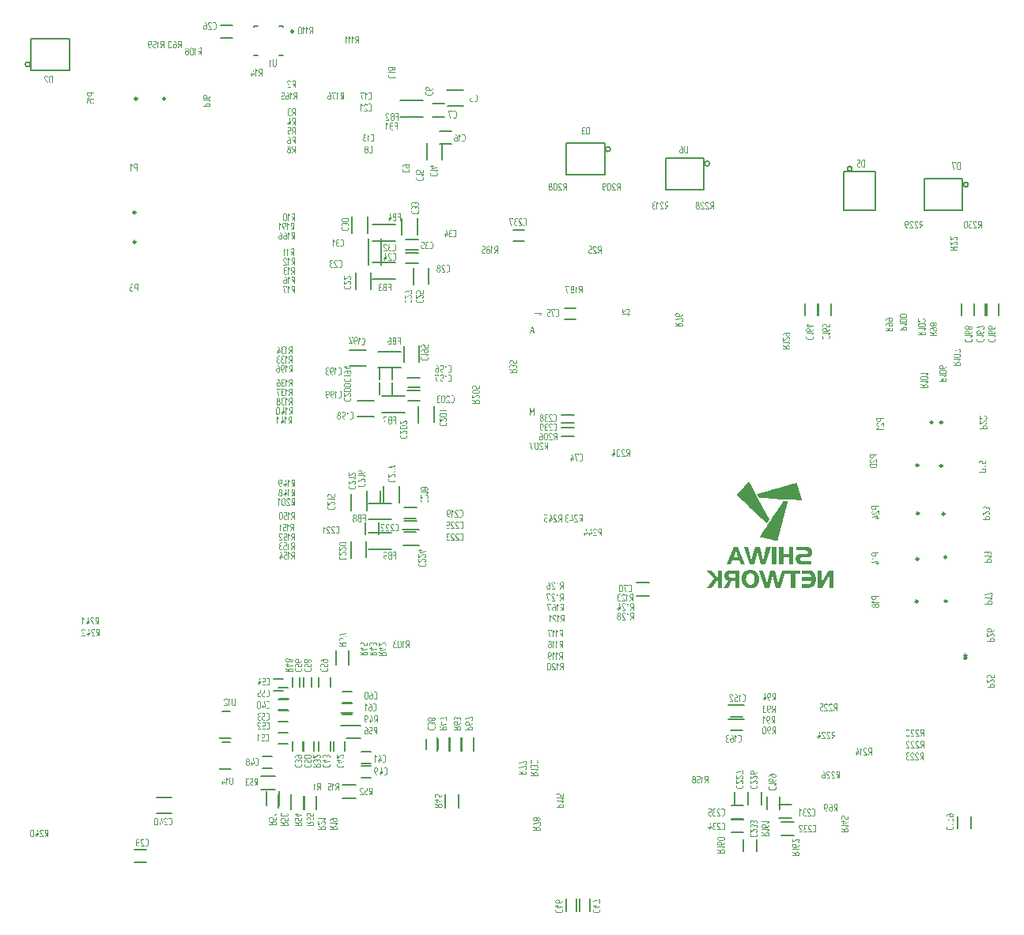
<source format=gbo>
G04*
G04 #@! TF.GenerationSoftware,Altium Limited,Altium Designer,24.4.1 (13)*
G04*
G04 Layer_Color=16776960*
%FSLAX44Y44*%
%MOMM*%
G71*
G04*
G04 #@! TF.SameCoordinates,EFBD3F8D-071C-412C-B344-986AE508E9F6*
G04*
G04*
G04 #@! TF.FilePolarity,Positive*
G04*
G01*
G75*
%ADD10C,0.2500*%
%ADD12C,0.2000*%
G36*
X788766Y-515256D02*
X793325Y-529845D01*
X793780Y-531343D01*
X793976Y-532059D01*
X794236Y-532710D01*
X794171Y-532906D01*
X792022Y-532840D01*
X783816Y-532450D01*
X780820Y-532319D01*
X772744Y-531929D01*
X753597Y-531017D01*
X748582Y-530821D01*
X748061Y-530691D01*
X745912Y-526458D01*
X746368Y-526263D01*
X750015Y-525221D01*
X750536Y-525090D01*
X753271Y-524309D01*
X753988Y-524113D01*
X754965Y-523918D01*
X755030Y-523853D01*
X755616Y-523657D01*
X758351Y-522876D01*
X758872Y-522746D01*
X762519Y-521704D01*
X763040Y-521573D01*
X766687Y-520531D01*
X767208Y-520401D01*
X770856Y-519359D01*
X771377Y-519229D01*
X775024Y-518187D01*
X775545Y-518056D01*
X780104Y-516754D01*
X780625Y-516624D01*
X784272Y-515582D01*
X784793Y-515452D01*
X788440Y-514409D01*
X788766Y-515256D01*
D02*
G37*
G36*
X737576Y-513433D02*
X738357Y-514865D01*
Y-514996D01*
X738748Y-515647D01*
X745000Y-527500D01*
X752555Y-541828D01*
X758807Y-553681D01*
X758416Y-554333D01*
X758286Y-554593D01*
X758026Y-554854D01*
X757895Y-555114D01*
X756593Y-556937D01*
X756462Y-557198D01*
X756267Y-557393D01*
X756006Y-557524D01*
X754053Y-555570D01*
X753792Y-555440D01*
X751187Y-552835D01*
X750927Y-552704D01*
X748452Y-550229D01*
X748191Y-550099D01*
X745586Y-547494D01*
X745326Y-547364D01*
X742851Y-544889D01*
X742590Y-544759D01*
X740116Y-542284D01*
X739855Y-542154D01*
X737250Y-539549D01*
X736989Y-539418D01*
X734514Y-536944D01*
X734254Y-536813D01*
X731649Y-534208D01*
X731388Y-534078D01*
X728914Y-531603D01*
X728653Y-531473D01*
X726178Y-528998D01*
X725918Y-528868D01*
X724289Y-527239D01*
X724550Y-526718D01*
X725722Y-525546D01*
X725853Y-525286D01*
X727025Y-524113D01*
X727155Y-523853D01*
X728327Y-522681D01*
X728458Y-522420D01*
X729500Y-521378D01*
X729630Y-521118D01*
X730802Y-519945D01*
X730932Y-519685D01*
X732105Y-518512D01*
X732235Y-518252D01*
X733407Y-517080D01*
X733538Y-516819D01*
X734710Y-515647D01*
X734840Y-515386D01*
X735882Y-514344D01*
X736012Y-514084D01*
X737250Y-512846D01*
X737576Y-513433D01*
D02*
G37*
G36*
X775610Y-533752D02*
X776912Y-533882D01*
X778345Y-534013D01*
X778866Y-534143D01*
X778345Y-536227D01*
X778085Y-537139D01*
X777694Y-538702D01*
X777433Y-539614D01*
X777043Y-541177D01*
X776782Y-542089D01*
X776391Y-543652D01*
X776131Y-544563D01*
X775740Y-546126D01*
X775480Y-547038D01*
X775089Y-548601D01*
X774828Y-549513D01*
X774437Y-551076D01*
X774177Y-551988D01*
X773786Y-553551D01*
X773526Y-554463D01*
X773135Y-556026D01*
X772875Y-556937D01*
X772484Y-558501D01*
X772223Y-559412D01*
X771833Y-560975D01*
X771572Y-561887D01*
X771311Y-562929D01*
X771051Y-563841D01*
X770660Y-565404D01*
X770400Y-566316D01*
X770009Y-567879D01*
X769748Y-568791D01*
X769358Y-570354D01*
X769097Y-571266D01*
X768706Y-572829D01*
X768446Y-573740D01*
X768055Y-575303D01*
X767795Y-576215D01*
X767599Y-576801D01*
X767404Y-576736D01*
X766362Y-576476D01*
X765711Y-576345D01*
X764147Y-575955D01*
X763496Y-575825D01*
X761933Y-575434D01*
X761282Y-575303D01*
X760240Y-575043D01*
X759588Y-574913D01*
X758026Y-574522D01*
X757374Y-574392D01*
X755811Y-574001D01*
X755160Y-573871D01*
X753597Y-573480D01*
X752945Y-573350D01*
X751904Y-573089D01*
X751252Y-572959D01*
X750210Y-572698D01*
X749364Y-572503D01*
X748777Y-572308D01*
X749103Y-571721D01*
X749624Y-570940D01*
X750536Y-569507D01*
X752620Y-566381D01*
X753271Y-565339D01*
X755355Y-562213D01*
X756267Y-560780D01*
X757830Y-558436D01*
X758481Y-557393D01*
X760565Y-554267D01*
X761477Y-552835D01*
X762519Y-551272D01*
X764278Y-548601D01*
X764408Y-548341D01*
X765059Y-547429D01*
X765190Y-547169D01*
X765841Y-546257D01*
X765971Y-545996D01*
X766622Y-545084D01*
X766752Y-544824D01*
X767273Y-544042D01*
X767404Y-543782D01*
X768055Y-542870D01*
X768185Y-542610D01*
X768837Y-541698D01*
X768967Y-541437D01*
X769618Y-540526D01*
Y-540395D01*
X770009Y-539874D01*
X770139Y-539614D01*
X770790Y-538702D01*
X770921Y-538441D01*
X771572Y-537530D01*
X771702Y-537269D01*
X772354Y-536357D01*
X772484Y-536097D01*
X773005Y-535315D01*
X773135Y-535055D01*
X773786Y-534143D01*
X773916Y-533882D01*
X774112Y-533687D01*
X775610Y-533752D01*
D02*
G37*
G36*
X708313Y-626830D02*
X703974D01*
Y-617793D01*
X697439Y-626830D01*
X692155D01*
X699528Y-617287D01*
X692221Y-608130D01*
X697186D01*
X703974Y-616888D01*
Y-608130D01*
X708313D01*
Y-626830D01*
D02*
G37*
G36*
X827500Y-626830D02*
X823068D01*
X823241Y-613081D01*
X815827Y-626830D01*
X810983D01*
Y-608130D01*
X815402D01*
X815229Y-621213D01*
X822269Y-608130D01*
X827500D01*
Y-626830D01*
D02*
G37*
G36*
X776968Y-608157D02*
X792536D01*
Y-611830D01*
X786666D01*
Y-626830D01*
X782194D01*
Y-611830D01*
X776298D01*
Y-610208D01*
X770868Y-626830D01*
X765810D01*
X762589Y-613254D01*
X758942Y-626830D01*
X753858Y-626830D01*
X748175Y-608130D01*
X752554D01*
X756294Y-622132D01*
X760167Y-608130D01*
X765078D01*
X768445Y-622132D01*
X772438Y-608130D01*
X776977D01*
X776968Y-608157D01*
D02*
G37*
G36*
X800628Y-608143D02*
X801147Y-608170D01*
X801639Y-608223D01*
X802105Y-608290D01*
X802544Y-608370D01*
X802957Y-608463D01*
X803330Y-608556D01*
X803662Y-608649D01*
X803969Y-608756D01*
X804248Y-608849D01*
X804474Y-608942D01*
X804661Y-609022D01*
X804820Y-609088D01*
X804927Y-609142D01*
X804994Y-609168D01*
X805020Y-609182D01*
X805366Y-609394D01*
X805699Y-609621D01*
X806005Y-609874D01*
X806298Y-610153D01*
X806564Y-610446D01*
X806817Y-610752D01*
X807043Y-611072D01*
X807256Y-611404D01*
X807456Y-611750D01*
X807629Y-612110D01*
X807802Y-612469D01*
X807948Y-612828D01*
X808081Y-613188D01*
X808201Y-613560D01*
X808414Y-614279D01*
X808574Y-614971D01*
X808627Y-615317D01*
X808693Y-615637D01*
X808734Y-615943D01*
X808773Y-616236D01*
X808800Y-616502D01*
X808827Y-616755D01*
X808853Y-616994D01*
X808867Y-617194D01*
X808880Y-617380D01*
Y-617527D01*
X808893Y-617660D01*
Y-617740D01*
Y-617806D01*
Y-617819D01*
X808880Y-618285D01*
X808853Y-618738D01*
X808813Y-619177D01*
X808760Y-619603D01*
X808693Y-620002D01*
X808614Y-620388D01*
X808521Y-620761D01*
X808427Y-621120D01*
X808308Y-621466D01*
X808201Y-621799D01*
X808068Y-622105D01*
X807935Y-622398D01*
X807802Y-622691D01*
X807669Y-622957D01*
X807536Y-623196D01*
X807389Y-623436D01*
X807243Y-623662D01*
X807110Y-623862D01*
X806977Y-624062D01*
X806830Y-624235D01*
X806710Y-624394D01*
X806577Y-624541D01*
X806471Y-624687D01*
X806351Y-624794D01*
X806258Y-624900D01*
X806165Y-624993D01*
X806085Y-625073D01*
X806018Y-625140D01*
X805965Y-625180D01*
X805925Y-625220D01*
X805899Y-625233D01*
X805885Y-625246D01*
X805659Y-625419D01*
X805433Y-625592D01*
X805206Y-625739D01*
X804980Y-625872D01*
X804541Y-626098D01*
X804328Y-626191D01*
X804128Y-626284D01*
X803942Y-626351D01*
X803782Y-626417D01*
X803623Y-626471D01*
X803503Y-626511D01*
X803396Y-626537D01*
X803316Y-626564D01*
X803263Y-626577D01*
X803250D01*
X803037Y-626617D01*
X802797Y-626657D01*
X802305Y-626724D01*
X801786Y-626763D01*
X801293Y-626803D01*
X801067D01*
X800867Y-626817D01*
X800668D01*
X800508Y-626830D01*
X793467D01*
Y-623157D01*
X800016D01*
X800521Y-623143D01*
X800761Y-623117D01*
X800987Y-623090D01*
X801187Y-623063D01*
X801387Y-623023D01*
X801560Y-622984D01*
X801733Y-622944D01*
X801879Y-622917D01*
X801999Y-622877D01*
X802105Y-622837D01*
X802198Y-622811D01*
X802278Y-622784D01*
X802331Y-622757D01*
X802358Y-622744D01*
X802372D01*
X802664Y-622571D01*
X802931Y-622371D01*
X803157Y-622132D01*
X803356Y-621866D01*
X803516Y-621573D01*
X803662Y-621280D01*
X803769Y-620974D01*
X803862Y-620681D01*
X803929Y-620388D01*
X803982Y-620122D01*
X804022Y-619869D01*
X804048Y-619643D01*
X804062Y-619456D01*
X804075Y-619323D01*
Y-619270D01*
Y-619230D01*
Y-619217D01*
Y-619204D01*
X793467D01*
Y-615530D01*
X804075D01*
X804062Y-615251D01*
X804035Y-614971D01*
X803982Y-614718D01*
X803929Y-614492D01*
X803889Y-614306D01*
X803836Y-614159D01*
X803822Y-614106D01*
X803809Y-614053D01*
X803796Y-614039D01*
Y-614026D01*
X803609Y-613640D01*
X803383Y-613294D01*
X803130Y-613001D01*
X802837Y-612735D01*
X802544Y-612522D01*
X802225Y-612349D01*
X801906Y-612203D01*
X801586Y-612083D01*
X801280Y-611990D01*
X800987Y-611923D01*
X800734Y-611870D01*
X800495Y-611843D01*
X800309Y-611817D01*
X800229D01*
X800149Y-611804D01*
X793467D01*
Y-608130D01*
X800082D01*
X800628Y-608143D01*
D02*
G37*
G36*
X727319Y-626830D02*
X722980D01*
Y-619683D01*
X718894D01*
X714887Y-626830D01*
X710176D01*
X714701Y-619150D01*
X714368Y-619071D01*
X714049Y-618964D01*
X713756Y-618844D01*
X713490Y-618698D01*
X713224Y-618538D01*
X712998Y-618365D01*
X712771Y-618192D01*
X712572Y-617993D01*
X712385Y-617793D01*
X712212Y-617580D01*
X712053Y-617354D01*
X711919Y-617127D01*
X711786Y-616901D01*
X711666Y-616675D01*
X711480Y-616209D01*
X711320Y-615756D01*
X711214Y-615331D01*
X711121Y-614931D01*
X711094Y-614745D01*
X711068Y-614585D01*
X711054Y-614426D01*
X711041Y-614292D01*
X711028Y-614159D01*
Y-614066D01*
X711014Y-613973D01*
Y-613920D01*
Y-613880D01*
Y-613867D01*
X711028Y-613507D01*
X711068Y-613148D01*
X711121Y-612815D01*
X711187Y-612496D01*
X711267Y-612203D01*
X711360Y-611923D01*
X711467Y-611670D01*
X711560Y-611431D01*
X711666Y-611218D01*
X711773Y-611032D01*
X711866Y-610872D01*
X711946Y-610739D01*
X712013Y-610632D01*
X712066Y-610552D01*
X712106Y-610499D01*
X712119Y-610486D01*
X712226Y-610273D01*
X712359Y-610073D01*
X712492Y-609887D01*
X712652Y-609714D01*
X712838Y-609541D01*
X713024Y-609394D01*
X713423Y-609128D01*
X713863Y-608889D01*
X714329Y-608702D01*
X714808Y-608543D01*
X715273Y-608423D01*
X715739Y-608330D01*
X716165Y-608250D01*
X716578Y-608197D01*
X716751Y-608183D01*
X716924Y-608170D01*
X717084Y-608157D01*
X717217Y-608143D01*
X717350D01*
X717443Y-608130D01*
X727319D01*
Y-626830D01*
D02*
G37*
G36*
X739603Y-607811D02*
X740389Y-607891D01*
X741134Y-608024D01*
X741826Y-608197D01*
X742465Y-608410D01*
X743077Y-608662D01*
X743623Y-608955D01*
X744142Y-609275D01*
X744608Y-609621D01*
X745047Y-609993D01*
X745433Y-610393D01*
X745792Y-610805D01*
X746112Y-611218D01*
X746405Y-611657D01*
X746671Y-612096D01*
X746897Y-612549D01*
X747110Y-612988D01*
X747283Y-613441D01*
X747443Y-613867D01*
X747576Y-614292D01*
X747696Y-614705D01*
X747789Y-615104D01*
X747855Y-615477D01*
X747922Y-615823D01*
X747975Y-616143D01*
X748002Y-616435D01*
X748028Y-616688D01*
X748055Y-616901D01*
Y-617074D01*
X748068Y-617207D01*
Y-617287D01*
Y-617300D01*
Y-617314D01*
Y-617766D01*
X748042Y-618205D01*
X748015Y-618631D01*
X747975Y-619044D01*
X747922Y-619443D01*
X747869Y-619816D01*
X747802Y-620189D01*
X747736Y-620535D01*
X747656Y-620867D01*
X747576Y-621200D01*
X747483Y-621506D01*
X747390Y-621799D01*
X747296Y-622079D01*
X747190Y-622345D01*
X747097Y-622598D01*
X746990Y-622824D01*
X746897Y-623050D01*
X746791Y-623250D01*
X746697Y-623449D01*
X746604Y-623623D01*
X746511Y-623782D01*
X746418Y-623942D01*
X746338Y-624075D01*
X746258Y-624195D01*
X746192Y-624301D01*
X746125Y-624394D01*
X746072Y-624474D01*
X746019Y-624528D01*
X745979Y-624581D01*
X745952Y-624621D01*
X745926Y-624634D01*
Y-624647D01*
X745699Y-624887D01*
X745473Y-625100D01*
X745220Y-625299D01*
X744967Y-625499D01*
X744421Y-625832D01*
X743849Y-626138D01*
X743250Y-626377D01*
X742651Y-626590D01*
X742066Y-626763D01*
X741480Y-626897D01*
X740934Y-627003D01*
X740415Y-627083D01*
X740176Y-627110D01*
X739963Y-627136D01*
X739750Y-627163D01*
X739550Y-627176D01*
X739377Y-627189D01*
X739217Y-627203D01*
X739084D01*
X738964Y-627216D01*
X738752D01*
X738326Y-627203D01*
X737900Y-627189D01*
X737501Y-627150D01*
X737114Y-627110D01*
X736369Y-626977D01*
X735677Y-626803D01*
X735025Y-626577D01*
X734426Y-626324D01*
X733867Y-626018D01*
X733361Y-625699D01*
X732882Y-625339D01*
X732456Y-624967D01*
X732057Y-624554D01*
X731697Y-624142D01*
X731378Y-623702D01*
X731085Y-623263D01*
X730819Y-622811D01*
X730593Y-622358D01*
X730380Y-621906D01*
X730207Y-621453D01*
X730047Y-621014D01*
X729914Y-620575D01*
X729794Y-620149D01*
X729701Y-619749D01*
X729634Y-619377D01*
X729568Y-619017D01*
X729515Y-618685D01*
X729488Y-618392D01*
X729462Y-618139D01*
X729435Y-617913D01*
Y-617740D01*
X729422Y-617607D01*
Y-617567D01*
Y-617527D01*
Y-617500D01*
Y-617048D01*
X729448Y-616622D01*
X729475Y-616209D01*
X729515Y-615796D01*
X729568Y-615410D01*
X729621Y-615038D01*
X729688Y-614678D01*
X729768Y-614332D01*
X729847Y-614000D01*
X729941Y-613680D01*
X730034Y-613374D01*
X730127Y-613095D01*
X730220Y-612815D01*
X730327Y-612549D01*
X730433Y-612309D01*
X730526Y-612070D01*
X730633Y-611857D01*
X730739Y-611657D01*
X730846Y-611457D01*
X730939Y-611284D01*
X731032Y-611125D01*
X731125Y-610978D01*
X731218Y-610845D01*
X731298Y-610725D01*
X731365Y-610619D01*
X731445Y-610526D01*
X731498Y-610446D01*
X731551Y-610379D01*
X731591Y-610340D01*
X731618Y-610299D01*
X731631Y-610273D01*
X731644D01*
X731870Y-610047D01*
X732097Y-609834D01*
X732350Y-609634D01*
X732616Y-609448D01*
X733148Y-609115D01*
X733721Y-608835D01*
X734306Y-608596D01*
X734905Y-608396D01*
X735491Y-608223D01*
X736063Y-608090D01*
X736609Y-607997D01*
X737114Y-607917D01*
X737341Y-607891D01*
X737567Y-607864D01*
X737780Y-607837D01*
X737966Y-607824D01*
X738139Y-607811D01*
X738299Y-607797D01*
X738432D01*
X738539Y-607784D01*
X739177D01*
X739603Y-607811D01*
D02*
G37*
G36*
X784863Y-601850D02*
X780524D01*
Y-594250D01*
X774029D01*
Y-601850D01*
X769676D01*
Y-583150D01*
X774029D01*
Y-590523D01*
X780524D01*
Y-583150D01*
X784863D01*
Y-601850D01*
D02*
G37*
G36*
X754543D02*
X749486D01*
X746265Y-588274D01*
X742618Y-601850D01*
X737534D01*
X731850Y-583150D01*
X736229Y-583150D01*
X739969Y-597152D01*
X743842Y-583150D01*
X748754D01*
X752121Y-597152D01*
X756114Y-583150D01*
X760652D01*
X754543Y-601850D01*
D02*
G37*
G36*
X798971Y-583163D02*
X799250Y-583177D01*
X799516Y-583203D01*
X799783Y-583230D01*
X800022Y-583256D01*
X800248Y-583296D01*
X800448Y-583323D01*
X800634Y-583350D01*
X800794Y-583390D01*
X800941Y-583416D01*
X801060Y-583443D01*
X801153Y-583469D01*
X801233Y-583483D01*
X801273Y-583496D01*
X801287D01*
X801619Y-583602D01*
X801939Y-583722D01*
X802232Y-583855D01*
X802511Y-584015D01*
X802764Y-584188D01*
X803004Y-584361D01*
X803230Y-584561D01*
X803429Y-584774D01*
X803616Y-584987D01*
X803789Y-585200D01*
X803949Y-585426D01*
X804095Y-585666D01*
X804228Y-585905D01*
X804334Y-586131D01*
X804534Y-586610D01*
X804694Y-587063D01*
X804800Y-587502D01*
X804880Y-587901D01*
X804920Y-588088D01*
X804947Y-588261D01*
X804960Y-588421D01*
X804973Y-588554D01*
X804987Y-588687D01*
Y-588780D01*
X805000Y-588873D01*
Y-588926D01*
Y-588966D01*
Y-588980D01*
X804973Y-589525D01*
X804920Y-590031D01*
X804840Y-590497D01*
X804721Y-590923D01*
X804601Y-591309D01*
X804454Y-591668D01*
X804295Y-591988D01*
X804122Y-592267D01*
X803962Y-592507D01*
X803802Y-592720D01*
X803656Y-592906D01*
X803523Y-593052D01*
X803416Y-593159D01*
X803336Y-593239D01*
X803270Y-593292D01*
X803256Y-593305D01*
X802964Y-593505D01*
X802631Y-593678D01*
X802271Y-593838D01*
X801912Y-593971D01*
X801540Y-594077D01*
X801153Y-594170D01*
X800781Y-594250D01*
X800422Y-594304D01*
X800075Y-594357D01*
X799743Y-594383D01*
X799463Y-594410D01*
X799210Y-594437D01*
X798997D01*
X798904Y-594450D01*
X793966D01*
X793753Y-594463D01*
X793554Y-594477D01*
X793381Y-594503D01*
X793208Y-594530D01*
X793061Y-594556D01*
X792928Y-594596D01*
X792808Y-594623D01*
X792715Y-594650D01*
X792622Y-594689D01*
X792542Y-594716D01*
X792489Y-594743D01*
X792436Y-594769D01*
X792409Y-594783D01*
X792383Y-594796D01*
X792263Y-594876D01*
X792169Y-594969D01*
X792076Y-595089D01*
X792010Y-595195D01*
X791890Y-595448D01*
X791810Y-595701D01*
X791770Y-595941D01*
X791744Y-596047D01*
Y-596127D01*
X791730Y-596207D01*
Y-596260D01*
Y-596300D01*
Y-596313D01*
X791744Y-596513D01*
X791757Y-596699D01*
X791797Y-596859D01*
X791850Y-597019D01*
X791903Y-597152D01*
X791970Y-597271D01*
X792050Y-597378D01*
X792116Y-597485D01*
X792263Y-597631D01*
X792383Y-597737D01*
X792436Y-597777D01*
X792462Y-597804D01*
X792489Y-597817D01*
X792502D01*
X792622Y-597870D01*
X792755Y-597910D01*
X793061Y-597990D01*
X793381Y-598044D01*
X793700Y-598070D01*
X793993Y-598097D01*
X794113D01*
X794219Y-598110D01*
X804281D01*
Y-601850D01*
X793833D01*
X793234Y-601837D01*
X792662Y-601783D01*
X792143Y-601704D01*
X791650Y-601610D01*
X791185Y-601477D01*
X790759Y-601318D01*
X790359Y-601145D01*
X790000Y-600958D01*
X789667Y-600745D01*
X789361Y-600519D01*
X789082Y-600293D01*
X788829Y-600040D01*
X788589Y-599787D01*
X788390Y-599521D01*
X788203Y-599268D01*
X788030Y-598988D01*
X787884Y-598722D01*
X787764Y-598456D01*
X787644Y-598203D01*
X787551Y-597950D01*
X787471Y-597697D01*
X787405Y-597458D01*
X787352Y-597245D01*
X787311Y-597032D01*
X787272Y-596846D01*
X787245Y-596673D01*
X787232Y-596513D01*
X787218Y-596380D01*
X787205Y-596287D01*
Y-596207D01*
Y-596153D01*
Y-596140D01*
X787218Y-595794D01*
X787232Y-595461D01*
X787258Y-595142D01*
X787311Y-594849D01*
X787352Y-594570D01*
X787405Y-594317D01*
X787471Y-594077D01*
X787524Y-593864D01*
X787591Y-593678D01*
X787644Y-593505D01*
X787711Y-593358D01*
X787751Y-593239D01*
X787791Y-593145D01*
X787831Y-593079D01*
X787844Y-593039D01*
X787857Y-593026D01*
X787977Y-592813D01*
X788110Y-592626D01*
X788270Y-592440D01*
X788429Y-592280D01*
X788802Y-591974D01*
X789215Y-591708D01*
X789641Y-591495D01*
X790093Y-591309D01*
X790559Y-591149D01*
X791012Y-591029D01*
X791451Y-590936D01*
X791877Y-590870D01*
X792263Y-590816D01*
X792436Y-590803D01*
X792595Y-590790D01*
X792742Y-590776D01*
X792875Y-590763D01*
X792995D01*
X793088Y-590750D01*
X798345D01*
X798718Y-590737D01*
X799051Y-590670D01*
X799343Y-590590D01*
X799583Y-590484D01*
X799796Y-590350D01*
X799969Y-590204D01*
X800102Y-590044D01*
X800222Y-589885D01*
X800302Y-589725D01*
X800368Y-589579D01*
X800422Y-589432D01*
X800448Y-589299D01*
X800475Y-589193D01*
X800488Y-589113D01*
Y-589046D01*
Y-589033D01*
X800475Y-588833D01*
X800461Y-588660D01*
X800422Y-588487D01*
X800368Y-588327D01*
X800235Y-588035D01*
X800075Y-587795D01*
X799863Y-587582D01*
X799636Y-587409D01*
X799397Y-587276D01*
X799144Y-587156D01*
X798904Y-587063D01*
X798665Y-586996D01*
X798438Y-586957D01*
X798225Y-586917D01*
X798066Y-586903D01*
X797933Y-586890D01*
X788097D01*
Y-583150D01*
X798372D01*
X798971Y-583163D01*
D02*
G37*
G36*
X766402Y-601850D02*
X761890D01*
Y-583150D01*
X766402D01*
Y-601850D01*
D02*
G37*
G36*
X733062D02*
X728576Y-601850D01*
X726953Y-597524D01*
X719406D01*
X717742Y-601850D01*
X713044D01*
X720897Y-583150D01*
X725275D01*
X733062Y-601850D01*
D02*
G37*
G36*
X607850Y-328119D02*
X608001Y-328136D01*
X608141Y-328177D01*
X608280Y-328218D01*
X608408Y-328276D01*
X608530Y-328334D01*
X608641Y-328398D01*
X608740Y-328462D01*
X608833Y-328532D01*
X608914Y-328596D01*
X608984Y-328654D01*
X609042Y-328707D01*
X609089Y-328753D01*
X609124Y-328788D01*
X609147Y-328811D01*
X609153Y-328817D01*
X609257Y-328945D01*
X609345Y-329073D01*
X609420Y-329207D01*
X609490Y-329335D01*
X609548Y-329468D01*
X609595Y-329591D01*
X609630Y-329713D01*
X609664Y-329829D01*
X609688Y-329940D01*
X609705Y-330033D01*
X609717Y-330120D01*
X609723Y-330196D01*
X609729Y-330260D01*
X609734Y-330300D01*
Y-330341D01*
X609729Y-330463D01*
X609717Y-330585D01*
X609699Y-330702D01*
X609676Y-330812D01*
X609641Y-330917D01*
X609606Y-331016D01*
X609513Y-331202D01*
X609409Y-331371D01*
X609286Y-331522D01*
X609159Y-331656D01*
X609030Y-331778D01*
X608897Y-331877D01*
X608769Y-331964D01*
X608647Y-332039D01*
X608542Y-332098D01*
X608449Y-332138D01*
X608414Y-332156D01*
X608379Y-332173D01*
X608356Y-332185D01*
X608338Y-332191D01*
X608327Y-332197D01*
X608321D01*
X608269Y-332208D01*
X608228Y-332214D01*
X608193D01*
X608187D01*
X608181D01*
X608111Y-332208D01*
X608053Y-332197D01*
X608001Y-332173D01*
X607954Y-332144D01*
X607920Y-332115D01*
X607885Y-332080D01*
X607838Y-332005D01*
X607815Y-331929D01*
X607797Y-331865D01*
X607792Y-331836D01*
Y-331801D01*
X607797Y-331754D01*
X607803Y-331714D01*
X607832Y-331638D01*
X607873Y-331580D01*
X607920Y-331528D01*
X607966Y-331493D01*
X608007Y-331464D01*
X608036Y-331452D01*
X608047Y-331446D01*
X608204Y-331371D01*
X608338Y-331289D01*
X608461Y-331196D01*
X608559Y-331103D01*
X608647Y-331010D01*
X608716Y-330917D01*
X608775Y-330824D01*
X608821Y-330731D01*
X608856Y-330644D01*
X608885Y-330568D01*
X608903Y-330492D01*
X608920Y-330428D01*
X608926Y-330376D01*
X608932Y-330341D01*
Y-330306D01*
X608926Y-330114D01*
X608903Y-329940D01*
X608873Y-329783D01*
X608856Y-329713D01*
X608839Y-329649D01*
X608821Y-329591D01*
X608804Y-329544D01*
X608792Y-329498D01*
X608775Y-329463D01*
X608763Y-329434D01*
X608751Y-329410D01*
X608745Y-329399D01*
Y-329393D01*
X608641Y-329311D01*
X608542Y-329236D01*
X608443Y-329172D01*
X608344Y-329119D01*
X608251Y-329073D01*
X608164Y-329038D01*
X608082Y-329003D01*
X608001Y-328980D01*
X607931Y-328963D01*
X607867Y-328945D01*
X607815Y-328933D01*
X607762Y-328928D01*
X607728D01*
X607699Y-328922D01*
X607681D01*
X607675D01*
X607605D01*
X607536Y-328933D01*
X607396Y-328963D01*
X607268Y-329009D01*
X607146Y-329055D01*
X607047Y-329108D01*
X607001Y-329131D01*
X606966Y-329154D01*
X606936Y-329172D01*
X606913Y-329184D01*
X606902Y-329189D01*
X606896Y-329195D01*
X602272Y-332249D01*
X602202Y-332278D01*
X602138Y-332295D01*
X602115D01*
X602091Y-332301D01*
X602080D01*
X602074D01*
X602004Y-332295D01*
X601940Y-332284D01*
X601882Y-332266D01*
X601835Y-332237D01*
X601795Y-332208D01*
X601760Y-332179D01*
X601736Y-332144D01*
X601713Y-332103D01*
X601684Y-332034D01*
X601667Y-331970D01*
X601661Y-331946D01*
Y-328567D01*
X601667Y-328497D01*
X601678Y-328433D01*
X601696Y-328381D01*
X601725Y-328329D01*
X601754Y-328294D01*
X601789Y-328259D01*
X601824Y-328230D01*
X601859Y-328212D01*
X601934Y-328183D01*
X601992Y-328166D01*
X602021Y-328160D01*
X602039D01*
X602051D01*
X602056D01*
X602126Y-328166D01*
X602184Y-328177D01*
X602243Y-328195D01*
X602283Y-328224D01*
X602324Y-328253D01*
X602353Y-328288D01*
X602405Y-328363D01*
X602429Y-328439D01*
X602446Y-328503D01*
X602452Y-328532D01*
Y-331272D01*
X606483Y-328503D01*
X606593Y-328433D01*
X606704Y-328375D01*
X606814Y-328317D01*
X606925Y-328276D01*
X607024Y-328235D01*
X607128Y-328206D01*
X607221Y-328177D01*
X607309Y-328154D01*
X607390Y-328142D01*
X607466Y-328131D01*
X607530Y-328119D01*
X607588Y-328113D01*
X607635Y-328107D01*
X607664D01*
X607687D01*
X607693D01*
X607850Y-328119D01*
D02*
G37*
G36*
X609409Y-333267D02*
X609467Y-333278D01*
X609519Y-333302D01*
X609560Y-333331D01*
X609600Y-333360D01*
X609630Y-333400D01*
X609676Y-333476D01*
X609705Y-333558D01*
X609717Y-333627D01*
X609723Y-333657D01*
Y-333744D01*
X609711Y-333784D01*
X609699Y-333819D01*
X609682Y-333854D01*
X609664Y-333877D01*
X609653Y-333895D01*
X609641Y-333907D01*
X609635Y-333912D01*
X607960Y-335582D01*
X607902Y-335628D01*
X607850Y-335663D01*
X607797Y-335692D01*
X607751Y-335710D01*
X607710Y-335721D01*
X607681Y-335727D01*
X607664D01*
X607658D01*
X607600Y-335721D01*
X607547Y-335710D01*
X607495Y-335692D01*
X607454Y-335669D01*
X607419Y-335646D01*
X607396Y-335628D01*
X607379Y-335617D01*
X607373Y-335611D01*
X607332Y-335564D01*
X607303Y-335512D01*
X607285Y-335465D01*
X607274Y-335425D01*
X607262Y-335384D01*
X607256Y-335355D01*
Y-335326D01*
X607262Y-335274D01*
X607274Y-335221D01*
X607291Y-335175D01*
X607315Y-335134D01*
X607338Y-335105D01*
X607355Y-335076D01*
X607367Y-335064D01*
X607373Y-335058D01*
X608542Y-334058D01*
X602051D01*
X601981Y-334052D01*
X601923Y-334035D01*
X601870Y-334017D01*
X601824Y-333988D01*
X601789Y-333959D01*
X601754Y-333924D01*
X601707Y-333848D01*
X601684Y-333779D01*
X601667Y-333715D01*
X601661Y-333685D01*
Y-333651D01*
X601667Y-333581D01*
X601678Y-333523D01*
X601696Y-333470D01*
X601725Y-333424D01*
X601754Y-333389D01*
X601789Y-333354D01*
X601859Y-333307D01*
X601934Y-333284D01*
X601992Y-333267D01*
X602021Y-333261D01*
X602039D01*
X602051D01*
X602056D01*
X609339D01*
X609409Y-333267D01*
D02*
G37*
G36*
X515248Y-332540D02*
X515306Y-332551D01*
X515358Y-332575D01*
X515399Y-332604D01*
X515440Y-332633D01*
X515469Y-332673D01*
X515515Y-332749D01*
X515544Y-332830D01*
X515556Y-332900D01*
X515562Y-332929D01*
Y-333017D01*
X515550Y-333057D01*
X515538Y-333092D01*
X515521Y-333127D01*
X515504Y-333150D01*
X515492Y-333168D01*
X515480Y-333179D01*
X515475Y-333185D01*
X513799Y-334855D01*
X513741Y-334901D01*
X513689Y-334936D01*
X513637Y-334965D01*
X513590Y-334982D01*
X513549Y-334994D01*
X513520Y-335000D01*
X513503D01*
X513497D01*
X513439Y-334994D01*
X513386Y-334982D01*
X513334Y-334965D01*
X513293Y-334942D01*
X513258Y-334919D01*
X513235Y-334901D01*
X513218Y-334889D01*
X513212Y-334884D01*
X513171Y-334837D01*
X513142Y-334785D01*
X513125Y-334738D01*
X513113Y-334697D01*
X513101Y-334657D01*
X513096Y-334628D01*
Y-334599D01*
X513101Y-334546D01*
X513113Y-334494D01*
X513130Y-334447D01*
X513154Y-334407D01*
X513177Y-334378D01*
X513195Y-334348D01*
X513206Y-334337D01*
X513212Y-334331D01*
X514381Y-333331D01*
X507890D01*
X507820Y-333325D01*
X507762Y-333307D01*
X507709Y-333290D01*
X507663Y-333261D01*
X507628Y-333232D01*
X507593Y-333197D01*
X507547Y-333121D01*
X507523Y-333051D01*
X507506Y-332987D01*
X507500Y-332958D01*
Y-332924D01*
X507506Y-332854D01*
X507518Y-332795D01*
X507535Y-332743D01*
X507564Y-332697D01*
X507593Y-332662D01*
X507628Y-332627D01*
X507698Y-332580D01*
X507773Y-332557D01*
X507831Y-332540D01*
X507861Y-332534D01*
X507878D01*
X507890D01*
X507896D01*
X515178D01*
X515248Y-332540D01*
D02*
G37*
G36*
X507326Y-434368D02*
X507379Y-434380D01*
X507431Y-434403D01*
X507472Y-434432D01*
X507507Y-434467D01*
X507536Y-434502D01*
X507576Y-434583D01*
X507605Y-434665D01*
X507617Y-434735D01*
X507623Y-434764D01*
Y-434787D01*
Y-434799D01*
Y-434804D01*
Y-442069D01*
X507617Y-442139D01*
X507605Y-442203D01*
X507588Y-442256D01*
X507559Y-442302D01*
X507530Y-442343D01*
X507495Y-442372D01*
X507460Y-442401D01*
X507425Y-442418D01*
X507350Y-442447D01*
X507291Y-442465D01*
X507262Y-442471D01*
X507227D01*
X507158Y-442465D01*
X507094Y-442453D01*
X507041Y-442436D01*
X506995Y-442407D01*
X506954Y-442378D01*
X506925Y-442343D01*
X506896Y-442308D01*
X506878Y-442267D01*
X506849Y-442197D01*
X506832Y-442133D01*
X506826Y-442104D01*
Y-442087D01*
Y-442075D01*
Y-442069D01*
Y-435921D01*
X505343Y-439016D01*
X505285Y-439097D01*
X505226Y-439155D01*
X505168Y-439196D01*
X505116Y-439225D01*
X505064Y-439243D01*
X505029Y-439248D01*
X505005Y-439254D01*
X504953D01*
X504918Y-439243D01*
X504848Y-439213D01*
X504790Y-439173D01*
X504732Y-439120D01*
X504691Y-439068D01*
X504662Y-439021D01*
X504639Y-438992D01*
X504633Y-438987D01*
Y-438981D01*
X503150Y-435915D01*
Y-442069D01*
X503144Y-442139D01*
X503133Y-442203D01*
X503115Y-442256D01*
X503086Y-442302D01*
X503057Y-442343D01*
X503022Y-442372D01*
X502987Y-442401D01*
X502952Y-442418D01*
X502877Y-442447D01*
X502818Y-442465D01*
X502789Y-442471D01*
X502754D01*
X502685Y-442465D01*
X502621Y-442453D01*
X502568Y-442436D01*
X502522Y-442407D01*
X502481Y-442378D01*
X502452Y-442343D01*
X502423Y-442308D01*
X502405Y-442267D01*
X502376Y-442197D01*
X502359Y-442133D01*
X502353Y-442104D01*
Y-442087D01*
Y-442075D01*
Y-442069D01*
Y-434804D01*
X502359Y-434729D01*
X502370Y-434659D01*
X502388Y-434601D01*
X502411Y-434548D01*
X502440Y-434508D01*
X502475Y-434473D01*
X502504Y-434438D01*
X502539Y-434415D01*
X502609Y-434386D01*
X502673Y-434368D01*
X502696Y-434362D01*
X502772D01*
X502813Y-434374D01*
X502882Y-434403D01*
X502946Y-434444D01*
X502999Y-434490D01*
X503045Y-434537D01*
X503074Y-434577D01*
X503098Y-434607D01*
X503103Y-434612D01*
Y-434618D01*
X504988Y-438172D01*
X506872Y-434624D01*
X506907Y-434577D01*
X506936Y-434537D01*
X507006Y-434473D01*
X507070Y-434426D01*
X507128Y-434397D01*
X507181Y-434374D01*
X507227Y-434368D01*
X507251Y-434362D01*
X507262D01*
X507326Y-434368D01*
D02*
G37*
G36*
X505372Y-346404D02*
X505413Y-346409D01*
X505448Y-346427D01*
X505477Y-346450D01*
X505535Y-346508D01*
X505575Y-346578D01*
X505605Y-346648D01*
X505628Y-346706D01*
X505634Y-346729D01*
X505639Y-346747D01*
X505645Y-346758D01*
Y-346764D01*
X507611Y-354018D01*
X507617D01*
Y-354023D01*
X507623Y-354041D01*
Y-354058D01*
Y-354070D01*
X507617Y-354140D01*
X507605Y-354198D01*
X507588Y-354250D01*
X507559Y-354297D01*
X507530Y-354332D01*
X507495Y-354367D01*
X507419Y-354413D01*
X507350Y-354436D01*
X507285Y-354454D01*
X507256Y-354460D01*
X507221D01*
X507169Y-354454D01*
X507117Y-354442D01*
X507035Y-354407D01*
X506971Y-354361D01*
X506919Y-354308D01*
X506884Y-354256D01*
X506861Y-354210D01*
X506849Y-354175D01*
X506843Y-354169D01*
Y-354163D01*
X506320Y-352226D01*
X504214D01*
X503679Y-354204D01*
X503662Y-354250D01*
X503644Y-354285D01*
X503592Y-354349D01*
X503528Y-354396D01*
X503470Y-354425D01*
X503406Y-354448D01*
X503359Y-354454D01*
X503324Y-354460D01*
X503313D01*
X503243Y-354454D01*
X503179Y-354442D01*
X503127Y-354425D01*
X503074Y-354396D01*
X503039Y-354367D01*
X503004Y-354338D01*
X502975Y-354303D01*
X502958Y-354262D01*
X502929Y-354192D01*
X502911Y-354128D01*
X502906Y-354105D01*
Y-354087D01*
Y-354076D01*
Y-354070D01*
X502911Y-354023D01*
X502923Y-353988D01*
X502929Y-353965D01*
Y-353959D01*
X504889Y-346706D01*
X504907Y-346654D01*
X504936Y-346601D01*
X504965Y-346561D01*
X505000Y-346526D01*
X505069Y-346474D01*
X505145Y-346439D01*
X505215Y-346415D01*
X505273Y-346404D01*
X505296Y-346398D01*
X505331D01*
X505372Y-346404D01*
D02*
G37*
G36*
X530024Y-548469D02*
X530147Y-548481D01*
X530263Y-548498D01*
X530373Y-548521D01*
X530478Y-548556D01*
X530577Y-548591D01*
X530763Y-548684D01*
X530932Y-548789D01*
X531083Y-548911D01*
X531217Y-549039D01*
X531339Y-549167D01*
X531438Y-549301D01*
X531525Y-549429D01*
X531601Y-549551D01*
X531659Y-549656D01*
X531700Y-549749D01*
X531717Y-549784D01*
X531735Y-549819D01*
X531746Y-549842D01*
X531752Y-549859D01*
X531758Y-549871D01*
Y-549877D01*
X531769Y-549929D01*
X531775Y-549970D01*
Y-550005D01*
Y-550010D01*
Y-550016D01*
X531769Y-550086D01*
X531758Y-550144D01*
X531735Y-550197D01*
X531705Y-550243D01*
X531676Y-550278D01*
X531641Y-550313D01*
X531566Y-550359D01*
X531490Y-550383D01*
X531426Y-550400D01*
X531397Y-550406D01*
X531362D01*
X531316Y-550400D01*
X531275Y-550394D01*
X531199Y-550365D01*
X531141Y-550325D01*
X531089Y-550278D01*
X531054Y-550232D01*
X531025Y-550191D01*
X531013Y-550162D01*
X531007Y-550150D01*
X530932Y-549993D01*
X530850Y-549859D01*
X530757Y-549737D01*
X530664Y-549638D01*
X530571Y-549551D01*
X530478Y-549481D01*
X530385Y-549423D01*
X530292Y-549376D01*
X530205Y-549342D01*
X530129Y-549313D01*
X530053Y-549295D01*
X529990Y-549278D01*
X529937Y-549272D01*
X529902Y-549266D01*
X529867D01*
X529675Y-549272D01*
X529501Y-549295D01*
X529344Y-549324D01*
X529274Y-549342D01*
X529210Y-549359D01*
X529152Y-549376D01*
X529105Y-549394D01*
X529059Y-549406D01*
X529024Y-549423D01*
X528995Y-549435D01*
X528972Y-549446D01*
X528960Y-549452D01*
X528954D01*
X528873Y-549557D01*
X528797Y-549656D01*
X528733Y-549755D01*
X528681Y-549854D01*
X528634Y-549947D01*
X528599Y-550034D01*
X528564Y-550115D01*
X528541Y-550197D01*
X528524Y-550266D01*
X528506Y-550330D01*
X528495Y-550383D01*
X528489Y-550435D01*
Y-550470D01*
X528483Y-550499D01*
Y-550517D01*
Y-550522D01*
Y-550592D01*
X528495Y-550662D01*
X528524Y-550802D01*
X528570Y-550929D01*
X528617Y-551052D01*
X528669Y-551151D01*
X528692Y-551197D01*
X528716Y-551232D01*
X528733Y-551261D01*
X528745Y-551284D01*
X528751Y-551296D01*
X528756Y-551302D01*
X531810Y-555926D01*
X531839Y-555996D01*
X531857Y-556060D01*
Y-556083D01*
X531862Y-556106D01*
Y-556118D01*
Y-556124D01*
X531857Y-556194D01*
X531845Y-556258D01*
X531828Y-556316D01*
X531799Y-556362D01*
X531769Y-556403D01*
X531740Y-556438D01*
X531705Y-556461D01*
X531665Y-556484D01*
X531595Y-556513D01*
X531531Y-556531D01*
X531508Y-556537D01*
X528128D01*
X528058Y-556531D01*
X527994Y-556519D01*
X527942Y-556502D01*
X527890Y-556473D01*
X527855Y-556444D01*
X527820Y-556409D01*
X527791Y-556374D01*
X527773Y-556339D01*
X527744Y-556263D01*
X527727Y-556205D01*
X527721Y-556176D01*
Y-556159D01*
Y-556147D01*
Y-556141D01*
X527727Y-556071D01*
X527738Y-556013D01*
X527756Y-555955D01*
X527785Y-555914D01*
X527814Y-555874D01*
X527849Y-555845D01*
X527925Y-555792D01*
X528000Y-555769D01*
X528064Y-555751D01*
X528093Y-555746D01*
X530833D01*
X528064Y-551715D01*
X527994Y-551604D01*
X527936Y-551494D01*
X527878Y-551383D01*
X527837Y-551273D01*
X527797Y-551174D01*
X527768Y-551069D01*
X527738Y-550976D01*
X527715Y-550889D01*
X527704Y-550807D01*
X527692Y-550732D01*
X527680Y-550668D01*
X527674Y-550610D01*
X527669Y-550563D01*
Y-550534D01*
Y-550511D01*
Y-550505D01*
X527680Y-550348D01*
X527698Y-550197D01*
X527738Y-550057D01*
X527779Y-549917D01*
X527837Y-549790D01*
X527896Y-549667D01*
X527960Y-549557D01*
X528023Y-549458D01*
X528093Y-549365D01*
X528157Y-549283D01*
X528215Y-549214D01*
X528268Y-549156D01*
X528314Y-549109D01*
X528349Y-549074D01*
X528372Y-549051D01*
X528378Y-549045D01*
X528506Y-548940D01*
X528634Y-548853D01*
X528768Y-548777D01*
X528896Y-548708D01*
X529030Y-548649D01*
X529152Y-548603D01*
X529274Y-548568D01*
X529390Y-548533D01*
X529501Y-548510D01*
X529594Y-548492D01*
X529681Y-548481D01*
X529757Y-548475D01*
X529821Y-548469D01*
X529862Y-548463D01*
X529902D01*
X530024Y-548469D01*
D02*
G37*
G36*
X525371Y-548487D02*
X525441Y-548521D01*
X525493Y-548574D01*
X525534Y-548632D01*
X525563Y-548690D01*
X525586Y-548737D01*
X525592Y-548777D01*
X525598Y-548783D01*
Y-548789D01*
X526721Y-554420D01*
X526726Y-554431D01*
Y-554449D01*
Y-554472D01*
Y-554478D01*
X526721Y-554548D01*
X526709Y-554606D01*
X526692Y-554658D01*
X526662Y-554699D01*
X526633Y-554739D01*
X526598Y-554768D01*
X526529Y-554815D01*
X526453Y-554838D01*
X526395Y-554856D01*
X526366Y-554862D01*
X524493D01*
Y-556147D01*
X524487Y-556217D01*
X524475Y-556275D01*
X524452Y-556327D01*
X524429Y-556374D01*
X524400Y-556409D01*
X524365Y-556444D01*
X524289Y-556490D01*
X524219Y-556513D01*
X524156Y-556531D01*
X524126Y-556537D01*
X524091D01*
X524022Y-556531D01*
X523958Y-556519D01*
X523905Y-556502D01*
X523859Y-556473D01*
X523818Y-556444D01*
X523789Y-556409D01*
X523760Y-556374D01*
X523742Y-556339D01*
X523713Y-556263D01*
X523696Y-556205D01*
X523690Y-556176D01*
Y-556159D01*
Y-556147D01*
Y-556141D01*
Y-554862D01*
X522969D01*
X522899Y-554856D01*
X522835Y-554844D01*
X522783Y-554827D01*
X522736Y-554798D01*
X522696Y-554768D01*
X522666Y-554734D01*
X522637Y-554699D01*
X522620Y-554664D01*
X522591Y-554588D01*
X522573Y-554530D01*
X522567Y-554501D01*
Y-554483D01*
Y-554472D01*
Y-554466D01*
X522573Y-554396D01*
X522585Y-554338D01*
X522602Y-554280D01*
X522631Y-554239D01*
X522661Y-554198D01*
X522696Y-554169D01*
X522765Y-554117D01*
X522841Y-554094D01*
X522905Y-554076D01*
X522934Y-554071D01*
X523690D01*
Y-552779D01*
X523696Y-552709D01*
X523708Y-552651D01*
X523725Y-552593D01*
X523754Y-552552D01*
X523783Y-552512D01*
X523818Y-552483D01*
X523888Y-552430D01*
X523964Y-552407D01*
X524027Y-552389D01*
X524057Y-552384D01*
X524091D01*
X524161Y-552389D01*
X524225Y-552401D01*
X524278Y-552419D01*
X524324Y-552448D01*
X524365Y-552477D01*
X524394Y-552506D01*
X524423Y-552547D01*
X524440Y-552581D01*
X524470Y-552651D01*
X524487Y-552715D01*
X524493Y-552744D01*
Y-552762D01*
Y-552773D01*
Y-552779D01*
Y-554071D01*
X525871D01*
X524813Y-548905D01*
Y-548894D01*
Y-548876D01*
Y-548859D01*
Y-548853D01*
X524819Y-548789D01*
X524830Y-548731D01*
X524854Y-548679D01*
X524888Y-548632D01*
X524923Y-548597D01*
X524964Y-548568D01*
X525045Y-548521D01*
X525133Y-548492D01*
X525208Y-548481D01*
X525237Y-548475D01*
X525330D01*
X525371Y-548487D01*
D02*
G37*
G36*
X536760Y-548481D02*
X536807Y-548492D01*
X536847Y-548510D01*
X536882Y-548533D01*
X536935Y-548591D01*
X536969Y-548667D01*
X536993Y-548737D01*
X537004Y-548801D01*
X537010Y-548824D01*
Y-548841D01*
Y-548853D01*
Y-548859D01*
Y-556141D01*
X537004Y-556211D01*
X536993Y-556269D01*
X536975Y-556321D01*
X536946Y-556368D01*
X536917Y-556409D01*
X536882Y-556438D01*
X536812Y-556484D01*
X536737Y-556513D01*
X536679Y-556531D01*
X536650Y-556537D01*
X536615D01*
X536545Y-556531D01*
X536481Y-556519D01*
X536428Y-556502D01*
X536382Y-556473D01*
X536341Y-556444D01*
X536312Y-556409D01*
X536283Y-556374D01*
X536266Y-556339D01*
X536236Y-556263D01*
X536219Y-556205D01*
X536213Y-556176D01*
Y-556159D01*
Y-556147D01*
Y-556141D01*
Y-553175D01*
X535585D01*
X533753Y-556234D01*
X533730Y-556287D01*
X533700Y-556333D01*
X533671Y-556374D01*
X533642Y-556409D01*
X533590Y-556461D01*
X533532Y-556496D01*
X533485Y-556519D01*
X533450Y-556531D01*
X533427Y-556537D01*
X533415D01*
X533352Y-556531D01*
X533293Y-556519D01*
X533247Y-556502D01*
X533200Y-556479D01*
X533165Y-556461D01*
X533142Y-556444D01*
X533125Y-556432D01*
X533119Y-556426D01*
X533078Y-556380D01*
X533049Y-556333D01*
X533026Y-556287D01*
X533014Y-556240D01*
X533003Y-556205D01*
X532997Y-556176D01*
Y-556153D01*
Y-556147D01*
X533003Y-556077D01*
X533020Y-556013D01*
X533032Y-555990D01*
X533043Y-555967D01*
X533049Y-555955D01*
Y-555949D01*
X534753Y-553175D01*
X534631Y-553169D01*
X534509Y-553152D01*
X534393Y-553128D01*
X534282Y-553099D01*
X534178Y-553058D01*
X534079Y-553018D01*
X533985Y-552971D01*
X533898Y-552925D01*
X533817Y-552878D01*
X533747Y-552832D01*
X533689Y-552791D01*
X533637Y-552750D01*
X533596Y-552721D01*
X533567Y-552698D01*
X533549Y-552680D01*
X533544Y-552674D01*
X533445Y-552576D01*
X533363Y-552471D01*
X533288Y-552366D01*
X533229Y-552262D01*
X533177Y-552151D01*
X533130Y-552040D01*
X533096Y-551942D01*
X533066Y-551837D01*
X533043Y-551744D01*
X533026Y-551657D01*
X533014Y-551581D01*
X533003Y-551511D01*
Y-551459D01*
X532997Y-551418D01*
Y-551395D01*
Y-551383D01*
Y-550266D01*
X533003Y-550127D01*
X533020Y-549999D01*
X533043Y-549871D01*
X533078Y-549755D01*
X533119Y-549644D01*
X533165Y-549539D01*
X533212Y-549440D01*
X533264Y-549353D01*
X533317Y-549272D01*
X533363Y-549202D01*
X533410Y-549144D01*
X533450Y-549091D01*
X533479Y-549051D01*
X533509Y-549022D01*
X533526Y-549004D01*
X533532Y-548998D01*
X533631Y-548905D01*
X533735Y-548824D01*
X533846Y-548754D01*
X533951Y-548696D01*
X534061Y-548644D01*
X534166Y-548603D01*
X534265Y-548568D01*
X534364Y-548539D01*
X534457Y-548521D01*
X534538Y-548504D01*
X534614Y-548492D01*
X534678Y-548481D01*
X534730D01*
X534765Y-548475D01*
X536708D01*
X536760Y-548481D01*
D02*
G37*
G36*
X521334D02*
X521381Y-548492D01*
X521422Y-548510D01*
X521457Y-548533D01*
X521509Y-548591D01*
X521544Y-548667D01*
X521567Y-548737D01*
X521579Y-548801D01*
X521585Y-548824D01*
Y-548841D01*
Y-548853D01*
Y-548859D01*
Y-552232D01*
X521579Y-552302D01*
X521567Y-552360D01*
X521550Y-552413D01*
X521521Y-552459D01*
X521492Y-552500D01*
X521457Y-552529D01*
X521387Y-552576D01*
X521311Y-552605D01*
X521253Y-552622D01*
X521224Y-552628D01*
X519793D01*
X519717Y-552634D01*
X519642Y-552640D01*
X519502Y-552674D01*
X519380Y-552721D01*
X519275Y-552773D01*
X519194Y-552832D01*
X519159Y-552855D01*
X519130Y-552878D01*
X519107Y-552896D01*
X519089Y-552913D01*
X519083Y-552919D01*
X519078Y-552925D01*
X519025Y-552983D01*
X518979Y-553041D01*
X518944Y-553099D01*
X518909Y-553157D01*
X518857Y-553274D01*
X518822Y-553384D01*
X518804Y-553483D01*
X518793Y-553524D01*
Y-553559D01*
X518787Y-553588D01*
Y-553611D01*
Y-553623D01*
Y-553628D01*
Y-554745D01*
X518793Y-554821D01*
X518798Y-554891D01*
X518833Y-555024D01*
X518880Y-555147D01*
X518932Y-555251D01*
X518990Y-555333D01*
X519014Y-555368D01*
X519037Y-555397D01*
X519054Y-555420D01*
X519072Y-555437D01*
X519078Y-555443D01*
X519083Y-555449D01*
X519142Y-555501D01*
X519200Y-555548D01*
X519258Y-555589D01*
X519316Y-555618D01*
X519438Y-555676D01*
X519549Y-555711D01*
X519648Y-555728D01*
X519688Y-555734D01*
X519723Y-555740D01*
X519752Y-555746D01*
X521189D01*
X521259Y-555751D01*
X521317Y-555763D01*
X521369Y-555781D01*
X521416Y-555810D01*
X521457Y-555839D01*
X521486Y-555868D01*
X521532Y-555943D01*
X521561Y-556013D01*
X521579Y-556077D01*
X521585Y-556106D01*
Y-556124D01*
Y-556135D01*
Y-556141D01*
X521579Y-556211D01*
X521567Y-556269D01*
X521550Y-556321D01*
X521521Y-556368D01*
X521492Y-556409D01*
X521457Y-556438D01*
X521387Y-556484D01*
X521311Y-556513D01*
X521253Y-556531D01*
X521224Y-556537D01*
X519793D01*
X519653Y-556531D01*
X519520Y-556513D01*
X519392Y-556490D01*
X519275Y-556455D01*
X519159Y-556415D01*
X519054Y-556368D01*
X518955Y-556321D01*
X518868Y-556275D01*
X518787Y-556228D01*
X518717Y-556176D01*
X518659Y-556135D01*
X518606Y-556095D01*
X518566Y-556060D01*
X518537Y-556036D01*
X518519Y-556019D01*
X518513Y-556013D01*
X518420Y-555914D01*
X518339Y-555804D01*
X518269Y-555699D01*
X518211Y-555594D01*
X518159Y-555484D01*
X518118Y-555379D01*
X518083Y-555280D01*
X518054Y-555182D01*
X518036Y-555088D01*
X518019Y-555007D01*
X518007Y-554931D01*
X517996Y-554867D01*
Y-554815D01*
X517990Y-554780D01*
Y-554751D01*
Y-554745D01*
Y-553628D01*
X517996Y-553489D01*
X518013Y-553361D01*
X518036Y-553233D01*
X518071Y-553117D01*
X518112Y-553006D01*
X518159Y-552901D01*
X518205Y-552803D01*
X518252Y-552715D01*
X518304Y-552634D01*
X518350Y-552564D01*
X518397Y-552506D01*
X518438Y-552453D01*
X518473Y-552413D01*
X518496Y-552384D01*
X518513Y-552366D01*
X518519Y-552360D01*
X518618Y-552267D01*
X518723Y-552186D01*
X518833Y-552116D01*
X518938Y-552058D01*
X519049Y-552006D01*
X519153Y-551965D01*
X519252Y-551930D01*
X519351Y-551901D01*
X519444Y-551884D01*
X519525Y-551866D01*
X519601Y-551854D01*
X519665Y-551843D01*
X519717D01*
X519758Y-551837D01*
X520788D01*
Y-549260D01*
X518391D01*
X518321Y-549254D01*
X518257Y-549243D01*
X518205Y-549220D01*
X518159Y-549196D01*
X518118Y-549167D01*
X518089Y-549132D01*
X518060Y-549091D01*
X518042Y-549057D01*
X518013Y-548987D01*
X517996Y-548923D01*
X517990Y-548894D01*
Y-548876D01*
Y-548865D01*
Y-548859D01*
X517996Y-548789D01*
X518007Y-548731D01*
X518025Y-548679D01*
X518054Y-548638D01*
X518083Y-548597D01*
X518118Y-548568D01*
X518188Y-548521D01*
X518263Y-548492D01*
X518327Y-548481D01*
X518356Y-548475D01*
X521282D01*
X521334Y-548481D01*
D02*
G37*
G36*
X572807Y-563469D02*
X572929Y-563481D01*
X573045Y-563498D01*
X573156Y-563521D01*
X573260Y-563556D01*
X573359Y-563591D01*
X573545Y-563684D01*
X573714Y-563789D01*
X573865Y-563911D01*
X573999Y-564039D01*
X574121Y-564167D01*
X574220Y-564301D01*
X574307Y-564429D01*
X574383Y-564551D01*
X574441Y-564656D01*
X574482Y-564749D01*
X574499Y-564784D01*
X574517Y-564819D01*
X574528Y-564842D01*
X574534Y-564859D01*
X574540Y-564871D01*
Y-564877D01*
X574552Y-564929D01*
X574557Y-564970D01*
Y-565005D01*
Y-565010D01*
Y-565016D01*
X574552Y-565086D01*
X574540Y-565144D01*
X574517Y-565197D01*
X574487Y-565243D01*
X574458Y-565278D01*
X574423Y-565313D01*
X574348Y-565359D01*
X574272Y-565383D01*
X574208Y-565400D01*
X574179Y-565406D01*
X574144D01*
X574098Y-565400D01*
X574057Y-565394D01*
X573982Y-565365D01*
X573923Y-565325D01*
X573871Y-565278D01*
X573836Y-565232D01*
X573807Y-565191D01*
X573795Y-565162D01*
X573789Y-565150D01*
X573714Y-564993D01*
X573633Y-564859D01*
X573539Y-564737D01*
X573446Y-564638D01*
X573353Y-564551D01*
X573260Y-564481D01*
X573167Y-564423D01*
X573074Y-564376D01*
X572987Y-564342D01*
X572911Y-564313D01*
X572836Y-564295D01*
X572772Y-564278D01*
X572719Y-564272D01*
X572684Y-564266D01*
X572649D01*
X572458Y-564272D01*
X572283Y-564295D01*
X572126Y-564324D01*
X572056Y-564342D01*
X571992Y-564359D01*
X571934Y-564376D01*
X571888Y-564394D01*
X571841Y-564406D01*
X571806Y-564423D01*
X571777Y-564435D01*
X571754Y-564446D01*
X571742Y-564452D01*
X571736D01*
X571655Y-564557D01*
X571579Y-564656D01*
X571515Y-564755D01*
X571463Y-564854D01*
X571416Y-564947D01*
X571381Y-565034D01*
X571347Y-565115D01*
X571323Y-565197D01*
X571306Y-565266D01*
X571288Y-565330D01*
X571277Y-565383D01*
X571271Y-565435D01*
Y-565470D01*
X571265Y-565499D01*
Y-565517D01*
Y-565522D01*
Y-565592D01*
X571277Y-565662D01*
X571306Y-565802D01*
X571352Y-565929D01*
X571399Y-566052D01*
X571451Y-566151D01*
X571474Y-566197D01*
X571498Y-566232D01*
X571515Y-566261D01*
X571527Y-566284D01*
X571533Y-566296D01*
X571539Y-566302D01*
X574592Y-570926D01*
X574621Y-570996D01*
X574639Y-571060D01*
Y-571083D01*
X574645Y-571106D01*
Y-571118D01*
Y-571124D01*
X574639Y-571194D01*
X574627Y-571258D01*
X574610Y-571316D01*
X574581Y-571362D01*
X574552Y-571403D01*
X574522Y-571438D01*
X574487Y-571461D01*
X574447Y-571484D01*
X574377Y-571513D01*
X574313Y-571531D01*
X574290Y-571537D01*
X570910D01*
X570840Y-571531D01*
X570776Y-571519D01*
X570724Y-571502D01*
X570672Y-571473D01*
X570637Y-571444D01*
X570602Y-571409D01*
X570573Y-571374D01*
X570555Y-571339D01*
X570526Y-571263D01*
X570509Y-571205D01*
X570503Y-571176D01*
Y-571159D01*
Y-571147D01*
Y-571141D01*
X570509Y-571071D01*
X570521Y-571013D01*
X570538Y-570955D01*
X570567Y-570914D01*
X570596Y-570874D01*
X570631Y-570845D01*
X570707Y-570792D01*
X570782Y-570769D01*
X570846Y-570751D01*
X570875Y-570746D01*
X573615D01*
X570846Y-566715D01*
X570776Y-566604D01*
X570718Y-566494D01*
X570660Y-566383D01*
X570620Y-566273D01*
X570579Y-566174D01*
X570550Y-566069D01*
X570521Y-565976D01*
X570497Y-565889D01*
X570486Y-565807D01*
X570474Y-565732D01*
X570462Y-565668D01*
X570457Y-565610D01*
X570451Y-565563D01*
Y-565534D01*
Y-565511D01*
Y-565505D01*
X570462Y-565348D01*
X570480Y-565197D01*
X570521Y-565057D01*
X570561Y-564917D01*
X570620Y-564790D01*
X570678Y-564667D01*
X570742Y-564557D01*
X570806Y-564458D01*
X570875Y-564365D01*
X570939Y-564283D01*
X570998Y-564214D01*
X571050Y-564156D01*
X571096Y-564109D01*
X571131Y-564074D01*
X571155Y-564051D01*
X571160Y-564045D01*
X571288Y-563940D01*
X571416Y-563853D01*
X571550Y-563777D01*
X571678Y-563708D01*
X571812Y-563649D01*
X571934Y-563603D01*
X572056Y-563568D01*
X572173Y-563533D01*
X572283Y-563510D01*
X572376Y-563492D01*
X572463Y-563481D01*
X572539Y-563475D01*
X572603Y-563469D01*
X572644Y-563463D01*
X572684D01*
X572807Y-563469D01*
D02*
G37*
G36*
X568153Y-563487D02*
X568223Y-563521D01*
X568275Y-563574D01*
X568316Y-563632D01*
X568345Y-563690D01*
X568368Y-563737D01*
X568374Y-563777D01*
X568380Y-563783D01*
Y-563789D01*
X569503Y-569420D01*
X569509Y-569431D01*
Y-569449D01*
Y-569472D01*
Y-569478D01*
X569503Y-569548D01*
X569491Y-569606D01*
X569474Y-569658D01*
X569445Y-569699D01*
X569415Y-569739D01*
X569380Y-569768D01*
X569311Y-569815D01*
X569235Y-569838D01*
X569177Y-569856D01*
X569148Y-569861D01*
X567275D01*
Y-571147D01*
X567269Y-571217D01*
X567257Y-571275D01*
X567234Y-571327D01*
X567211Y-571374D01*
X567182Y-571409D01*
X567147Y-571444D01*
X567071Y-571490D01*
X567001Y-571513D01*
X566938Y-571531D01*
X566908Y-571537D01*
X566874D01*
X566804Y-571531D01*
X566740Y-571519D01*
X566687Y-571502D01*
X566641Y-571473D01*
X566600Y-571444D01*
X566571Y-571409D01*
X566542Y-571374D01*
X566525Y-571339D01*
X566496Y-571263D01*
X566478Y-571205D01*
X566472Y-571176D01*
Y-571159D01*
Y-571147D01*
Y-571141D01*
Y-569861D01*
X565751D01*
X565681Y-569856D01*
X565617Y-569844D01*
X565565Y-569827D01*
X565518Y-569798D01*
X565478Y-569768D01*
X565448Y-569734D01*
X565419Y-569699D01*
X565402Y-569664D01*
X565373Y-569588D01*
X565355Y-569530D01*
X565350Y-569501D01*
Y-569483D01*
Y-569472D01*
Y-569466D01*
X565355Y-569396D01*
X565367Y-569338D01*
X565384Y-569280D01*
X565414Y-569239D01*
X565443Y-569198D01*
X565478Y-569169D01*
X565547Y-569117D01*
X565623Y-569094D01*
X565687Y-569076D01*
X565716Y-569071D01*
X566472D01*
Y-567779D01*
X566478Y-567709D01*
X566490Y-567651D01*
X566507Y-567593D01*
X566536Y-567552D01*
X566565Y-567512D01*
X566600Y-567483D01*
X566670Y-567430D01*
X566746Y-567407D01*
X566810Y-567389D01*
X566839Y-567384D01*
X566874D01*
X566943Y-567389D01*
X567007Y-567401D01*
X567060Y-567419D01*
X567106Y-567448D01*
X567147Y-567477D01*
X567176Y-567506D01*
X567205Y-567547D01*
X567223Y-567581D01*
X567252Y-567651D01*
X567269Y-567715D01*
X567275Y-567744D01*
Y-567762D01*
Y-567773D01*
Y-567779D01*
Y-569071D01*
X568653D01*
X567595Y-563905D01*
Y-563894D01*
Y-563876D01*
Y-563859D01*
Y-563853D01*
X567601Y-563789D01*
X567612Y-563731D01*
X567635Y-563679D01*
X567670Y-563632D01*
X567705Y-563597D01*
X567746Y-563568D01*
X567827Y-563521D01*
X567915Y-563492D01*
X567990Y-563481D01*
X568019Y-563475D01*
X568112D01*
X568153Y-563487D01*
D02*
G37*
G36*
X563011D02*
X563081Y-563521D01*
X563134Y-563574D01*
X563174Y-563632D01*
X563203Y-563690D01*
X563227Y-563737D01*
X563232Y-563777D01*
X563238Y-563783D01*
Y-563789D01*
X564361Y-569420D01*
X564367Y-569431D01*
Y-569449D01*
Y-569472D01*
Y-569478D01*
X564361Y-569548D01*
X564349Y-569606D01*
X564332Y-569658D01*
X564303Y-569699D01*
X564273Y-569739D01*
X564239Y-569768D01*
X564169Y-569815D01*
X564093Y-569838D01*
X564035Y-569856D01*
X564006Y-569861D01*
X562133D01*
Y-571147D01*
X562127Y-571217D01*
X562116Y-571275D01*
X562092Y-571327D01*
X562069Y-571374D01*
X562040Y-571409D01*
X562005Y-571444D01*
X561930Y-571490D01*
X561860Y-571513D01*
X561796Y-571531D01*
X561767Y-571537D01*
X561732D01*
X561662Y-571531D01*
X561598Y-571519D01*
X561546Y-571502D01*
X561499Y-571473D01*
X561458Y-571444D01*
X561429Y-571409D01*
X561400Y-571374D01*
X561383Y-571339D01*
X561354Y-571263D01*
X561336Y-571205D01*
X561330Y-571176D01*
Y-571159D01*
Y-571147D01*
Y-571141D01*
Y-569861D01*
X560609D01*
X560539Y-569856D01*
X560475Y-569844D01*
X560423Y-569827D01*
X560376Y-569798D01*
X560336Y-569768D01*
X560307Y-569734D01*
X560277Y-569699D01*
X560260Y-569664D01*
X560231Y-569588D01*
X560214Y-569530D01*
X560208Y-569501D01*
Y-569483D01*
Y-569472D01*
Y-569466D01*
X560214Y-569396D01*
X560225Y-569338D01*
X560243Y-569280D01*
X560272Y-569239D01*
X560301Y-569198D01*
X560336Y-569169D01*
X560406Y-569117D01*
X560481Y-569094D01*
X560545Y-569076D01*
X560574Y-569071D01*
X561330D01*
Y-567779D01*
X561336Y-567709D01*
X561348Y-567651D01*
X561365Y-567593D01*
X561394Y-567552D01*
X561423Y-567512D01*
X561458Y-567483D01*
X561528Y-567430D01*
X561604Y-567407D01*
X561668Y-567389D01*
X561697Y-567384D01*
X561732D01*
X561801Y-567389D01*
X561866Y-567401D01*
X561918Y-567419D01*
X561964Y-567448D01*
X562005Y-567477D01*
X562034Y-567506D01*
X562063Y-567547D01*
X562081Y-567581D01*
X562110Y-567651D01*
X562127Y-567715D01*
X562133Y-567744D01*
Y-567762D01*
Y-567773D01*
Y-567779D01*
Y-569071D01*
X563512D01*
X562453Y-563905D01*
Y-563894D01*
Y-563876D01*
Y-563859D01*
Y-563853D01*
X562459Y-563789D01*
X562470Y-563731D01*
X562494Y-563679D01*
X562529Y-563632D01*
X562564Y-563597D01*
X562604Y-563568D01*
X562686Y-563521D01*
X562773Y-563492D01*
X562849Y-563481D01*
X562878Y-563475D01*
X562971D01*
X563011Y-563487D01*
D02*
G37*
G36*
X579542Y-563481D02*
X579589Y-563492D01*
X579629Y-563510D01*
X579664Y-563533D01*
X579717Y-563591D01*
X579752Y-563667D01*
X579775Y-563737D01*
X579786Y-563801D01*
X579792Y-563824D01*
Y-563841D01*
Y-563853D01*
Y-563859D01*
Y-571141D01*
X579786Y-571211D01*
X579775Y-571269D01*
X579757Y-571321D01*
X579728Y-571368D01*
X579699Y-571409D01*
X579664Y-571438D01*
X579594Y-571484D01*
X579519Y-571513D01*
X579461Y-571531D01*
X579432Y-571537D01*
X579397D01*
X579327Y-571531D01*
X579263Y-571519D01*
X579211Y-571502D01*
X579164Y-571473D01*
X579123Y-571444D01*
X579094Y-571409D01*
X579065Y-571374D01*
X579048Y-571339D01*
X579019Y-571263D01*
X579001Y-571205D01*
X578995Y-571176D01*
Y-571159D01*
Y-571147D01*
Y-571141D01*
Y-568175D01*
X578367D01*
X576535Y-571234D01*
X576512Y-571287D01*
X576483Y-571333D01*
X576454Y-571374D01*
X576424Y-571409D01*
X576372Y-571461D01*
X576314Y-571496D01*
X576267Y-571519D01*
X576232Y-571531D01*
X576209Y-571537D01*
X576198D01*
X576134Y-571531D01*
X576075Y-571519D01*
X576029Y-571502D01*
X575982Y-571479D01*
X575947Y-571461D01*
X575924Y-571444D01*
X575907Y-571432D01*
X575901Y-571426D01*
X575860Y-571380D01*
X575831Y-571333D01*
X575808Y-571287D01*
X575796Y-571240D01*
X575785Y-571205D01*
X575779Y-571176D01*
Y-571153D01*
Y-571147D01*
X575785Y-571077D01*
X575802Y-571013D01*
X575814Y-570990D01*
X575825Y-570967D01*
X575831Y-570955D01*
Y-570949D01*
X577535Y-568175D01*
X577413Y-568169D01*
X577291Y-568152D01*
X577175Y-568128D01*
X577064Y-568099D01*
X576960Y-568058D01*
X576861Y-568018D01*
X576768Y-567971D01*
X576680Y-567925D01*
X576599Y-567878D01*
X576529Y-567832D01*
X576471Y-567791D01*
X576419Y-567750D01*
X576378Y-567721D01*
X576349Y-567698D01*
X576331Y-567680D01*
X576325Y-567674D01*
X576227Y-567576D01*
X576145Y-567471D01*
X576070Y-567366D01*
X576011Y-567262D01*
X575959Y-567151D01*
X575913Y-567040D01*
X575878Y-566942D01*
X575849Y-566837D01*
X575825Y-566744D01*
X575808Y-566657D01*
X575796Y-566581D01*
X575785Y-566511D01*
Y-566459D01*
X575779Y-566418D01*
Y-566395D01*
Y-566383D01*
Y-565266D01*
X575785Y-565127D01*
X575802Y-564999D01*
X575825Y-564871D01*
X575860Y-564755D01*
X575901Y-564644D01*
X575947Y-564539D01*
X575994Y-564440D01*
X576046Y-564353D01*
X576099Y-564272D01*
X576145Y-564202D01*
X576192Y-564144D01*
X576232Y-564091D01*
X576262Y-564051D01*
X576291Y-564022D01*
X576308Y-564004D01*
X576314Y-563998D01*
X576413Y-563905D01*
X576517Y-563824D01*
X576628Y-563754D01*
X576733Y-563696D01*
X576843Y-563644D01*
X576948Y-563603D01*
X577047Y-563568D01*
X577146Y-563539D01*
X577239Y-563521D01*
X577320Y-563504D01*
X577396Y-563492D01*
X577460Y-563481D01*
X577512D01*
X577547Y-563475D01*
X579490D01*
X579542Y-563481D01*
D02*
G37*
G36*
X552524Y-548469D02*
X552646Y-548481D01*
X552763Y-548498D01*
X552873Y-548521D01*
X552978Y-548556D01*
X553077Y-548591D01*
X553263Y-548684D01*
X553432Y-548789D01*
X553583Y-548911D01*
X553717Y-549039D01*
X553839Y-549167D01*
X553938Y-549301D01*
X554025Y-549429D01*
X554101Y-549551D01*
X554159Y-549656D01*
X554200Y-549749D01*
X554217Y-549784D01*
X554235Y-549819D01*
X554246Y-549842D01*
X554252Y-549859D01*
X554258Y-549871D01*
Y-549877D01*
X554269Y-549929D01*
X554275Y-549970D01*
Y-550005D01*
Y-550010D01*
Y-550016D01*
X554269Y-550086D01*
X554258Y-550144D01*
X554235Y-550197D01*
X554205Y-550243D01*
X554176Y-550278D01*
X554141Y-550313D01*
X554066Y-550359D01*
X553990Y-550383D01*
X553926Y-550400D01*
X553897Y-550406D01*
X553862D01*
X553816Y-550400D01*
X553775Y-550394D01*
X553699Y-550365D01*
X553641Y-550325D01*
X553589Y-550278D01*
X553554Y-550232D01*
X553525Y-550191D01*
X553513Y-550162D01*
X553507Y-550150D01*
X553432Y-549993D01*
X553350Y-549859D01*
X553257Y-549737D01*
X553164Y-549638D01*
X553071Y-549551D01*
X552978Y-549481D01*
X552885Y-549423D01*
X552792Y-549376D01*
X552705Y-549342D01*
X552629Y-549313D01*
X552553Y-549295D01*
X552490Y-549278D01*
X552437Y-549272D01*
X552402Y-549266D01*
X552367D01*
X552175Y-549272D01*
X552001Y-549295D01*
X551844Y-549324D01*
X551774Y-549342D01*
X551710Y-549359D01*
X551652Y-549376D01*
X551605Y-549394D01*
X551559Y-549406D01*
X551524Y-549423D01*
X551495Y-549435D01*
X551472Y-549446D01*
X551460Y-549452D01*
X551454D01*
X551373Y-549557D01*
X551297Y-549656D01*
X551233Y-549755D01*
X551181Y-549854D01*
X551134Y-549947D01*
X551099Y-550034D01*
X551064Y-550115D01*
X551041Y-550197D01*
X551024Y-550266D01*
X551006Y-550330D01*
X550995Y-550383D01*
X550989Y-550435D01*
Y-550470D01*
X550983Y-550499D01*
Y-550517D01*
Y-550522D01*
Y-550592D01*
X550995Y-550662D01*
X551024Y-550802D01*
X551070Y-550929D01*
X551117Y-551052D01*
X551169Y-551151D01*
X551192Y-551197D01*
X551216Y-551232D01*
X551233Y-551261D01*
X551245Y-551284D01*
X551251Y-551296D01*
X551256Y-551302D01*
X554310Y-555926D01*
X554339Y-555996D01*
X554357Y-556060D01*
Y-556083D01*
X554362Y-556106D01*
Y-556118D01*
Y-556124D01*
X554357Y-556194D01*
X554345Y-556258D01*
X554328Y-556316D01*
X554299Y-556362D01*
X554269Y-556403D01*
X554240Y-556438D01*
X554205Y-556461D01*
X554165Y-556484D01*
X554095Y-556513D01*
X554031Y-556531D01*
X554008Y-556537D01*
X550628D01*
X550558Y-556531D01*
X550494Y-556519D01*
X550442Y-556502D01*
X550390Y-556473D01*
X550355Y-556444D01*
X550320Y-556409D01*
X550291Y-556374D01*
X550273Y-556339D01*
X550244Y-556263D01*
X550227Y-556205D01*
X550221Y-556176D01*
Y-556159D01*
Y-556147D01*
Y-556141D01*
X550227Y-556071D01*
X550238Y-556013D01*
X550256Y-555955D01*
X550285Y-555914D01*
X550314Y-555874D01*
X550349Y-555845D01*
X550425Y-555792D01*
X550500Y-555769D01*
X550564Y-555751D01*
X550593Y-555746D01*
X553333D01*
X550564Y-551715D01*
X550494Y-551604D01*
X550436Y-551494D01*
X550378Y-551383D01*
X550337Y-551273D01*
X550297Y-551174D01*
X550268Y-551069D01*
X550238Y-550976D01*
X550215Y-550889D01*
X550204Y-550807D01*
X550192Y-550732D01*
X550180Y-550668D01*
X550174Y-550610D01*
X550169Y-550563D01*
Y-550534D01*
Y-550511D01*
Y-550505D01*
X550180Y-550348D01*
X550198Y-550197D01*
X550238Y-550057D01*
X550279Y-549917D01*
X550337Y-549790D01*
X550396Y-549667D01*
X550460Y-549557D01*
X550523Y-549458D01*
X550593Y-549365D01*
X550657Y-549283D01*
X550715Y-549214D01*
X550768Y-549156D01*
X550814Y-549109D01*
X550849Y-549074D01*
X550872Y-549051D01*
X550878Y-549045D01*
X551006Y-548940D01*
X551134Y-548853D01*
X551268Y-548777D01*
X551396Y-548708D01*
X551530Y-548649D01*
X551652Y-548603D01*
X551774Y-548568D01*
X551890Y-548533D01*
X552001Y-548510D01*
X552094Y-548492D01*
X552181Y-548481D01*
X552257Y-548475D01*
X552321Y-548469D01*
X552361Y-548463D01*
X552402D01*
X552524Y-548469D01*
D02*
G37*
G36*
X547871Y-548487D02*
X547941Y-548521D01*
X547993Y-548574D01*
X548034Y-548632D01*
X548063Y-548690D01*
X548086Y-548737D01*
X548092Y-548777D01*
X548098Y-548783D01*
Y-548789D01*
X549221Y-554420D01*
X549226Y-554431D01*
Y-554449D01*
Y-554472D01*
Y-554478D01*
X549221Y-554548D01*
X549209Y-554606D01*
X549192Y-554658D01*
X549162Y-554699D01*
X549133Y-554739D01*
X549098Y-554768D01*
X549029Y-554815D01*
X548953Y-554838D01*
X548895Y-554856D01*
X548866Y-554862D01*
X546993D01*
Y-556147D01*
X546987Y-556217D01*
X546975Y-556275D01*
X546952Y-556327D01*
X546929Y-556374D01*
X546900Y-556409D01*
X546865Y-556444D01*
X546789Y-556490D01*
X546719Y-556513D01*
X546655Y-556531D01*
X546626Y-556537D01*
X546591D01*
X546522Y-556531D01*
X546458Y-556519D01*
X546405Y-556502D01*
X546359Y-556473D01*
X546318Y-556444D01*
X546289Y-556409D01*
X546260Y-556374D01*
X546242Y-556339D01*
X546213Y-556263D01*
X546196Y-556205D01*
X546190Y-556176D01*
Y-556159D01*
Y-556147D01*
Y-556141D01*
Y-554862D01*
X545469D01*
X545399Y-554856D01*
X545335Y-554844D01*
X545283Y-554827D01*
X545236Y-554798D01*
X545196Y-554768D01*
X545166Y-554734D01*
X545137Y-554699D01*
X545120Y-554664D01*
X545091Y-554588D01*
X545073Y-554530D01*
X545067Y-554501D01*
Y-554483D01*
Y-554472D01*
Y-554466D01*
X545073Y-554396D01*
X545085Y-554338D01*
X545102Y-554280D01*
X545131Y-554239D01*
X545161Y-554198D01*
X545196Y-554169D01*
X545265Y-554117D01*
X545341Y-554094D01*
X545405Y-554076D01*
X545434Y-554071D01*
X546190D01*
Y-552779D01*
X546196Y-552709D01*
X546208Y-552651D01*
X546225Y-552593D01*
X546254Y-552552D01*
X546283Y-552512D01*
X546318Y-552483D01*
X546388Y-552430D01*
X546464Y-552407D01*
X546527Y-552389D01*
X546557Y-552384D01*
X546591D01*
X546661Y-552389D01*
X546725Y-552401D01*
X546778Y-552419D01*
X546824Y-552448D01*
X546865Y-552477D01*
X546894Y-552506D01*
X546923Y-552547D01*
X546940Y-552581D01*
X546969Y-552651D01*
X546987Y-552715D01*
X546993Y-552744D01*
Y-552762D01*
Y-552773D01*
Y-552779D01*
Y-554071D01*
X548371D01*
X547313Y-548905D01*
Y-548894D01*
Y-548876D01*
Y-548859D01*
Y-548853D01*
X547318Y-548789D01*
X547330Y-548731D01*
X547353Y-548679D01*
X547388Y-548632D01*
X547423Y-548597D01*
X547464Y-548568D01*
X547545Y-548521D01*
X547633Y-548492D01*
X547708Y-548481D01*
X547737Y-548475D01*
X547830D01*
X547871Y-548487D01*
D02*
G37*
G36*
X559260Y-548481D02*
X559307Y-548492D01*
X559347Y-548510D01*
X559382Y-548533D01*
X559435Y-548591D01*
X559469Y-548667D01*
X559493Y-548737D01*
X559504Y-548801D01*
X559510Y-548824D01*
Y-548841D01*
Y-548853D01*
Y-548859D01*
Y-556141D01*
X559504Y-556211D01*
X559493Y-556269D01*
X559475Y-556321D01*
X559446Y-556368D01*
X559417Y-556409D01*
X559382Y-556438D01*
X559312Y-556484D01*
X559237Y-556513D01*
X559179Y-556531D01*
X559150Y-556537D01*
X559115D01*
X559045Y-556531D01*
X558981Y-556519D01*
X558928Y-556502D01*
X558882Y-556473D01*
X558841Y-556444D01*
X558812Y-556409D01*
X558783Y-556374D01*
X558766Y-556339D01*
X558736Y-556263D01*
X558719Y-556205D01*
X558713Y-556176D01*
Y-556159D01*
Y-556147D01*
Y-556141D01*
Y-553175D01*
X558085D01*
X556253Y-556234D01*
X556230Y-556287D01*
X556200Y-556333D01*
X556171Y-556374D01*
X556142Y-556409D01*
X556090Y-556461D01*
X556032Y-556496D01*
X555985Y-556519D01*
X555950Y-556531D01*
X555927Y-556537D01*
X555915D01*
X555852Y-556531D01*
X555793Y-556519D01*
X555747Y-556502D01*
X555700Y-556479D01*
X555665Y-556461D01*
X555642Y-556444D01*
X555625Y-556432D01*
X555619Y-556426D01*
X555578Y-556380D01*
X555549Y-556333D01*
X555526Y-556287D01*
X555514Y-556240D01*
X555503Y-556205D01*
X555497Y-556176D01*
Y-556153D01*
Y-556147D01*
X555503Y-556077D01*
X555520Y-556013D01*
X555532Y-555990D01*
X555543Y-555967D01*
X555549Y-555955D01*
Y-555949D01*
X557253Y-553175D01*
X557131Y-553169D01*
X557009Y-553152D01*
X556893Y-553128D01*
X556782Y-553099D01*
X556677Y-553058D01*
X556579Y-553018D01*
X556485Y-552971D01*
X556398Y-552925D01*
X556317Y-552878D01*
X556247Y-552832D01*
X556189Y-552791D01*
X556137Y-552750D01*
X556096Y-552721D01*
X556067Y-552698D01*
X556049Y-552680D01*
X556043Y-552674D01*
X555945Y-552576D01*
X555863Y-552471D01*
X555788Y-552366D01*
X555729Y-552262D01*
X555677Y-552151D01*
X555630Y-552040D01*
X555596Y-551942D01*
X555566Y-551837D01*
X555543Y-551744D01*
X555526Y-551657D01*
X555514Y-551581D01*
X555503Y-551511D01*
Y-551459D01*
X555497Y-551418D01*
Y-551395D01*
Y-551383D01*
Y-550266D01*
X555503Y-550127D01*
X555520Y-549999D01*
X555543Y-549871D01*
X555578Y-549755D01*
X555619Y-549644D01*
X555665Y-549539D01*
X555712Y-549440D01*
X555764Y-549353D01*
X555817Y-549272D01*
X555863Y-549202D01*
X555910Y-549144D01*
X555950Y-549091D01*
X555979Y-549051D01*
X556008Y-549022D01*
X556026Y-549004D01*
X556032Y-548998D01*
X556131Y-548905D01*
X556235Y-548824D01*
X556346Y-548754D01*
X556451Y-548696D01*
X556561Y-548644D01*
X556666Y-548603D01*
X556765Y-548568D01*
X556864Y-548539D01*
X556957Y-548521D01*
X557038Y-548504D01*
X557114Y-548492D01*
X557178Y-548481D01*
X557230D01*
X557265Y-548475D01*
X559208D01*
X559260Y-548481D01*
D02*
G37*
G36*
X543834D02*
X543881Y-548492D01*
X543922Y-548510D01*
X543956Y-548533D01*
X544009Y-548591D01*
X544044Y-548667D01*
X544067Y-548737D01*
X544079Y-548801D01*
X544085Y-548824D01*
Y-548841D01*
Y-548853D01*
Y-548859D01*
X544079Y-548929D01*
X544067Y-548993D01*
X544050Y-549045D01*
X544021Y-549091D01*
X543991Y-549132D01*
X543956Y-549161D01*
X543922Y-549190D01*
X543887Y-549208D01*
X543811Y-549237D01*
X543753Y-549254D01*
X543724Y-549260D01*
X542572D01*
X542497Y-549266D01*
X542421Y-549272D01*
X542287Y-549307D01*
X542165Y-549353D01*
X542060Y-549406D01*
X541979Y-549464D01*
X541944Y-549487D01*
X541915Y-549510D01*
X541892Y-549528D01*
X541874Y-549545D01*
X541868Y-549551D01*
X541863Y-549557D01*
X541810Y-549615D01*
X541764Y-549673D01*
X541723Y-549731D01*
X541688Y-549795D01*
X541636Y-549912D01*
X541601Y-550022D01*
X541583Y-550121D01*
X541578Y-550162D01*
X541572Y-550197D01*
X541566Y-550226D01*
Y-550249D01*
Y-550261D01*
Y-550266D01*
Y-550825D01*
X541572Y-550900D01*
X541578Y-550976D01*
X541613Y-551116D01*
X541659Y-551238D01*
X541711Y-551337D01*
X541769Y-551424D01*
X541793Y-551459D01*
X541816Y-551488D01*
X541833Y-551511D01*
X541851Y-551529D01*
X541857Y-551535D01*
X541863Y-551540D01*
X541921Y-551593D01*
X541979Y-551633D01*
X542037Y-551674D01*
X542095Y-551709D01*
X542217Y-551761D01*
X542328Y-551796D01*
X542427Y-551814D01*
X542467Y-551819D01*
X542502Y-551825D01*
X542532Y-551831D01*
X542572D01*
X542642Y-551837D01*
X542700Y-551849D01*
X542752Y-551866D01*
X542799Y-551895D01*
X542840Y-551924D01*
X542869Y-551953D01*
X542915Y-552029D01*
X542944Y-552099D01*
X542962Y-552163D01*
X542968Y-552192D01*
Y-552209D01*
Y-552221D01*
Y-552227D01*
X542962Y-552296D01*
X542950Y-552355D01*
X542933Y-552407D01*
X542904Y-552453D01*
X542875Y-552494D01*
X542840Y-552523D01*
X542770Y-552570D01*
X542694Y-552599D01*
X542636Y-552616D01*
X542607Y-552622D01*
X542293D01*
X542217Y-552628D01*
X542142Y-552634D01*
X542002Y-552669D01*
X541880Y-552715D01*
X541775Y-552768D01*
X541694Y-552826D01*
X541659Y-552849D01*
X541630Y-552872D01*
X541607Y-552890D01*
X541589Y-552907D01*
X541583Y-552913D01*
X541578Y-552919D01*
X541525Y-552977D01*
X541479Y-553035D01*
X541444Y-553093D01*
X541409Y-553157D01*
X541357Y-553274D01*
X541322Y-553384D01*
X541304Y-553483D01*
X541292Y-553524D01*
Y-553559D01*
X541287Y-553588D01*
Y-553611D01*
Y-553623D01*
Y-553628D01*
Y-554745D01*
X541292Y-554821D01*
X541298Y-554897D01*
X541333Y-555030D01*
X541380Y-555152D01*
X541432Y-555257D01*
X541490Y-555339D01*
X541514Y-555373D01*
X541537Y-555402D01*
X541554Y-555426D01*
X541572Y-555443D01*
X541578Y-555449D01*
X541583Y-555455D01*
X541642Y-555507D01*
X541700Y-555548D01*
X541758Y-555589D01*
X541816Y-555624D01*
X541938Y-555676D01*
X542049Y-555711D01*
X542148Y-555728D01*
X542188Y-555734D01*
X542223Y-555740D01*
X542252Y-555746D01*
X543689D01*
X543759Y-555751D01*
X543817Y-555763D01*
X543869Y-555781D01*
X543916Y-555810D01*
X543956Y-555839D01*
X543986Y-555868D01*
X544032Y-555943D01*
X544061Y-556013D01*
X544079Y-556077D01*
X544085Y-556106D01*
Y-556124D01*
Y-556135D01*
Y-556141D01*
X544079Y-556211D01*
X544067Y-556269D01*
X544050Y-556321D01*
X544021Y-556368D01*
X543991Y-556409D01*
X543956Y-556438D01*
X543887Y-556484D01*
X543811Y-556513D01*
X543753Y-556531D01*
X543724Y-556537D01*
X542293D01*
X542153Y-556531D01*
X542020Y-556513D01*
X541892Y-556490D01*
X541775Y-556455D01*
X541659Y-556415D01*
X541554Y-556368D01*
X541455Y-556321D01*
X541368Y-556275D01*
X541287Y-556228D01*
X541217Y-556176D01*
X541159Y-556135D01*
X541106Y-556095D01*
X541066Y-556060D01*
X541037Y-556036D01*
X541019Y-556019D01*
X541013Y-556013D01*
X540920Y-555914D01*
X540839Y-555810D01*
X540769Y-555699D01*
X540711Y-555594D01*
X540658Y-555490D01*
X540618Y-555379D01*
X540583Y-555280D01*
X540554Y-555182D01*
X540536Y-555094D01*
X540519Y-555007D01*
X540507Y-554931D01*
X540496Y-554867D01*
Y-554815D01*
X540490Y-554780D01*
Y-554751D01*
Y-554745D01*
Y-553628D01*
Y-553535D01*
X540502Y-553442D01*
X540531Y-553274D01*
X540571Y-553117D01*
X540594Y-553041D01*
X540618Y-552977D01*
X540647Y-552913D01*
X540670Y-552861D01*
X540693Y-552814D01*
X540711Y-552773D01*
X540728Y-552738D01*
X540740Y-552715D01*
X540746Y-552704D01*
X540752Y-552698D01*
X540798Y-552622D01*
X540850Y-552547D01*
X540903Y-552483D01*
X540961Y-552424D01*
X541066Y-552326D01*
X541165Y-552244D01*
X541258Y-552186D01*
X541292Y-552163D01*
X541327Y-552145D01*
X541357Y-552134D01*
X541374Y-552122D01*
X541386Y-552116D01*
X541391D01*
X541281Y-552029D01*
X541188Y-551936D01*
X541106Y-551837D01*
X541037Y-551732D01*
X540973Y-551628D01*
X540926Y-551517D01*
X540880Y-551412D01*
X540850Y-551308D01*
X540821Y-551209D01*
X540804Y-551121D01*
X540787Y-551040D01*
X540781Y-550964D01*
X540775Y-550906D01*
X540769Y-550860D01*
Y-550836D01*
Y-550825D01*
Y-550266D01*
X540775Y-550127D01*
X540792Y-549999D01*
X540816Y-549871D01*
X540850Y-549755D01*
X540891Y-549644D01*
X540938Y-549539D01*
X540984Y-549440D01*
X541031Y-549353D01*
X541083Y-549272D01*
X541130Y-549202D01*
X541176Y-549144D01*
X541217Y-549091D01*
X541252Y-549051D01*
X541275Y-549022D01*
X541292Y-549004D01*
X541298Y-548998D01*
X541397Y-548905D01*
X541508Y-548824D01*
X541613Y-548754D01*
X541723Y-548696D01*
X541828Y-548644D01*
X541932Y-548603D01*
X542037Y-548568D01*
X542136Y-548539D01*
X542223Y-548521D01*
X542310Y-548504D01*
X542386Y-548492D01*
X542450Y-548481D01*
X542502D01*
X542537Y-548475D01*
X543782D01*
X543834Y-548481D01*
D02*
G37*
G36*
X35327Y-670969D02*
X35449Y-670981D01*
X35565Y-670998D01*
X35676Y-671021D01*
X35781Y-671056D01*
X35879Y-671091D01*
X36066Y-671184D01*
X36234Y-671289D01*
X36386Y-671411D01*
X36519Y-671539D01*
X36641Y-671667D01*
X36740Y-671801D01*
X36828Y-671929D01*
X36903Y-672051D01*
X36961Y-672156D01*
X37002Y-672249D01*
X37020Y-672284D01*
X37037Y-672318D01*
X37049Y-672342D01*
X37054Y-672359D01*
X37060Y-672371D01*
Y-672377D01*
X37072Y-672429D01*
X37078Y-672470D01*
Y-672505D01*
Y-672511D01*
Y-672516D01*
X37072Y-672586D01*
X37060Y-672644D01*
X37037Y-672697D01*
X37008Y-672743D01*
X36979Y-672778D01*
X36944Y-672813D01*
X36868Y-672859D01*
X36793Y-672883D01*
X36729Y-672900D01*
X36700Y-672906D01*
X36665D01*
X36618Y-672900D01*
X36577Y-672894D01*
X36502Y-672865D01*
X36444Y-672825D01*
X36391Y-672778D01*
X36356Y-672731D01*
X36327Y-672691D01*
X36316Y-672662D01*
X36310Y-672650D01*
X36234Y-672493D01*
X36153Y-672359D01*
X36060Y-672237D01*
X35967Y-672138D01*
X35874Y-672051D01*
X35781Y-671981D01*
X35687Y-671923D01*
X35594Y-671877D01*
X35507Y-671842D01*
X35432Y-671813D01*
X35356Y-671795D01*
X35292Y-671778D01*
X35240Y-671772D01*
X35205Y-671766D01*
X35170D01*
X34978Y-671772D01*
X34803Y-671795D01*
X34646Y-671824D01*
X34576Y-671842D01*
X34513Y-671859D01*
X34454Y-671877D01*
X34408Y-671894D01*
X34361Y-671906D01*
X34326Y-671923D01*
X34297Y-671935D01*
X34274Y-671946D01*
X34262Y-671952D01*
X34257D01*
X34175Y-672057D01*
X34100Y-672156D01*
X34036Y-672255D01*
X33983Y-672353D01*
X33937Y-672447D01*
X33902Y-672534D01*
X33867Y-672615D01*
X33844Y-672697D01*
X33826Y-672766D01*
X33809Y-672830D01*
X33797Y-672883D01*
X33791Y-672935D01*
Y-672970D01*
X33786Y-672999D01*
Y-673017D01*
Y-673022D01*
Y-673092D01*
X33797Y-673162D01*
X33826Y-673301D01*
X33873Y-673429D01*
X33919Y-673552D01*
X33972Y-673651D01*
X33995Y-673697D01*
X34018Y-673732D01*
X34036Y-673761D01*
X34047Y-673784D01*
X34053Y-673796D01*
X34059Y-673802D01*
X37113Y-678426D01*
X37142Y-678496D01*
X37159Y-678560D01*
Y-678583D01*
X37165Y-678606D01*
Y-678618D01*
Y-678624D01*
X37159Y-678693D01*
X37148Y-678757D01*
X37130Y-678816D01*
X37101Y-678862D01*
X37072Y-678903D01*
X37043Y-678938D01*
X37008Y-678961D01*
X36967Y-678984D01*
X36897Y-679014D01*
X36833Y-679031D01*
X36810Y-679037D01*
X33431D01*
X33361Y-679031D01*
X33297Y-679019D01*
X33245Y-679002D01*
X33192Y-678973D01*
X33157Y-678944D01*
X33122Y-678909D01*
X33093Y-678874D01*
X33076Y-678839D01*
X33047Y-678763D01*
X33029Y-678705D01*
X33024Y-678676D01*
Y-678659D01*
Y-678647D01*
Y-678641D01*
X33029Y-678571D01*
X33041Y-678513D01*
X33058Y-678455D01*
X33087Y-678414D01*
X33117Y-678374D01*
X33152Y-678344D01*
X33227Y-678292D01*
X33303Y-678269D01*
X33367Y-678251D01*
X33396Y-678246D01*
X36135D01*
X33367Y-674215D01*
X33297Y-674104D01*
X33239Y-673994D01*
X33181Y-673883D01*
X33140Y-673773D01*
X33099Y-673674D01*
X33070Y-673569D01*
X33041Y-673476D01*
X33018Y-673389D01*
X33006Y-673307D01*
X32994Y-673232D01*
X32983Y-673168D01*
X32977Y-673110D01*
X32971Y-673063D01*
Y-673034D01*
Y-673011D01*
Y-673005D01*
X32983Y-672848D01*
X33000Y-672697D01*
X33041Y-672557D01*
X33082Y-672417D01*
X33140Y-672290D01*
X33198Y-672167D01*
X33262Y-672057D01*
X33326Y-671958D01*
X33396Y-671865D01*
X33460Y-671783D01*
X33518Y-671714D01*
X33570Y-671656D01*
X33617Y-671609D01*
X33652Y-671574D01*
X33675Y-671551D01*
X33681Y-671545D01*
X33809Y-671440D01*
X33937Y-671353D01*
X34070Y-671277D01*
X34199Y-671208D01*
X34332Y-671149D01*
X34454Y-671103D01*
X34576Y-671068D01*
X34693Y-671033D01*
X34803Y-671010D01*
X34897Y-670992D01*
X34984Y-670981D01*
X35059Y-670975D01*
X35123Y-670969D01*
X35164Y-670963D01*
X35205D01*
X35327Y-670969D01*
D02*
G37*
G36*
X25043D02*
X25165Y-670981D01*
X25282Y-670998D01*
X25392Y-671021D01*
X25497Y-671056D01*
X25596Y-671091D01*
X25782Y-671184D01*
X25951Y-671289D01*
X26102Y-671411D01*
X26235Y-671539D01*
X26358Y-671667D01*
X26457Y-671801D01*
X26544Y-671929D01*
X26619Y-672051D01*
X26678Y-672156D01*
X26718Y-672249D01*
X26736Y-672284D01*
X26753Y-672318D01*
X26765Y-672342D01*
X26771Y-672359D01*
X26776Y-672371D01*
Y-672377D01*
X26788Y-672429D01*
X26794Y-672470D01*
Y-672505D01*
Y-672511D01*
Y-672516D01*
X26788Y-672586D01*
X26776Y-672644D01*
X26753Y-672697D01*
X26724Y-672743D01*
X26695Y-672778D01*
X26660Y-672813D01*
X26584Y-672859D01*
X26509Y-672883D01*
X26445Y-672900D01*
X26416Y-672906D01*
X26381D01*
X26334Y-672900D01*
X26294Y-672894D01*
X26218Y-672865D01*
X26160Y-672825D01*
X26108Y-672778D01*
X26073Y-672731D01*
X26044Y-672691D01*
X26032Y-672662D01*
X26026Y-672650D01*
X25951Y-672493D01*
X25869Y-672359D01*
X25776Y-672237D01*
X25683Y-672138D01*
X25590Y-672051D01*
X25497Y-671981D01*
X25404Y-671923D01*
X25311Y-671877D01*
X25223Y-671842D01*
X25148Y-671813D01*
X25072Y-671795D01*
X25008Y-671778D01*
X24956Y-671772D01*
X24921Y-671766D01*
X24886D01*
X24694Y-671772D01*
X24520Y-671795D01*
X24363Y-671824D01*
X24293Y-671842D01*
X24229Y-671859D01*
X24171Y-671877D01*
X24124Y-671894D01*
X24078Y-671906D01*
X24043Y-671923D01*
X24014Y-671935D01*
X23990Y-671946D01*
X23979Y-671952D01*
X23973D01*
X23891Y-672057D01*
X23816Y-672156D01*
X23752Y-672255D01*
X23700Y-672353D01*
X23653Y-672447D01*
X23618Y-672534D01*
X23583Y-672615D01*
X23560Y-672697D01*
X23542Y-672766D01*
X23525Y-672830D01*
X23513Y-672883D01*
X23507Y-672935D01*
Y-672970D01*
X23502Y-672999D01*
Y-673017D01*
Y-673022D01*
Y-673092D01*
X23513Y-673162D01*
X23542Y-673301D01*
X23589Y-673429D01*
X23635Y-673552D01*
X23688Y-673651D01*
X23711Y-673697D01*
X23734Y-673732D01*
X23752Y-673761D01*
X23763Y-673784D01*
X23769Y-673796D01*
X23775Y-673802D01*
X26829Y-678426D01*
X26858Y-678496D01*
X26875Y-678560D01*
Y-678583D01*
X26881Y-678606D01*
Y-678618D01*
Y-678624D01*
X26875Y-678693D01*
X26864Y-678757D01*
X26846Y-678816D01*
X26817Y-678862D01*
X26788Y-678903D01*
X26759Y-678938D01*
X26724Y-678961D01*
X26683Y-678984D01*
X26614Y-679014D01*
X26550Y-679031D01*
X26526Y-679037D01*
X23147D01*
X23077Y-679031D01*
X23013Y-679019D01*
X22961Y-679002D01*
X22908Y-678973D01*
X22873Y-678944D01*
X22839Y-678909D01*
X22810Y-678874D01*
X22792Y-678839D01*
X22763Y-678763D01*
X22746Y-678705D01*
X22740Y-678676D01*
Y-678659D01*
Y-678647D01*
Y-678641D01*
X22746Y-678571D01*
X22757Y-678513D01*
X22775Y-678455D01*
X22804Y-678414D01*
X22833Y-678374D01*
X22868Y-678344D01*
X22943Y-678292D01*
X23019Y-678269D01*
X23083Y-678251D01*
X23112Y-678246D01*
X25852D01*
X23083Y-674215D01*
X23013Y-674104D01*
X22955Y-673994D01*
X22897Y-673883D01*
X22856Y-673773D01*
X22815Y-673674D01*
X22786Y-673569D01*
X22757Y-673476D01*
X22734Y-673389D01*
X22722Y-673307D01*
X22711Y-673232D01*
X22699Y-673168D01*
X22693Y-673110D01*
X22687Y-673063D01*
Y-673034D01*
Y-673011D01*
Y-673005D01*
X22699Y-672848D01*
X22717Y-672697D01*
X22757Y-672557D01*
X22798Y-672417D01*
X22856Y-672290D01*
X22914Y-672167D01*
X22978Y-672057D01*
X23042Y-671958D01*
X23112Y-671865D01*
X23176Y-671783D01*
X23234Y-671714D01*
X23286Y-671656D01*
X23333Y-671609D01*
X23368Y-671574D01*
X23391Y-671551D01*
X23397Y-671545D01*
X23525Y-671440D01*
X23653Y-671353D01*
X23787Y-671277D01*
X23915Y-671208D01*
X24049Y-671149D01*
X24171Y-671103D01*
X24293Y-671068D01*
X24409Y-671033D01*
X24520Y-671010D01*
X24613Y-670992D01*
X24700Y-670981D01*
X24776Y-670975D01*
X24839Y-670969D01*
X24880Y-670963D01*
X24921D01*
X25043Y-670969D01*
D02*
G37*
G36*
X30674Y-670986D02*
X30743Y-671021D01*
X30796Y-671074D01*
X30837Y-671132D01*
X30865Y-671190D01*
X30889Y-671237D01*
X30895Y-671277D01*
X30900Y-671283D01*
Y-671289D01*
X32023Y-676919D01*
X32029Y-676931D01*
Y-676949D01*
Y-676972D01*
Y-676978D01*
X32023Y-677047D01*
X32011Y-677106D01*
X31994Y-677158D01*
X31965Y-677199D01*
X31936Y-677239D01*
X31901Y-677269D01*
X31831Y-677315D01*
X31755Y-677338D01*
X31697Y-677356D01*
X31668Y-677362D01*
X29795D01*
Y-678647D01*
X29790Y-678717D01*
X29778Y-678775D01*
X29755Y-678827D01*
X29731Y-678874D01*
X29702Y-678909D01*
X29667Y-678944D01*
X29592Y-678990D01*
X29522Y-679014D01*
X29458Y-679031D01*
X29429Y-679037D01*
X29394D01*
X29324Y-679031D01*
X29260Y-679019D01*
X29208Y-679002D01*
X29161Y-678973D01*
X29121Y-678944D01*
X29091Y-678909D01*
X29062Y-678874D01*
X29045Y-678839D01*
X29016Y-678763D01*
X28998Y-678705D01*
X28993Y-678676D01*
Y-678659D01*
Y-678647D01*
Y-678641D01*
Y-677362D01*
X28271D01*
X28201Y-677356D01*
X28138Y-677344D01*
X28085Y-677327D01*
X28039Y-677298D01*
X27998Y-677269D01*
X27969Y-677234D01*
X27940Y-677199D01*
X27922Y-677164D01*
X27893Y-677088D01*
X27876Y-677030D01*
X27870Y-677001D01*
Y-676983D01*
Y-676972D01*
Y-676966D01*
X27876Y-676896D01*
X27887Y-676838D01*
X27905Y-676780D01*
X27934Y-676739D01*
X27963Y-676698D01*
X27998Y-676669D01*
X28068Y-676617D01*
X28143Y-676594D01*
X28207Y-676576D01*
X28236Y-676571D01*
X28993D01*
Y-675279D01*
X28998Y-675209D01*
X29010Y-675151D01*
X29028Y-675093D01*
X29057Y-675052D01*
X29086Y-675012D01*
X29121Y-674983D01*
X29190Y-674930D01*
X29266Y-674907D01*
X29330Y-674890D01*
X29359Y-674884D01*
X29394D01*
X29464Y-674890D01*
X29528Y-674901D01*
X29580Y-674919D01*
X29627Y-674948D01*
X29667Y-674977D01*
X29696Y-675006D01*
X29725Y-675046D01*
X29743Y-675081D01*
X29772Y-675151D01*
X29790Y-675215D01*
X29795Y-675244D01*
Y-675262D01*
Y-675273D01*
Y-675279D01*
Y-676571D01*
X31174D01*
X30115Y-671405D01*
Y-671394D01*
Y-671376D01*
Y-671359D01*
Y-671353D01*
X30121Y-671289D01*
X30133Y-671231D01*
X30156Y-671179D01*
X30191Y-671132D01*
X30226Y-671097D01*
X30266Y-671068D01*
X30348Y-671021D01*
X30435Y-670992D01*
X30511Y-670981D01*
X30540Y-670975D01*
X30633D01*
X30674Y-670986D01*
D02*
G37*
G36*
X42063Y-670981D02*
X42109Y-670992D01*
X42150Y-671010D01*
X42185Y-671033D01*
X42237Y-671091D01*
X42272Y-671167D01*
X42295Y-671237D01*
X42307Y-671301D01*
X42313Y-671324D01*
Y-671341D01*
Y-671353D01*
Y-671359D01*
Y-678641D01*
X42307Y-678711D01*
X42295Y-678769D01*
X42278Y-678821D01*
X42249Y-678868D01*
X42220Y-678909D01*
X42185Y-678938D01*
X42115Y-678984D01*
X42039Y-679014D01*
X41981Y-679031D01*
X41952Y-679037D01*
X41917D01*
X41847Y-679031D01*
X41783Y-679019D01*
X41731Y-679002D01*
X41684Y-678973D01*
X41644Y-678944D01*
X41615Y-678909D01*
X41585Y-678874D01*
X41568Y-678839D01*
X41539Y-678763D01*
X41522Y-678705D01*
X41516Y-678676D01*
Y-678659D01*
Y-678647D01*
Y-678641D01*
Y-675675D01*
X40887D01*
X39055Y-678734D01*
X39032Y-678787D01*
X39003Y-678833D01*
X38974Y-678874D01*
X38945Y-678909D01*
X38893Y-678961D01*
X38834Y-678996D01*
X38788Y-679019D01*
X38753Y-679031D01*
X38730Y-679037D01*
X38718D01*
X38654Y-679031D01*
X38596Y-679019D01*
X38549Y-679002D01*
X38503Y-678979D01*
X38468Y-678961D01*
X38445Y-678944D01*
X38427Y-678932D01*
X38421Y-678926D01*
X38381Y-678880D01*
X38352Y-678833D01*
X38328Y-678787D01*
X38317Y-678740D01*
X38305Y-678705D01*
X38299Y-678676D01*
Y-678653D01*
Y-678647D01*
X38305Y-678577D01*
X38322Y-678513D01*
X38334Y-678490D01*
X38346Y-678467D01*
X38352Y-678455D01*
Y-678449D01*
X40056Y-675675D01*
X39934Y-675669D01*
X39811Y-675651D01*
X39695Y-675628D01*
X39585Y-675599D01*
X39480Y-675558D01*
X39381Y-675518D01*
X39288Y-675471D01*
X39201Y-675425D01*
X39119Y-675378D01*
X39049Y-675331D01*
X38991Y-675291D01*
X38939Y-675250D01*
X38898Y-675221D01*
X38869Y-675198D01*
X38852Y-675180D01*
X38846Y-675174D01*
X38747Y-675076D01*
X38666Y-674971D01*
X38590Y-674866D01*
X38532Y-674762D01*
X38479Y-674651D01*
X38433Y-674540D01*
X38398Y-674442D01*
X38369Y-674337D01*
X38346Y-674244D01*
X38328Y-674157D01*
X38317Y-674081D01*
X38305Y-674011D01*
Y-673959D01*
X38299Y-673918D01*
Y-673895D01*
Y-673883D01*
Y-672766D01*
X38305Y-672627D01*
X38322Y-672499D01*
X38346Y-672371D01*
X38381Y-672255D01*
X38421Y-672144D01*
X38468Y-672039D01*
X38514Y-671941D01*
X38567Y-671853D01*
X38619Y-671772D01*
X38666Y-671702D01*
X38712Y-671644D01*
X38753Y-671591D01*
X38782Y-671551D01*
X38811Y-671522D01*
X38828Y-671504D01*
X38834Y-671498D01*
X38933Y-671405D01*
X39038Y-671324D01*
X39148Y-671254D01*
X39253Y-671196D01*
X39364Y-671144D01*
X39468Y-671103D01*
X39567Y-671068D01*
X39666Y-671039D01*
X39759Y-671021D01*
X39841Y-671004D01*
X39916Y-670992D01*
X39980Y-670981D01*
X40033D01*
X40067Y-670975D01*
X42010D01*
X42063Y-670981D01*
D02*
G37*
G36*
X34463Y-658469D02*
X34585Y-658481D01*
X34702Y-658498D01*
X34812Y-658521D01*
X34917Y-658556D01*
X35016Y-658591D01*
X35202Y-658684D01*
X35371Y-658789D01*
X35522Y-658911D01*
X35656Y-659039D01*
X35778Y-659167D01*
X35877Y-659301D01*
X35964Y-659429D01*
X36039Y-659551D01*
X36098Y-659656D01*
X36138Y-659749D01*
X36156Y-659784D01*
X36173Y-659818D01*
X36185Y-659842D01*
X36191Y-659859D01*
X36196Y-659871D01*
Y-659877D01*
X36208Y-659929D01*
X36214Y-659970D01*
Y-660005D01*
Y-660011D01*
Y-660016D01*
X36208Y-660086D01*
X36196Y-660144D01*
X36173Y-660197D01*
X36144Y-660243D01*
X36115Y-660278D01*
X36080Y-660313D01*
X36005Y-660359D01*
X35929Y-660383D01*
X35865Y-660400D01*
X35836Y-660406D01*
X35801D01*
X35754Y-660400D01*
X35714Y-660394D01*
X35638Y-660365D01*
X35580Y-660325D01*
X35528Y-660278D01*
X35493Y-660231D01*
X35464Y-660191D01*
X35452Y-660162D01*
X35446Y-660150D01*
X35371Y-659993D01*
X35289Y-659859D01*
X35196Y-659737D01*
X35103Y-659638D01*
X35010Y-659551D01*
X34917Y-659481D01*
X34824Y-659423D01*
X34731Y-659377D01*
X34643Y-659342D01*
X34568Y-659313D01*
X34492Y-659295D01*
X34428Y-659278D01*
X34376Y-659272D01*
X34341Y-659266D01*
X34306D01*
X34114Y-659272D01*
X33940Y-659295D01*
X33783Y-659324D01*
X33713Y-659342D01*
X33649Y-659359D01*
X33591Y-659377D01*
X33544Y-659394D01*
X33498Y-659406D01*
X33463Y-659423D01*
X33434Y-659435D01*
X33410Y-659446D01*
X33399Y-659452D01*
X33393D01*
X33311Y-659557D01*
X33236Y-659656D01*
X33172Y-659755D01*
X33119Y-659853D01*
X33073Y-659947D01*
X33038Y-660034D01*
X33003Y-660115D01*
X32980Y-660197D01*
X32962Y-660266D01*
X32945Y-660330D01*
X32933Y-660383D01*
X32927Y-660435D01*
Y-660470D01*
X32922Y-660499D01*
Y-660517D01*
Y-660522D01*
Y-660592D01*
X32933Y-660662D01*
X32962Y-660801D01*
X33009Y-660929D01*
X33056Y-661052D01*
X33108Y-661151D01*
X33131Y-661197D01*
X33154Y-661232D01*
X33172Y-661261D01*
X33183Y-661284D01*
X33189Y-661296D01*
X33195Y-661302D01*
X36249Y-665926D01*
X36278Y-665996D01*
X36295Y-666060D01*
Y-666083D01*
X36301Y-666106D01*
Y-666118D01*
Y-666124D01*
X36295Y-666193D01*
X36284Y-666257D01*
X36266Y-666316D01*
X36237Y-666362D01*
X36208Y-666403D01*
X36179Y-666438D01*
X36144Y-666461D01*
X36103Y-666484D01*
X36034Y-666513D01*
X35970Y-666531D01*
X35946Y-666537D01*
X32567D01*
X32497Y-666531D01*
X32433Y-666519D01*
X32381Y-666502D01*
X32328Y-666473D01*
X32294Y-666444D01*
X32259Y-666409D01*
X32229Y-666374D01*
X32212Y-666339D01*
X32183Y-666263D01*
X32166Y-666205D01*
X32160Y-666176D01*
Y-666159D01*
Y-666147D01*
Y-666141D01*
X32166Y-666071D01*
X32177Y-666013D01*
X32195Y-665955D01*
X32224Y-665914D01*
X32253Y-665874D01*
X32288Y-665844D01*
X32363Y-665792D01*
X32439Y-665769D01*
X32503Y-665751D01*
X32532Y-665746D01*
X35272D01*
X32503Y-661715D01*
X32433Y-661604D01*
X32375Y-661494D01*
X32317Y-661383D01*
X32276Y-661273D01*
X32235Y-661174D01*
X32206Y-661069D01*
X32177Y-660976D01*
X32154Y-660889D01*
X32142Y-660807D01*
X32131Y-660732D01*
X32119Y-660668D01*
X32113Y-660610D01*
X32107Y-660563D01*
Y-660534D01*
Y-660511D01*
Y-660505D01*
X32119Y-660348D01*
X32136Y-660197D01*
X32177Y-660057D01*
X32218Y-659917D01*
X32276Y-659790D01*
X32334Y-659667D01*
X32398Y-659557D01*
X32462Y-659458D01*
X32532Y-659365D01*
X32596Y-659283D01*
X32654Y-659214D01*
X32706Y-659156D01*
X32753Y-659109D01*
X32788Y-659074D01*
X32811Y-659051D01*
X32817Y-659045D01*
X32945Y-658940D01*
X33073Y-658853D01*
X33207Y-658777D01*
X33335Y-658708D01*
X33468Y-658649D01*
X33591Y-658603D01*
X33713Y-658568D01*
X33829Y-658533D01*
X33940Y-658510D01*
X34033Y-658492D01*
X34120Y-658481D01*
X34195Y-658475D01*
X34260Y-658469D01*
X34300Y-658463D01*
X34341D01*
X34463Y-658469D01*
D02*
G37*
G36*
X24075Y-658486D02*
X24110Y-658498D01*
X24144Y-658516D01*
X24168Y-658533D01*
X24185Y-658545D01*
X24197Y-658556D01*
X24203Y-658562D01*
X25872Y-660237D01*
X25919Y-660295D01*
X25953Y-660348D01*
X25982Y-660400D01*
X26000Y-660447D01*
X26012Y-660488D01*
X26017Y-660517D01*
Y-660534D01*
Y-660540D01*
X26012Y-660598D01*
X26000Y-660650D01*
X25982Y-660703D01*
X25959Y-660743D01*
X25936Y-660778D01*
X25919Y-660801D01*
X25907Y-660819D01*
X25901Y-660825D01*
X25854Y-660865D01*
X25802Y-660895D01*
X25756Y-660912D01*
X25715Y-660924D01*
X25674Y-660935D01*
X25645Y-660941D01*
X25616D01*
X25564Y-660935D01*
X25511Y-660924D01*
X25465Y-660906D01*
X25424Y-660883D01*
X25395Y-660860D01*
X25366Y-660842D01*
X25354Y-660831D01*
X25348Y-660825D01*
X24348Y-659656D01*
Y-666147D01*
X24342Y-666217D01*
X24325Y-666275D01*
X24307Y-666327D01*
X24278Y-666374D01*
X24249Y-666409D01*
X24214Y-666444D01*
X24139Y-666490D01*
X24069Y-666513D01*
X24005Y-666531D01*
X23976Y-666537D01*
X23941D01*
X23871Y-666531D01*
X23813Y-666519D01*
X23761Y-666502D01*
X23714Y-666473D01*
X23679Y-666444D01*
X23644Y-666409D01*
X23598Y-666339D01*
X23574Y-666263D01*
X23557Y-666205D01*
X23551Y-666176D01*
Y-666159D01*
Y-666147D01*
Y-666141D01*
Y-658859D01*
X23557Y-658789D01*
X23569Y-658731D01*
X23592Y-658679D01*
X23621Y-658638D01*
X23650Y-658597D01*
X23691Y-658568D01*
X23766Y-658521D01*
X23848Y-658492D01*
X23918Y-658481D01*
X23947Y-658475D01*
X24034D01*
X24075Y-658486D01*
D02*
G37*
G36*
X29810D02*
X29880Y-658521D01*
X29932Y-658574D01*
X29973Y-658632D01*
X30002Y-658690D01*
X30025Y-658737D01*
X30031Y-658777D01*
X30037Y-658783D01*
Y-658789D01*
X31159Y-664419D01*
X31165Y-664431D01*
Y-664449D01*
Y-664472D01*
Y-664478D01*
X31159Y-664547D01*
X31148Y-664606D01*
X31130Y-664658D01*
X31101Y-664699D01*
X31072Y-664739D01*
X31037Y-664769D01*
X30967Y-664815D01*
X30892Y-664838D01*
X30833Y-664856D01*
X30805Y-664862D01*
X28932D01*
Y-666147D01*
X28926Y-666217D01*
X28914Y-666275D01*
X28891Y-666327D01*
X28867Y-666374D01*
X28838Y-666409D01*
X28804Y-666444D01*
X28728Y-666490D01*
X28658Y-666513D01*
X28594Y-666531D01*
X28565Y-666537D01*
X28530D01*
X28460Y-666531D01*
X28396Y-666519D01*
X28344Y-666502D01*
X28298Y-666473D01*
X28257Y-666444D01*
X28228Y-666409D01*
X28199Y-666374D01*
X28181Y-666339D01*
X28152Y-666263D01*
X28135Y-666205D01*
X28129Y-666176D01*
Y-666159D01*
Y-666147D01*
Y-666141D01*
Y-664862D01*
X27408D01*
X27338Y-664856D01*
X27274Y-664844D01*
X27221Y-664827D01*
X27175Y-664798D01*
X27134Y-664769D01*
X27105Y-664734D01*
X27076Y-664699D01*
X27059Y-664664D01*
X27030Y-664588D01*
X27012Y-664530D01*
X27006Y-664501D01*
Y-664483D01*
Y-664472D01*
Y-664466D01*
X27012Y-664396D01*
X27024Y-664338D01*
X27041Y-664280D01*
X27070Y-664239D01*
X27099Y-664198D01*
X27134Y-664169D01*
X27204Y-664117D01*
X27280Y-664094D01*
X27344Y-664076D01*
X27373Y-664071D01*
X28129D01*
Y-662779D01*
X28135Y-662709D01*
X28146Y-662651D01*
X28164Y-662593D01*
X28193Y-662552D01*
X28222Y-662512D01*
X28257Y-662483D01*
X28327Y-662430D01*
X28402Y-662407D01*
X28466Y-662390D01*
X28495Y-662384D01*
X28530D01*
X28600Y-662390D01*
X28664Y-662401D01*
X28716Y-662419D01*
X28763Y-662448D01*
X28804Y-662477D01*
X28833Y-662506D01*
X28862Y-662546D01*
X28879Y-662581D01*
X28908Y-662651D01*
X28926Y-662715D01*
X28932Y-662744D01*
Y-662762D01*
Y-662773D01*
Y-662779D01*
Y-664071D01*
X30310D01*
X29251Y-658905D01*
Y-658894D01*
Y-658876D01*
Y-658859D01*
Y-658853D01*
X29257Y-658789D01*
X29269Y-658731D01*
X29292Y-658679D01*
X29327Y-658632D01*
X29362Y-658597D01*
X29403Y-658568D01*
X29484Y-658521D01*
X29571Y-658492D01*
X29647Y-658481D01*
X29676Y-658475D01*
X29769D01*
X29810Y-658486D01*
D02*
G37*
G36*
X41199Y-658481D02*
X41245Y-658492D01*
X41286Y-658510D01*
X41321Y-658533D01*
X41373Y-658591D01*
X41408Y-658667D01*
X41431Y-658737D01*
X41443Y-658801D01*
X41449Y-658824D01*
Y-658841D01*
Y-658853D01*
Y-658859D01*
Y-666141D01*
X41443Y-666211D01*
X41431Y-666269D01*
X41414Y-666321D01*
X41385Y-666368D01*
X41356Y-666409D01*
X41321Y-666438D01*
X41251Y-666484D01*
X41175Y-666513D01*
X41117Y-666531D01*
X41088Y-666537D01*
X41053D01*
X40984Y-666531D01*
X40919Y-666519D01*
X40867Y-666502D01*
X40821Y-666473D01*
X40780Y-666444D01*
X40751Y-666409D01*
X40722Y-666374D01*
X40704Y-666339D01*
X40675Y-666263D01*
X40658Y-666205D01*
X40652Y-666176D01*
Y-666159D01*
Y-666147D01*
Y-666141D01*
Y-663175D01*
X40024D01*
X38191Y-666234D01*
X38168Y-666287D01*
X38139Y-666333D01*
X38110Y-666374D01*
X38081Y-666409D01*
X38029Y-666461D01*
X37970Y-666496D01*
X37924Y-666519D01*
X37889Y-666531D01*
X37866Y-666537D01*
X37854D01*
X37790Y-666531D01*
X37732Y-666519D01*
X37685Y-666502D01*
X37639Y-666479D01*
X37604Y-666461D01*
X37581Y-666444D01*
X37563Y-666432D01*
X37557Y-666426D01*
X37517Y-666380D01*
X37488Y-666333D01*
X37464Y-666287D01*
X37453Y-666240D01*
X37441Y-666205D01*
X37435Y-666176D01*
Y-666153D01*
Y-666147D01*
X37441Y-666077D01*
X37459Y-666013D01*
X37470Y-665990D01*
X37482Y-665967D01*
X37488Y-665955D01*
Y-665949D01*
X39192Y-663175D01*
X39070Y-663169D01*
X38948Y-663151D01*
X38831Y-663128D01*
X38721Y-663099D01*
X38616Y-663058D01*
X38517Y-663018D01*
X38424Y-662971D01*
X38337Y-662925D01*
X38256Y-662878D01*
X38186Y-662831D01*
X38128Y-662791D01*
X38075Y-662750D01*
X38035Y-662721D01*
X38005Y-662698D01*
X37988Y-662680D01*
X37982Y-662674D01*
X37883Y-662576D01*
X37802Y-662471D01*
X37726Y-662366D01*
X37668Y-662262D01*
X37616Y-662151D01*
X37569Y-662040D01*
X37534Y-661942D01*
X37505Y-661837D01*
X37482Y-661744D01*
X37464Y-661657D01*
X37453Y-661581D01*
X37441Y-661511D01*
Y-661459D01*
X37435Y-661418D01*
Y-661395D01*
Y-661383D01*
Y-660266D01*
X37441Y-660127D01*
X37459Y-659999D01*
X37482Y-659871D01*
X37517Y-659755D01*
X37557Y-659644D01*
X37604Y-659539D01*
X37651Y-659441D01*
X37703Y-659353D01*
X37755Y-659272D01*
X37802Y-659202D01*
X37848Y-659144D01*
X37889Y-659091D01*
X37918Y-659051D01*
X37947Y-659022D01*
X37965Y-659004D01*
X37970Y-658998D01*
X38069Y-658905D01*
X38174Y-658824D01*
X38285Y-658754D01*
X38389Y-658696D01*
X38500Y-658644D01*
X38605Y-658603D01*
X38703Y-658568D01*
X38802Y-658539D01*
X38895Y-658521D01*
X38977Y-658504D01*
X39052Y-658492D01*
X39116Y-658481D01*
X39169D01*
X39204Y-658475D01*
X41146D01*
X41199Y-658481D01*
D02*
G37*
G36*
X-19693Y-885969D02*
X-19571Y-885981D01*
X-19455Y-885998D01*
X-19345Y-886021D01*
X-19240Y-886056D01*
X-19141Y-886091D01*
X-18955Y-886184D01*
X-18786Y-886289D01*
X-18635Y-886411D01*
X-18501Y-886539D01*
X-18379Y-886667D01*
X-18280Y-886801D01*
X-18193Y-886929D01*
X-18117Y-887051D01*
X-18059Y-887156D01*
X-18018Y-887249D01*
X-18001Y-887284D01*
X-17983Y-887318D01*
X-17972Y-887342D01*
X-17966Y-887359D01*
X-17960Y-887371D01*
Y-887377D01*
X-17948Y-887429D01*
X-17943Y-887470D01*
Y-887505D01*
Y-887511D01*
Y-887516D01*
X-17948Y-887586D01*
X-17960Y-887644D01*
X-17983Y-887697D01*
X-18012Y-887743D01*
X-18042Y-887778D01*
X-18076Y-887813D01*
X-18152Y-887859D01*
X-18228Y-887883D01*
X-18292Y-887900D01*
X-18321Y-887906D01*
X-18356D01*
X-18402Y-887900D01*
X-18443Y-887894D01*
X-18519Y-887865D01*
X-18577Y-887825D01*
X-18629Y-887778D01*
X-18664Y-887731D01*
X-18693Y-887691D01*
X-18705Y-887662D01*
X-18711Y-887650D01*
X-18786Y-887493D01*
X-18868Y-887359D01*
X-18961Y-887237D01*
X-19054Y-887138D01*
X-19147Y-887051D01*
X-19240Y-886981D01*
X-19333Y-886923D01*
X-19426Y-886877D01*
X-19513Y-886842D01*
X-19589Y-886813D01*
X-19664Y-886795D01*
X-19728Y-886778D01*
X-19781Y-886772D01*
X-19816Y-886766D01*
X-19851D01*
X-20043Y-886772D01*
X-20217Y-886795D01*
X-20374Y-886824D01*
X-20444Y-886842D01*
X-20508Y-886859D01*
X-20566Y-886877D01*
X-20612Y-886894D01*
X-20659Y-886906D01*
X-20694Y-886923D01*
X-20723Y-886935D01*
X-20746Y-886946D01*
X-20758Y-886952D01*
X-20764D01*
X-20845Y-887057D01*
X-20921Y-887156D01*
X-20985Y-887255D01*
X-21037Y-887353D01*
X-21084Y-887447D01*
X-21119Y-887534D01*
X-21154Y-887615D01*
X-21177Y-887697D01*
X-21194Y-887766D01*
X-21212Y-887830D01*
X-21223Y-887883D01*
X-21229Y-887935D01*
Y-887970D01*
X-21235Y-887999D01*
Y-888017D01*
Y-888022D01*
Y-888092D01*
X-21223Y-888162D01*
X-21194Y-888302D01*
X-21148Y-888429D01*
X-21101Y-888552D01*
X-21049Y-888651D01*
X-21026Y-888697D01*
X-21002Y-888732D01*
X-20985Y-888761D01*
X-20973Y-888784D01*
X-20967Y-888796D01*
X-20961Y-888802D01*
X-17908Y-893426D01*
X-17879Y-893496D01*
X-17861Y-893560D01*
Y-893583D01*
X-17855Y-893606D01*
Y-893618D01*
Y-893624D01*
X-17861Y-893693D01*
X-17873Y-893757D01*
X-17890Y-893816D01*
X-17919Y-893862D01*
X-17948Y-893903D01*
X-17978Y-893938D01*
X-18012Y-893961D01*
X-18053Y-893984D01*
X-18123Y-894014D01*
X-18187Y-894031D01*
X-18210Y-894037D01*
X-21590D01*
X-21660Y-894031D01*
X-21723Y-894019D01*
X-21776Y-894002D01*
X-21828Y-893973D01*
X-21863Y-893944D01*
X-21898Y-893909D01*
X-21927Y-893874D01*
X-21944Y-893839D01*
X-21974Y-893763D01*
X-21991Y-893705D01*
X-21997Y-893676D01*
Y-893659D01*
Y-893647D01*
Y-893641D01*
X-21991Y-893571D01*
X-21979Y-893513D01*
X-21962Y-893455D01*
X-21933Y-893414D01*
X-21904Y-893374D01*
X-21869Y-893344D01*
X-21793Y-893292D01*
X-21718Y-893269D01*
X-21654Y-893251D01*
X-21625Y-893246D01*
X-18885D01*
X-21654Y-889215D01*
X-21723Y-889104D01*
X-21782Y-888994D01*
X-21840Y-888883D01*
X-21881Y-888773D01*
X-21921Y-888674D01*
X-21950Y-888569D01*
X-21979Y-888476D01*
X-22003Y-888389D01*
X-22014Y-888307D01*
X-22026Y-888232D01*
X-22038Y-888168D01*
X-22043Y-888110D01*
X-22049Y-888063D01*
Y-888034D01*
Y-888011D01*
Y-888005D01*
X-22038Y-887848D01*
X-22020Y-887697D01*
X-21979Y-887557D01*
X-21939Y-887417D01*
X-21881Y-887290D01*
X-21822Y-887167D01*
X-21758Y-887057D01*
X-21694Y-886958D01*
X-21625Y-886865D01*
X-21561Y-886783D01*
X-21502Y-886714D01*
X-21450Y-886656D01*
X-21404Y-886609D01*
X-21369Y-886574D01*
X-21345Y-886551D01*
X-21340Y-886545D01*
X-21212Y-886440D01*
X-21084Y-886353D01*
X-20950Y-886277D01*
X-20822Y-886208D01*
X-20688Y-886149D01*
X-20566Y-886103D01*
X-20444Y-886068D01*
X-20327Y-886033D01*
X-20217Y-886010D01*
X-20124Y-885992D01*
X-20037Y-885981D01*
X-19961Y-885975D01*
X-19897Y-885969D01*
X-19856Y-885963D01*
X-19816D01*
X-19693Y-885969D01*
D02*
G37*
G36*
X-24347Y-885986D02*
X-24277Y-886021D01*
X-24225Y-886074D01*
X-24184Y-886132D01*
X-24155Y-886190D01*
X-24132Y-886237D01*
X-24126Y-886277D01*
X-24120Y-886283D01*
Y-886289D01*
X-22997Y-891919D01*
X-22991Y-891931D01*
Y-891949D01*
Y-891972D01*
Y-891978D01*
X-22997Y-892047D01*
X-23009Y-892106D01*
X-23026Y-892158D01*
X-23056Y-892199D01*
X-23085Y-892239D01*
X-23119Y-892269D01*
X-23189Y-892315D01*
X-23265Y-892338D01*
X-23323Y-892356D01*
X-23352Y-892362D01*
X-25225D01*
Y-893647D01*
X-25231Y-893717D01*
X-25243Y-893775D01*
X-25266Y-893827D01*
X-25289Y-893874D01*
X-25318Y-893909D01*
X-25353Y-893944D01*
X-25429Y-893990D01*
X-25498Y-894014D01*
X-25563Y-894031D01*
X-25591Y-894037D01*
X-25626D01*
X-25696Y-894031D01*
X-25760Y-894019D01*
X-25813Y-894002D01*
X-25859Y-893973D01*
X-25900Y-893944D01*
X-25929Y-893909D01*
X-25958Y-893874D01*
X-25975Y-893839D01*
X-26005Y-893763D01*
X-26022Y-893705D01*
X-26028Y-893676D01*
Y-893659D01*
Y-893647D01*
Y-893641D01*
Y-892362D01*
X-26749D01*
X-26819Y-892356D01*
X-26883Y-892344D01*
X-26935Y-892327D01*
X-26982Y-892298D01*
X-27022Y-892269D01*
X-27051Y-892234D01*
X-27081Y-892199D01*
X-27098Y-892164D01*
X-27127Y-892088D01*
X-27145Y-892030D01*
X-27150Y-892001D01*
Y-891983D01*
Y-891972D01*
Y-891966D01*
X-27145Y-891896D01*
X-27133Y-891838D01*
X-27115Y-891780D01*
X-27086Y-891739D01*
X-27057Y-891698D01*
X-27022Y-891669D01*
X-26953Y-891617D01*
X-26877Y-891594D01*
X-26813Y-891576D01*
X-26784Y-891571D01*
X-26028D01*
Y-890279D01*
X-26022Y-890209D01*
X-26010Y-890151D01*
X-25993Y-890093D01*
X-25964Y-890052D01*
X-25935Y-890012D01*
X-25900Y-889983D01*
X-25830Y-889930D01*
X-25754Y-889907D01*
X-25690Y-889890D01*
X-25661Y-889884D01*
X-25626D01*
X-25557Y-889890D01*
X-25493Y-889901D01*
X-25440Y-889919D01*
X-25394Y-889948D01*
X-25353Y-889977D01*
X-25324Y-890006D01*
X-25295Y-890046D01*
X-25277Y-890081D01*
X-25248Y-890151D01*
X-25231Y-890215D01*
X-25225Y-890244D01*
Y-890262D01*
Y-890273D01*
Y-890279D01*
Y-891571D01*
X-23847D01*
X-24905Y-886405D01*
Y-886394D01*
Y-886376D01*
Y-886359D01*
Y-886353D01*
X-24899Y-886289D01*
X-24888Y-886231D01*
X-24864Y-886179D01*
X-24830Y-886132D01*
X-24795Y-886097D01*
X-24754Y-886068D01*
X-24673Y-886021D01*
X-24585Y-885992D01*
X-24510Y-885981D01*
X-24481Y-885975D01*
X-24388D01*
X-24347Y-885986D01*
D02*
G37*
G36*
X-12958Y-885981D02*
X-12911Y-885992D01*
X-12871Y-886010D01*
X-12836Y-886033D01*
X-12783Y-886091D01*
X-12749Y-886167D01*
X-12725Y-886237D01*
X-12714Y-886301D01*
X-12708Y-886324D01*
Y-886341D01*
Y-886353D01*
Y-886359D01*
Y-893641D01*
X-12714Y-893711D01*
X-12725Y-893769D01*
X-12743Y-893821D01*
X-12772Y-893868D01*
X-12801Y-893909D01*
X-12836Y-893938D01*
X-12905Y-893984D01*
X-12981Y-894014D01*
X-13039Y-894031D01*
X-13068Y-894037D01*
X-13103D01*
X-13173Y-894031D01*
X-13237Y-894019D01*
X-13289Y-894002D01*
X-13336Y-893973D01*
X-13377Y-893944D01*
X-13406Y-893909D01*
X-13435Y-893874D01*
X-13452Y-893839D01*
X-13481Y-893763D01*
X-13499Y-893705D01*
X-13505Y-893676D01*
Y-893659D01*
Y-893647D01*
Y-893641D01*
Y-890675D01*
X-14133D01*
X-15965Y-893734D01*
X-15988Y-893787D01*
X-16017Y-893833D01*
X-16047Y-893874D01*
X-16076Y-893909D01*
X-16128Y-893961D01*
X-16186Y-893996D01*
X-16233Y-894019D01*
X-16267Y-894031D01*
X-16291Y-894037D01*
X-16302D01*
X-16366Y-894031D01*
X-16425Y-894019D01*
X-16471Y-894002D01*
X-16518Y-893979D01*
X-16552Y-893961D01*
X-16576Y-893944D01*
X-16593Y-893932D01*
X-16599Y-893926D01*
X-16640Y-893880D01*
X-16669Y-893833D01*
X-16692Y-893787D01*
X-16704Y-893740D01*
X-16715Y-893705D01*
X-16721Y-893676D01*
Y-893653D01*
Y-893647D01*
X-16715Y-893577D01*
X-16698Y-893513D01*
X-16686Y-893490D01*
X-16675Y-893467D01*
X-16669Y-893455D01*
Y-893449D01*
X-14965Y-890675D01*
X-15087Y-890669D01*
X-15209Y-890651D01*
X-15325Y-890628D01*
X-15436Y-890599D01*
X-15540Y-890558D01*
X-15639Y-890518D01*
X-15732Y-890471D01*
X-15820Y-890425D01*
X-15901Y-890378D01*
X-15971Y-890331D01*
X-16029Y-890291D01*
X-16081Y-890250D01*
X-16122Y-890221D01*
X-16151Y-890198D01*
X-16169Y-890180D01*
X-16174Y-890174D01*
X-16273Y-890076D01*
X-16355Y-889971D01*
X-16430Y-889866D01*
X-16489Y-889762D01*
X-16541Y-889651D01*
X-16587Y-889540D01*
X-16622Y-889442D01*
X-16651Y-889337D01*
X-16675Y-889244D01*
X-16692Y-889157D01*
X-16704Y-889081D01*
X-16715Y-889011D01*
Y-888959D01*
X-16721Y-888918D01*
Y-888895D01*
Y-888883D01*
Y-887766D01*
X-16715Y-887627D01*
X-16698Y-887499D01*
X-16675Y-887371D01*
X-16640Y-887255D01*
X-16599Y-887144D01*
X-16552Y-887039D01*
X-16506Y-886941D01*
X-16454Y-886853D01*
X-16401Y-886772D01*
X-16355Y-886702D01*
X-16308Y-886644D01*
X-16267Y-886591D01*
X-16238Y-886551D01*
X-16209Y-886522D01*
X-16192Y-886504D01*
X-16186Y-886498D01*
X-16087Y-886405D01*
X-15983Y-886324D01*
X-15872Y-886254D01*
X-15767Y-886196D01*
X-15657Y-886144D01*
X-15552Y-886103D01*
X-15453Y-886068D01*
X-15354Y-886039D01*
X-15261Y-886021D01*
X-15180Y-886004D01*
X-15104Y-885992D01*
X-15040Y-885981D01*
X-14988D01*
X-14953Y-885975D01*
X-13010D01*
X-12958Y-885981D01*
D02*
G37*
G36*
X-29791D02*
X-29657Y-885998D01*
X-29535Y-886021D01*
X-29413Y-886056D01*
X-29302Y-886097D01*
X-29198Y-886138D01*
X-29105Y-886190D01*
X-29012Y-886237D01*
X-28936Y-886283D01*
X-28866Y-886330D01*
X-28802Y-886376D01*
X-28750Y-886417D01*
X-28709Y-886452D01*
X-28680Y-886475D01*
X-28663Y-886493D01*
X-28657Y-886498D01*
X-28564Y-886597D01*
X-28482Y-886702D01*
X-28413Y-886813D01*
X-28354Y-886917D01*
X-28302Y-887022D01*
X-28261Y-887127D01*
X-28226Y-887231D01*
X-28197Y-887330D01*
X-28180Y-887417D01*
X-28163Y-887505D01*
X-28151Y-887580D01*
X-28139Y-887644D01*
Y-887697D01*
X-28133Y-887731D01*
Y-887761D01*
Y-887766D01*
Y-892245D01*
X-28139Y-892385D01*
X-28157Y-892513D01*
X-28180Y-892641D01*
X-28215Y-892757D01*
X-28256Y-892868D01*
X-28302Y-892972D01*
X-28349Y-893071D01*
X-28395Y-893158D01*
X-28442Y-893240D01*
X-28494Y-893310D01*
X-28535Y-893368D01*
X-28575Y-893420D01*
X-28610Y-893461D01*
X-28634Y-893490D01*
X-28651Y-893507D01*
X-28657Y-893513D01*
X-28756Y-893606D01*
X-28860Y-893688D01*
X-28971Y-893757D01*
X-29076Y-893816D01*
X-29180Y-893868D01*
X-29291Y-893909D01*
X-29390Y-893944D01*
X-29489Y-893973D01*
X-29576Y-893990D01*
X-29663Y-894008D01*
X-29739Y-894019D01*
X-29803Y-894031D01*
X-29855D01*
X-29890Y-894037D01*
X-30483D01*
X-30623Y-894031D01*
X-30757Y-894014D01*
X-30885Y-893990D01*
X-31001Y-893955D01*
X-31117Y-893915D01*
X-31222Y-893868D01*
X-31321Y-893821D01*
X-31408Y-893775D01*
X-31490Y-893728D01*
X-31559Y-893676D01*
X-31618Y-893635D01*
X-31670Y-893595D01*
X-31711Y-893560D01*
X-31740Y-893537D01*
X-31757Y-893519D01*
X-31763Y-893513D01*
X-31856Y-893414D01*
X-31937Y-893310D01*
X-32007Y-893199D01*
X-32071Y-893094D01*
X-32118Y-892990D01*
X-32164Y-892879D01*
X-32199Y-892780D01*
X-32228Y-892682D01*
X-32246Y-892594D01*
X-32263Y-892507D01*
X-32275Y-892431D01*
X-32286Y-892367D01*
Y-892315D01*
X-32292Y-892280D01*
Y-892251D01*
Y-892245D01*
Y-887766D01*
X-32286Y-887627D01*
X-32269Y-887499D01*
X-32246Y-887371D01*
X-32211Y-887255D01*
X-32170Y-887144D01*
X-32124Y-887039D01*
X-32077Y-886941D01*
X-32025Y-886853D01*
X-31972Y-886772D01*
X-31926Y-886702D01*
X-31879Y-886644D01*
X-31839Y-886591D01*
X-31809Y-886551D01*
X-31780Y-886522D01*
X-31763Y-886504D01*
X-31757Y-886498D01*
X-31658Y-886405D01*
X-31548Y-886324D01*
X-31443Y-886254D01*
X-31332Y-886196D01*
X-31228Y-886144D01*
X-31123Y-886103D01*
X-31018Y-886068D01*
X-30919Y-886039D01*
X-30832Y-886021D01*
X-30745Y-886004D01*
X-30669Y-885992D01*
X-30605Y-885981D01*
X-30553D01*
X-30518Y-885975D01*
X-29925D01*
X-29791Y-885981D01*
D02*
G37*
G36*
X995301Y-670556D02*
X995429Y-670573D01*
X995557Y-670597D01*
X995679Y-670631D01*
X995790Y-670672D01*
X995894Y-670719D01*
X995993Y-670765D01*
X996081Y-670812D01*
X996162Y-670864D01*
X996232Y-670911D01*
X996290Y-670957D01*
X996342Y-670998D01*
X996383Y-671033D01*
X996412Y-671056D01*
X996430Y-671074D01*
X996435Y-671079D01*
X996528Y-671178D01*
X996610Y-671283D01*
X996680Y-671394D01*
X996738Y-671498D01*
X996790Y-671609D01*
X996831Y-671713D01*
X996866Y-671812D01*
X996895Y-671911D01*
X996912Y-672004D01*
X996930Y-672086D01*
X996942Y-672161D01*
X996953Y-672225D01*
Y-672278D01*
X996959Y-672318D01*
Y-673889D01*
X997087Y-673871D01*
X997215Y-673854D01*
X997343Y-673825D01*
X997465Y-673790D01*
X997581Y-673755D01*
X997692Y-673714D01*
X997802Y-673668D01*
X997901Y-673627D01*
X997989Y-673586D01*
X998070Y-673546D01*
X998146Y-673511D01*
X998204Y-673476D01*
X998256Y-673453D01*
X998291Y-673429D01*
X998314Y-673418D01*
X998320Y-673412D01*
X998442Y-673330D01*
X998559Y-673243D01*
X998663Y-673156D01*
X998768Y-673063D01*
X998861Y-672970D01*
X998948Y-672883D01*
X999024Y-672790D01*
X999094Y-672702D01*
X999158Y-672627D01*
X999210Y-672551D01*
X999257Y-672481D01*
X999297Y-672423D01*
X999326Y-672376D01*
X999350Y-672342D01*
X999361Y-672318D01*
X999367Y-672312D01*
X999414Y-672214D01*
X999454Y-672132D01*
X999489Y-672062D01*
X999518Y-672004D01*
X999536Y-671958D01*
X999547Y-671929D01*
X999559Y-671911D01*
Y-671905D01*
X999611Y-671824D01*
X999669Y-671766D01*
X999728Y-671725D01*
X999786Y-671696D01*
X999838Y-671678D01*
X999879Y-671673D01*
X999908Y-671667D01*
X999920D01*
X999989Y-671673D01*
X1000053Y-671684D01*
X1000106Y-671702D01*
X1000158Y-671725D01*
X1000193Y-671754D01*
X1000228Y-671789D01*
X1000257Y-671824D01*
X1000274Y-671859D01*
X1000303Y-671929D01*
X1000321Y-671993D01*
X1000327Y-672016D01*
Y-672051D01*
X1000315Y-672115D01*
X1000309Y-672161D01*
X1000303Y-672190D01*
X1000298Y-672202D01*
X1000205Y-672411D01*
X1000106Y-672615D01*
X999995Y-672801D01*
X999873Y-672981D01*
X999751Y-673144D01*
X999629Y-673296D01*
X999507Y-673429D01*
X999384Y-673551D01*
X999274Y-673662D01*
X999163Y-673761D01*
X999064Y-673842D01*
X998983Y-673912D01*
X998913Y-673964D01*
X998861Y-674005D01*
X998826Y-674028D01*
X998820Y-674034D01*
X998814D01*
X998617Y-674150D01*
X998419Y-674255D01*
X998221Y-674342D01*
X998023Y-674418D01*
X997831Y-674488D01*
X997639Y-674540D01*
X997459Y-674587D01*
X997290Y-674622D01*
X997128Y-674645D01*
X996982Y-674668D01*
X996854Y-674680D01*
X996744Y-674691D01*
X996656Y-674697D01*
X996622Y-674703D01*
X996592D01*
X996563D01*
X996546D01*
X996540D01*
X996534D01*
X994045D01*
X993905Y-674697D01*
X993777Y-674680D01*
X993649Y-674657D01*
X993533Y-674622D01*
X993422Y-674581D01*
X993318Y-674534D01*
X993219Y-674488D01*
X993132Y-674441D01*
X993050Y-674395D01*
X992980Y-674342D01*
X992922Y-674302D01*
X992870Y-674261D01*
X992829Y-674226D01*
X992800Y-674203D01*
X992783Y-674185D01*
X992777Y-674180D01*
X992684Y-674081D01*
X992602Y-673976D01*
X992533Y-673866D01*
X992474Y-673761D01*
X992422Y-673656D01*
X992381Y-673546D01*
X992346Y-673447D01*
X992317Y-673348D01*
X992300Y-673261D01*
X992282Y-673173D01*
X992271Y-673098D01*
X992259Y-673034D01*
Y-672981D01*
X992253Y-672946D01*
Y-672353D01*
X992259Y-672214D01*
X992277Y-672080D01*
X992300Y-671952D01*
X992335Y-671835D01*
X992375Y-671719D01*
X992422Y-671615D01*
X992468Y-671516D01*
X992515Y-671428D01*
X992562Y-671347D01*
X992614Y-671277D01*
X992655Y-671219D01*
X992695Y-671167D01*
X992730Y-671126D01*
X992754Y-671097D01*
X992771Y-671079D01*
X992777Y-671074D01*
X992876Y-670981D01*
X992980Y-670899D01*
X993091Y-670829D01*
X993196Y-670771D01*
X993300Y-670719D01*
X993411Y-670678D01*
X993510Y-670643D01*
X993609Y-670614D01*
X993696Y-670597D01*
X993783Y-670579D01*
X993859Y-670567D01*
X993923Y-670556D01*
X993975D01*
X994010Y-670550D01*
X994039D01*
X994045D01*
X995162D01*
X995301Y-670556D01*
D02*
G37*
G36*
X998442Y-675657D02*
X998593Y-675675D01*
X998733Y-675715D01*
X998873Y-675756D01*
X999000Y-675814D01*
X999123Y-675872D01*
X999233Y-675936D01*
X999332Y-676000D01*
X999425Y-676070D01*
X999507Y-676134D01*
X999576Y-676192D01*
X999635Y-676245D01*
X999681Y-676291D01*
X999716Y-676326D01*
X999739Y-676349D01*
X999745Y-676355D01*
X999850Y-676483D01*
X999937Y-676611D01*
X1000013Y-676745D01*
X1000082Y-676873D01*
X1000141Y-677007D01*
X1000187Y-677129D01*
X1000222Y-677251D01*
X1000257Y-677367D01*
X1000280Y-677478D01*
X1000298Y-677571D01*
X1000309Y-677658D01*
X1000315Y-677734D01*
X1000321Y-677798D01*
X1000327Y-677838D01*
Y-677879D01*
X1000321Y-678001D01*
X1000309Y-678123D01*
X1000292Y-678240D01*
X1000269Y-678350D01*
X1000234Y-678455D01*
X1000199Y-678554D01*
X1000106Y-678740D01*
X1000001Y-678908D01*
X999879Y-679060D01*
X999751Y-679193D01*
X999623Y-679316D01*
X999489Y-679415D01*
X999361Y-679502D01*
X999239Y-679577D01*
X999134Y-679636D01*
X999041Y-679676D01*
X999006Y-679694D01*
X998971Y-679711D01*
X998948Y-679723D01*
X998931Y-679729D01*
X998919Y-679734D01*
X998913D01*
X998861Y-679746D01*
X998820Y-679752D01*
X998785D01*
X998780D01*
X998774D01*
X998704Y-679746D01*
X998646Y-679734D01*
X998593Y-679711D01*
X998547Y-679682D01*
X998512Y-679653D01*
X998477Y-679618D01*
X998430Y-679542D01*
X998407Y-679467D01*
X998390Y-679403D01*
X998384Y-679374D01*
Y-679339D01*
X998390Y-679292D01*
X998396Y-679252D01*
X998425Y-679176D01*
X998465Y-679118D01*
X998512Y-679066D01*
X998559Y-679031D01*
X998599Y-679002D01*
X998628Y-678990D01*
X998640Y-678984D01*
X998797Y-678908D01*
X998931Y-678827D01*
X999053Y-678734D01*
X999152Y-678641D01*
X999239Y-678548D01*
X999309Y-678455D01*
X999367Y-678362D01*
X999414Y-678269D01*
X999448Y-678181D01*
X999477Y-678106D01*
X999495Y-678030D01*
X999512Y-677966D01*
X999518Y-677914D01*
X999524Y-677879D01*
Y-677844D01*
X999518Y-677652D01*
X999495Y-677478D01*
X999466Y-677321D01*
X999448Y-677251D01*
X999431Y-677187D01*
X999414Y-677129D01*
X999396Y-677082D01*
X999384Y-677036D01*
X999367Y-677001D01*
X999355Y-676972D01*
X999344Y-676948D01*
X999338Y-676937D01*
Y-676931D01*
X999233Y-676849D01*
X999134Y-676774D01*
X999035Y-676710D01*
X998937Y-676657D01*
X998844Y-676611D01*
X998756Y-676576D01*
X998675Y-676541D01*
X998593Y-676518D01*
X998524Y-676500D01*
X998460Y-676483D01*
X998407Y-676471D01*
X998355Y-676466D01*
X998320D01*
X998291Y-676460D01*
X998273D01*
X998268D01*
X998198D01*
X998128Y-676471D01*
X997989Y-676500D01*
X997860Y-676547D01*
X997738Y-676593D01*
X997639Y-676646D01*
X997593Y-676669D01*
X997558Y-676692D01*
X997529Y-676710D01*
X997506Y-676721D01*
X997494Y-676727D01*
X997488Y-676733D01*
X992864Y-679787D01*
X992794Y-679816D01*
X992730Y-679833D01*
X992707D01*
X992684Y-679839D01*
X992672D01*
X992666D01*
X992597Y-679833D01*
X992533Y-679822D01*
X992474Y-679804D01*
X992428Y-679775D01*
X992387Y-679746D01*
X992352Y-679717D01*
X992329Y-679682D01*
X992306Y-679641D01*
X992277Y-679572D01*
X992259Y-679508D01*
X992253Y-679484D01*
Y-676105D01*
X992259Y-676035D01*
X992271Y-675971D01*
X992288Y-675919D01*
X992317Y-675866D01*
X992346Y-675832D01*
X992381Y-675797D01*
X992416Y-675768D01*
X992451Y-675750D01*
X992527Y-675721D01*
X992585Y-675704D01*
X992614Y-675698D01*
X992631D01*
X992643D01*
X992649D01*
X992719Y-675704D01*
X992777Y-675715D01*
X992835Y-675733D01*
X992876Y-675762D01*
X992916Y-675791D01*
X992945Y-675826D01*
X992998Y-675901D01*
X993021Y-675977D01*
X993038Y-676041D01*
X993044Y-676070D01*
Y-678810D01*
X997075Y-676041D01*
X997186Y-675971D01*
X997296Y-675913D01*
X997407Y-675855D01*
X997517Y-675814D01*
X997616Y-675773D01*
X997721Y-675744D01*
X997814Y-675715D01*
X997901Y-675692D01*
X997983Y-675680D01*
X998058Y-675669D01*
X998122Y-675657D01*
X998180Y-675651D01*
X998227Y-675645D01*
X998256D01*
X998279D01*
X998285D01*
X998442Y-675657D01*
D02*
G37*
G36*
X998663Y-680874D02*
X998797Y-680892D01*
X998919Y-680915D01*
X999041Y-680950D01*
X999152Y-680991D01*
X999257Y-681037D01*
X999350Y-681084D01*
X999437Y-681136D01*
X999518Y-681189D01*
X999588Y-681235D01*
X999646Y-681282D01*
X999698Y-681322D01*
X999739Y-681351D01*
X999768Y-681381D01*
X999786Y-681398D01*
X999792Y-681404D01*
X999885Y-681503D01*
X999966Y-681613D01*
X1000036Y-681718D01*
X1000094Y-681829D01*
X1000146Y-681933D01*
X1000187Y-682038D01*
X1000222Y-682143D01*
X1000251Y-682241D01*
X1000269Y-682329D01*
X1000286Y-682416D01*
X1000298Y-682492D01*
X1000309Y-682555D01*
Y-682608D01*
X1000315Y-682643D01*
Y-684591D01*
X1000309Y-684661D01*
X1000298Y-684719D01*
X1000280Y-684772D01*
X1000251Y-684818D01*
X1000222Y-684859D01*
X1000193Y-684888D01*
X1000117Y-684934D01*
X1000048Y-684964D01*
X999984Y-684981D01*
X999955Y-684987D01*
X999937D01*
X999925D01*
X999920D01*
X992655D01*
X992585Y-684981D01*
X992521Y-684969D01*
X992468Y-684952D01*
X992422Y-684923D01*
X992381Y-684894D01*
X992352Y-684859D01*
X992323Y-684824D01*
X992306Y-684789D01*
X992277Y-684714D01*
X992259Y-684655D01*
X992253Y-684626D01*
Y-684591D01*
X992259Y-684521D01*
X992271Y-684458D01*
X992288Y-684405D01*
X992317Y-684359D01*
X992346Y-684318D01*
X992381Y-684289D01*
X992416Y-684260D01*
X992457Y-684242D01*
X992527Y-684213D01*
X992591Y-684196D01*
X992620Y-684190D01*
X992637D01*
X992649D01*
X992655D01*
X995388D01*
Y-682678D01*
X995394Y-682538D01*
X995412Y-682404D01*
X995435Y-682282D01*
X995470Y-682160D01*
X995511Y-682049D01*
X995557Y-681945D01*
X995604Y-681846D01*
X995650Y-681759D01*
X995697Y-681677D01*
X995749Y-681607D01*
X995790Y-681543D01*
X995831Y-681491D01*
X995865Y-681450D01*
X995889Y-681421D01*
X995906Y-681404D01*
X995912Y-681398D01*
X996011Y-681305D01*
X996115Y-681224D01*
X996220Y-681154D01*
X996331Y-681090D01*
X996435Y-681043D01*
X996540Y-680997D01*
X996645Y-680962D01*
X996738Y-680933D01*
X996831Y-680915D01*
X996912Y-680898D01*
X996988Y-680886D01*
X997052Y-680874D01*
X997104D01*
X997139Y-680869D01*
X997168D01*
X997174D01*
X998529D01*
X998663Y-680874D01*
D02*
G37*
G36*
X1000001Y-720259D02*
X1000059Y-720270D01*
X1000111Y-720288D01*
X1000152Y-720317D01*
X1000193Y-720346D01*
X1000222Y-720381D01*
X1000269Y-720451D01*
X1000298Y-720526D01*
X1000309Y-720590D01*
X1000315Y-720619D01*
Y-723545D01*
X1000309Y-723597D01*
X1000298Y-723644D01*
X1000280Y-723685D01*
X1000257Y-723719D01*
X1000199Y-723772D01*
X1000123Y-723807D01*
X1000053Y-723830D01*
X999989Y-723842D01*
X999966Y-723848D01*
X999949D01*
X999937D01*
X999931D01*
X996558D01*
X996488Y-723842D01*
X996430Y-723830D01*
X996377Y-723813D01*
X996331Y-723783D01*
X996290Y-723754D01*
X996261Y-723719D01*
X996214Y-723650D01*
X996185Y-723574D01*
X996168Y-723516D01*
X996162Y-723487D01*
Y-722056D01*
X996156Y-721980D01*
X996150Y-721905D01*
X996115Y-721765D01*
X996069Y-721643D01*
X996017Y-721538D01*
X995958Y-721457D01*
X995935Y-721422D01*
X995912Y-721393D01*
X995894Y-721370D01*
X995877Y-721352D01*
X995871Y-721346D01*
X995865Y-721340D01*
X995807Y-721288D01*
X995749Y-721242D01*
X995691Y-721207D01*
X995633Y-721172D01*
X995516Y-721120D01*
X995406Y-721085D01*
X995307Y-721067D01*
X995266Y-721056D01*
X995231D01*
X995202Y-721050D01*
X995179D01*
X995167D01*
X995162D01*
X994045D01*
X993969Y-721056D01*
X993899Y-721061D01*
X993766Y-721096D01*
X993643Y-721143D01*
X993539Y-721195D01*
X993457Y-721253D01*
X993422Y-721277D01*
X993393Y-721300D01*
X993370Y-721317D01*
X993353Y-721335D01*
X993347Y-721340D01*
X993341Y-721346D01*
X993289Y-721404D01*
X993242Y-721463D01*
X993201Y-721521D01*
X993172Y-721579D01*
X993114Y-721701D01*
X993079Y-721812D01*
X993062Y-721911D01*
X993056Y-721951D01*
X993050Y-721986D01*
X993044Y-722015D01*
Y-723452D01*
X993039Y-723522D01*
X993027Y-723580D01*
X993009Y-723632D01*
X992980Y-723679D01*
X992951Y-723719D01*
X992922Y-723749D01*
X992847Y-723795D01*
X992777Y-723824D01*
X992713Y-723842D01*
X992684Y-723848D01*
X992666D01*
X992655D01*
X992649D01*
X992579Y-723842D01*
X992521Y-723830D01*
X992468Y-723813D01*
X992422Y-723783D01*
X992381Y-723754D01*
X992352Y-723719D01*
X992306Y-723650D01*
X992277Y-723574D01*
X992259Y-723516D01*
X992253Y-723487D01*
Y-722056D01*
X992259Y-721916D01*
X992277Y-721783D01*
X992300Y-721655D01*
X992335Y-721538D01*
X992375Y-721422D01*
X992422Y-721317D01*
X992468Y-721218D01*
X992515Y-721131D01*
X992562Y-721050D01*
X992614Y-720980D01*
X992655Y-720922D01*
X992695Y-720869D01*
X992730Y-720829D01*
X992754Y-720800D01*
X992771Y-720782D01*
X992777Y-720776D01*
X992876Y-720683D01*
X992986Y-720602D01*
X993091Y-720532D01*
X993196Y-720474D01*
X993306Y-720422D01*
X993411Y-720381D01*
X993510Y-720346D01*
X993609Y-720317D01*
X993702Y-720299D01*
X993783Y-720282D01*
X993859Y-720270D01*
X993923Y-720259D01*
X993975D01*
X994010Y-720253D01*
X994039D01*
X994045D01*
X995162D01*
X995301Y-720259D01*
X995429Y-720276D01*
X995557Y-720299D01*
X995674Y-720334D01*
X995784Y-720375D01*
X995889Y-720422D01*
X995988Y-720468D01*
X996075Y-720515D01*
X996156Y-720567D01*
X996226Y-720613D01*
X996284Y-720660D01*
X996337Y-720701D01*
X996377Y-720736D01*
X996406Y-720759D01*
X996424Y-720776D01*
X996430Y-720782D01*
X996523Y-720881D01*
X996604Y-720986D01*
X996674Y-721096D01*
X996732Y-721201D01*
X996784Y-721311D01*
X996825Y-721416D01*
X996860Y-721515D01*
X996889Y-721614D01*
X996907Y-721707D01*
X996924Y-721788D01*
X996936Y-721864D01*
X996947Y-721928D01*
Y-721980D01*
X996953Y-722021D01*
Y-723051D01*
X999530D01*
Y-720654D01*
X999536Y-720584D01*
X999547Y-720520D01*
X999571Y-720468D01*
X999594Y-720422D01*
X999623Y-720381D01*
X999658Y-720352D01*
X999699Y-720323D01*
X999734Y-720305D01*
X999803Y-720276D01*
X999867Y-720259D01*
X999896Y-720253D01*
X999914D01*
X999925D01*
X999931D01*
X1000001Y-720259D01*
D02*
G37*
G36*
X998442Y-724801D02*
X998593Y-724819D01*
X998733Y-724860D01*
X998873Y-724900D01*
X999001Y-724958D01*
X999123Y-725017D01*
X999233Y-725081D01*
X999332Y-725145D01*
X999425Y-725214D01*
X999507Y-725278D01*
X999576Y-725337D01*
X999635Y-725389D01*
X999681Y-725435D01*
X999716Y-725470D01*
X999739Y-725494D01*
X999745Y-725499D01*
X999850Y-725627D01*
X999937Y-725755D01*
X1000013Y-725889D01*
X1000082Y-726017D01*
X1000141Y-726151D01*
X1000187Y-726273D01*
X1000222Y-726395D01*
X1000257Y-726512D01*
X1000280Y-726622D01*
X1000298Y-726715D01*
X1000309Y-726802D01*
X1000315Y-726878D01*
X1000321Y-726942D01*
X1000327Y-726983D01*
Y-727023D01*
X1000321Y-727145D01*
X1000309Y-727268D01*
X1000292Y-727384D01*
X1000269Y-727495D01*
X1000234Y-727599D01*
X1000199Y-727698D01*
X1000106Y-727884D01*
X1000001Y-728053D01*
X999879Y-728204D01*
X999751Y-728338D01*
X999623Y-728460D01*
X999489Y-728559D01*
X999361Y-728646D01*
X999239Y-728722D01*
X999134Y-728780D01*
X999041Y-728821D01*
X999006Y-728838D01*
X998971Y-728856D01*
X998948Y-728867D01*
X998931Y-728873D01*
X998919Y-728879D01*
X998913D01*
X998861Y-728891D01*
X998820Y-728896D01*
X998785D01*
X998780D01*
X998774D01*
X998704Y-728891D01*
X998646Y-728879D01*
X998593Y-728856D01*
X998547Y-728827D01*
X998512Y-728797D01*
X998477Y-728763D01*
X998430Y-728687D01*
X998407Y-728611D01*
X998390Y-728547D01*
X998384Y-728518D01*
Y-728483D01*
X998390Y-728437D01*
X998396Y-728396D01*
X998425Y-728320D01*
X998465Y-728262D01*
X998512Y-728210D01*
X998559Y-728175D01*
X998599Y-728146D01*
X998628Y-728134D01*
X998640Y-728129D01*
X998797Y-728053D01*
X998931Y-727971D01*
X999053Y-727878D01*
X999152Y-727785D01*
X999239Y-727692D01*
X999309Y-727599D01*
X999367Y-727506D01*
X999414Y-727413D01*
X999448Y-727326D01*
X999477Y-727250D01*
X999495Y-727175D01*
X999512Y-727111D01*
X999518Y-727058D01*
X999524Y-727023D01*
Y-726989D01*
X999518Y-726796D01*
X999495Y-726622D01*
X999466Y-726465D01*
X999448Y-726395D01*
X999431Y-726331D01*
X999414Y-726273D01*
X999396Y-726227D01*
X999385Y-726180D01*
X999367Y-726145D01*
X999355Y-726116D01*
X999344Y-726093D01*
X999338Y-726081D01*
Y-726075D01*
X999233Y-725994D01*
X999134Y-725918D01*
X999035Y-725854D01*
X998937Y-725802D01*
X998844Y-725755D01*
X998756Y-725720D01*
X998675Y-725686D01*
X998593Y-725662D01*
X998524Y-725645D01*
X998460Y-725627D01*
X998407Y-725616D01*
X998355Y-725610D01*
X998320D01*
X998291Y-725604D01*
X998273D01*
X998268D01*
X998198D01*
X998128Y-725616D01*
X997989Y-725645D01*
X997860Y-725691D01*
X997738Y-725738D01*
X997639Y-725790D01*
X997593Y-725814D01*
X997558Y-725837D01*
X997529Y-725854D01*
X997506Y-725866D01*
X997494Y-725872D01*
X997488Y-725878D01*
X992864Y-728931D01*
X992794Y-728960D01*
X992730Y-728978D01*
X992707D01*
X992684Y-728984D01*
X992672D01*
X992666D01*
X992597Y-728978D01*
X992533Y-728966D01*
X992474Y-728949D01*
X992428Y-728920D01*
X992387Y-728891D01*
X992352Y-728861D01*
X992329Y-728827D01*
X992306Y-728786D01*
X992277Y-728716D01*
X992259Y-728652D01*
X992253Y-728629D01*
Y-725249D01*
X992259Y-725180D01*
X992271Y-725116D01*
X992288Y-725063D01*
X992317Y-725011D01*
X992346Y-724976D01*
X992381Y-724941D01*
X992416Y-724912D01*
X992451Y-724894D01*
X992527Y-724865D01*
X992585Y-724848D01*
X992614Y-724842D01*
X992631D01*
X992643D01*
X992649D01*
X992719Y-724848D01*
X992777Y-724860D01*
X992835Y-724877D01*
X992876Y-724906D01*
X992916Y-724935D01*
X992945Y-724970D01*
X992998Y-725046D01*
X993021Y-725121D01*
X993039Y-725185D01*
X993044Y-725214D01*
Y-727954D01*
X997075Y-725185D01*
X997186Y-725116D01*
X997296Y-725057D01*
X997407Y-724999D01*
X997517Y-724958D01*
X997616Y-724918D01*
X997721Y-724889D01*
X997814Y-724860D01*
X997901Y-724836D01*
X997983Y-724825D01*
X998058Y-724813D01*
X998122Y-724801D01*
X998180Y-724796D01*
X998227Y-724790D01*
X998256D01*
X998279D01*
X998285D01*
X998442Y-724801D01*
D02*
G37*
G36*
X998663Y-730019D02*
X998797Y-730036D01*
X998919Y-730060D01*
X999041Y-730095D01*
X999152Y-730135D01*
X999257Y-730182D01*
X999350Y-730228D01*
X999437Y-730281D01*
X999518Y-730333D01*
X999588Y-730379D01*
X999646Y-730426D01*
X999699Y-730467D01*
X999739Y-730496D01*
X999768Y-730525D01*
X999786Y-730542D01*
X999792Y-730548D01*
X999885Y-730647D01*
X999966Y-730758D01*
X1000036Y-730862D01*
X1000094Y-730973D01*
X1000146Y-731077D01*
X1000187Y-731182D01*
X1000222Y-731287D01*
X1000251Y-731386D01*
X1000269Y-731473D01*
X1000286Y-731560D01*
X1000298Y-731636D01*
X1000309Y-731700D01*
Y-731752D01*
X1000315Y-731787D01*
Y-733736D01*
X1000309Y-733805D01*
X1000298Y-733864D01*
X1000280Y-733916D01*
X1000251Y-733963D01*
X1000222Y-734003D01*
X1000193Y-734032D01*
X1000117Y-734079D01*
X1000048Y-734108D01*
X999984Y-734125D01*
X999955Y-734131D01*
X999937D01*
X999925D01*
X999920D01*
X992655D01*
X992585Y-734125D01*
X992521Y-734114D01*
X992468Y-734096D01*
X992422Y-734067D01*
X992381Y-734038D01*
X992352Y-734003D01*
X992323Y-733968D01*
X992306Y-733933D01*
X992277Y-733858D01*
X992259Y-733800D01*
X992253Y-733771D01*
Y-733736D01*
X992259Y-733666D01*
X992271Y-733602D01*
X992288Y-733550D01*
X992317Y-733503D01*
X992346Y-733462D01*
X992381Y-733433D01*
X992416Y-733404D01*
X992457Y-733387D01*
X992527Y-733358D01*
X992591Y-733340D01*
X992620Y-733334D01*
X992637D01*
X992649D01*
X992655D01*
X995388D01*
Y-731822D01*
X995394Y-731683D01*
X995412Y-731549D01*
X995435Y-731426D01*
X995470Y-731304D01*
X995511Y-731194D01*
X995557Y-731089D01*
X995604Y-730990D01*
X995650Y-730903D01*
X995697Y-730822D01*
X995749Y-730752D01*
X995790Y-730688D01*
X995831Y-730636D01*
X995865Y-730595D01*
X995889Y-730566D01*
X995906Y-730548D01*
X995912Y-730542D01*
X996011Y-730449D01*
X996115Y-730368D01*
X996220Y-730298D01*
X996331Y-730234D01*
X996435Y-730188D01*
X996540Y-730141D01*
X996645Y-730106D01*
X996738Y-730077D01*
X996831Y-730060D01*
X996912Y-730042D01*
X996988Y-730031D01*
X997052Y-730019D01*
X997104D01*
X997139Y-730013D01*
X997168D01*
X997174D01*
X998529D01*
X998663Y-730019D01*
D02*
G37*
G36*
X876369Y-539272D02*
X876433Y-539284D01*
X876486Y-539301D01*
X876532Y-539331D01*
X876573Y-539360D01*
X876602Y-539395D01*
X876631Y-539430D01*
X876648Y-539464D01*
X876678Y-539540D01*
X876695Y-539598D01*
X876701Y-539627D01*
Y-539662D01*
X876695Y-539732D01*
X876683Y-539796D01*
X876666Y-539848D01*
X876637Y-539895D01*
X876608Y-539935D01*
X876573Y-539965D01*
X876538Y-539994D01*
X876497Y-540011D01*
X876428Y-540040D01*
X876364Y-540058D01*
X876334Y-540064D01*
X876317D01*
X876305D01*
X876300D01*
X873566D01*
Y-541576D01*
X873560Y-541715D01*
X873542Y-541849D01*
X873519Y-541971D01*
X873484Y-542094D01*
X873444Y-542204D01*
X873397Y-542309D01*
X873351Y-542408D01*
X873304Y-542495D01*
X873257Y-542576D01*
X873205Y-542646D01*
X873164Y-542710D01*
X873124Y-542762D01*
X873089Y-542803D01*
X873065Y-542832D01*
X873048Y-542850D01*
X873042Y-542855D01*
X872943Y-542948D01*
X872839Y-543030D01*
X872734Y-543100D01*
X872623Y-543164D01*
X872519Y-543210D01*
X872414Y-543257D01*
X872309Y-543292D01*
X872216Y-543321D01*
X872123Y-543338D01*
X872042Y-543356D01*
X871966Y-543367D01*
X871902Y-543379D01*
X871850D01*
X871815Y-543385D01*
X871786D01*
X871780D01*
X870425D01*
X870291Y-543379D01*
X870157Y-543362D01*
X870035Y-543338D01*
X869913Y-543303D01*
X869802Y-543263D01*
X869698Y-543216D01*
X869605Y-543170D01*
X869517Y-543117D01*
X869436Y-543065D01*
X869366Y-543018D01*
X869308Y-542972D01*
X869256Y-542931D01*
X869215Y-542902D01*
X869186Y-542873D01*
X869168Y-542855D01*
X869163Y-542850D01*
X869070Y-542751D01*
X868988Y-542640D01*
X868918Y-542536D01*
X868860Y-542425D01*
X868808Y-542320D01*
X868767Y-542216D01*
X868732Y-542111D01*
X868703Y-542012D01*
X868686Y-541925D01*
X868668Y-541838D01*
X868656Y-541762D01*
X868645Y-541698D01*
Y-541646D01*
X868639Y-541611D01*
Y-539662D01*
X868645Y-539592D01*
X868656Y-539534D01*
X868674Y-539482D01*
X868703Y-539435D01*
X868732Y-539395D01*
X868761Y-539366D01*
X868837Y-539319D01*
X868907Y-539290D01*
X868971Y-539272D01*
X869000Y-539267D01*
X869017D01*
X869029D01*
X869035D01*
X876300D01*
X876369Y-539272D01*
D02*
G37*
G36*
X876358Y-544420D02*
X876422Y-544432D01*
X876480Y-544449D01*
X876526Y-544478D01*
X876567Y-544507D01*
X876602Y-544536D01*
X876625Y-544571D01*
X876648Y-544612D01*
X876678Y-544682D01*
X876695Y-544746D01*
X876701Y-544769D01*
Y-548148D01*
X876695Y-548218D01*
X876683Y-548282D01*
X876666Y-548335D01*
X876637Y-548387D01*
X876608Y-548422D01*
X876573Y-548457D01*
X876538Y-548486D01*
X876503Y-548503D01*
X876428Y-548532D01*
X876369Y-548550D01*
X876340Y-548556D01*
X876323D01*
X876311D01*
X876305D01*
X876236Y-548550D01*
X876177Y-548538D01*
X876119Y-548521D01*
X876078Y-548492D01*
X876038Y-548463D01*
X876009Y-548428D01*
X875956Y-548352D01*
X875933Y-548276D01*
X875916Y-548213D01*
X875910Y-548183D01*
Y-545444D01*
X871879Y-548213D01*
X871768Y-548282D01*
X871658Y-548340D01*
X871547Y-548399D01*
X871437Y-548439D01*
X871338Y-548480D01*
X871233Y-548509D01*
X871140Y-548538D01*
X871053Y-548562D01*
X870972Y-548573D01*
X870896Y-548585D01*
X870832Y-548596D01*
X870774Y-548602D01*
X870727Y-548608D01*
X870698D01*
X870675D01*
X870669D01*
X870512Y-548596D01*
X870361Y-548579D01*
X870221Y-548538D01*
X870082Y-548498D01*
X869954Y-548439D01*
X869831Y-548381D01*
X869721Y-548317D01*
X869622Y-548253D01*
X869529Y-548183D01*
X869448Y-548120D01*
X869378Y-548061D01*
X869320Y-548009D01*
X869273Y-547962D01*
X869238Y-547928D01*
X869215Y-547904D01*
X869209Y-547898D01*
X869104Y-547771D01*
X869017Y-547643D01*
X868941Y-547509D01*
X868872Y-547381D01*
X868814Y-547247D01*
X868767Y-547125D01*
X868732Y-547003D01*
X868697Y-546886D01*
X868674Y-546776D01*
X868656Y-546683D01*
X868645Y-546595D01*
X868639Y-546520D01*
X868633Y-546456D01*
X868627Y-546415D01*
Y-546375D01*
X868633Y-546252D01*
X868645Y-546130D01*
X868662Y-546014D01*
X868686Y-545903D01*
X868720Y-545799D01*
X868755Y-545700D01*
X868848Y-545514D01*
X868953Y-545345D01*
X869075Y-545194D01*
X869203Y-545060D01*
X869331Y-544938D01*
X869465Y-544839D01*
X869593Y-544752D01*
X869715Y-544676D01*
X869820Y-544618D01*
X869913Y-544577D01*
X869948Y-544560D01*
X869983Y-544542D01*
X870006Y-544531D01*
X870023Y-544525D01*
X870035Y-544519D01*
X870041D01*
X870093Y-544507D01*
X870134Y-544501D01*
X870169D01*
X870175D01*
X870181D01*
X870250Y-544507D01*
X870308Y-544519D01*
X870361Y-544542D01*
X870407Y-544571D01*
X870442Y-544600D01*
X870477Y-544635D01*
X870524Y-544711D01*
X870547Y-544786D01*
X870564Y-544851D01*
X870570Y-544880D01*
Y-544915D01*
X870564Y-544961D01*
X870558Y-545002D01*
X870529Y-545077D01*
X870489Y-545135D01*
X870442Y-545188D01*
X870396Y-545223D01*
X870355Y-545252D01*
X870326Y-545263D01*
X870314Y-545269D01*
X870157Y-545345D01*
X870023Y-545426D01*
X869901Y-545519D01*
X869802Y-545612D01*
X869715Y-545706D01*
X869645Y-545799D01*
X869587Y-545892D01*
X869541Y-545985D01*
X869506Y-546072D01*
X869477Y-546148D01*
X869459Y-546223D01*
X869442Y-546287D01*
X869436Y-546340D01*
X869430Y-546375D01*
Y-546409D01*
X869436Y-546601D01*
X869459Y-546776D01*
X869488Y-546933D01*
X869506Y-547003D01*
X869523Y-547067D01*
X869541Y-547125D01*
X869558Y-547171D01*
X869570Y-547218D01*
X869587Y-547253D01*
X869599Y-547282D01*
X869610Y-547305D01*
X869616Y-547317D01*
Y-547323D01*
X869721Y-547404D01*
X869820Y-547480D01*
X869919Y-547544D01*
X870018Y-547596D01*
X870111Y-547643D01*
X870198Y-547677D01*
X870279Y-547712D01*
X870361Y-547736D01*
X870431Y-547753D01*
X870495Y-547771D01*
X870547Y-547782D01*
X870599Y-547788D01*
X870634D01*
X870663Y-547794D01*
X870681D01*
X870686D01*
X870756D01*
X870826Y-547782D01*
X870966Y-547753D01*
X871094Y-547706D01*
X871216Y-547660D01*
X871315Y-547608D01*
X871361Y-547584D01*
X871396Y-547561D01*
X871425Y-547544D01*
X871449Y-547532D01*
X871460Y-547526D01*
X871466Y-547520D01*
X876090Y-544467D01*
X876160Y-544437D01*
X876224Y-544420D01*
X876247D01*
X876270Y-544414D01*
X876282D01*
X876288D01*
X876358Y-544420D01*
D02*
G37*
G36*
X874712Y-549556D02*
X874770Y-549568D01*
X874822Y-549585D01*
X874863Y-549614D01*
X874903Y-549643D01*
X874933Y-549678D01*
X874979Y-549748D01*
X875002Y-549824D01*
X875020Y-549882D01*
X875026Y-549911D01*
Y-551784D01*
X876311D01*
X876381Y-551790D01*
X876439Y-551801D01*
X876491Y-551825D01*
X876538Y-551848D01*
X876573Y-551877D01*
X876608Y-551912D01*
X876654Y-551987D01*
X876678Y-552057D01*
X876695Y-552121D01*
X876701Y-552150D01*
Y-552185D01*
X876695Y-552255D01*
X876683Y-552319D01*
X876666Y-552371D01*
X876637Y-552418D01*
X876608Y-552459D01*
X876573Y-552488D01*
X876538Y-552517D01*
X876503Y-552534D01*
X876428Y-552563D01*
X876369Y-552581D01*
X876340Y-552587D01*
X876323D01*
X876311D01*
X876305D01*
X875026D01*
Y-553308D01*
X875020Y-553378D01*
X875008Y-553442D01*
X874991Y-553494D01*
X874962Y-553540D01*
X874933Y-553581D01*
X874898Y-553610D01*
X874863Y-553639D01*
X874828Y-553657D01*
X874752Y-553686D01*
X874694Y-553703D01*
X874665Y-553709D01*
X874648D01*
X874636D01*
X874630D01*
X874560Y-553703D01*
X874502Y-553692D01*
X874444Y-553674D01*
X874403Y-553645D01*
X874363Y-553616D01*
X874333Y-553581D01*
X874281Y-553511D01*
X874258Y-553436D01*
X874240Y-553372D01*
X874235Y-553343D01*
Y-552587D01*
X872943D01*
X872874Y-552581D01*
X872815Y-552569D01*
X872757Y-552552D01*
X872717Y-552523D01*
X872676Y-552494D01*
X872647Y-552459D01*
X872594Y-552389D01*
X872571Y-552313D01*
X872554Y-552249D01*
X872548Y-552220D01*
Y-552185D01*
X872554Y-552116D01*
X872565Y-552052D01*
X872583Y-551999D01*
X872612Y-551953D01*
X872641Y-551912D01*
X872670Y-551883D01*
X872711Y-551854D01*
X872746Y-551836D01*
X872815Y-551807D01*
X872879Y-551790D01*
X872908Y-551784D01*
X872926D01*
X872937D01*
X872943D01*
X874235D01*
Y-550405D01*
X869070Y-551464D01*
X869058D01*
X869040D01*
X869023D01*
X869017D01*
X868953Y-551458D01*
X868895Y-551446D01*
X868843Y-551423D01*
X868796Y-551388D01*
X868761Y-551353D01*
X868732Y-551313D01*
X868686Y-551231D01*
X868656Y-551144D01*
X868645Y-551068D01*
X868639Y-551039D01*
Y-550946D01*
X868651Y-550906D01*
X868686Y-550836D01*
X868738Y-550784D01*
X868796Y-550743D01*
X868854Y-550714D01*
X868901Y-550690D01*
X868941Y-550685D01*
X868947Y-550679D01*
X868953D01*
X874584Y-549556D01*
X874595Y-549550D01*
X874613D01*
X874636D01*
X874642D01*
X874712Y-549556D01*
D02*
G37*
G36*
X990420Y-540217D02*
X990588Y-540246D01*
X990745Y-540287D01*
X990821Y-540310D01*
X990885Y-540334D01*
X990949Y-540363D01*
X991001Y-540386D01*
X991048Y-540409D01*
X991089Y-540426D01*
X991124Y-540444D01*
X991147Y-540456D01*
X991158Y-540461D01*
X991164Y-540467D01*
X991240Y-540514D01*
X991315Y-540566D01*
X991379Y-540619D01*
X991438Y-540677D01*
X991536Y-540781D01*
X991618Y-540880D01*
X991676Y-540973D01*
X991699Y-541008D01*
X991717Y-541043D01*
X991728Y-541072D01*
X991740Y-541090D01*
X991746Y-541101D01*
Y-541107D01*
X991833Y-540997D01*
X991926Y-540904D01*
X992025Y-540822D01*
X992130Y-540752D01*
X992234Y-540688D01*
X992345Y-540642D01*
X992450Y-540595D01*
X992554Y-540566D01*
X992653Y-540537D01*
X992740Y-540520D01*
X992822Y-540502D01*
X992898Y-540496D01*
X992956Y-540490D01*
X993002Y-540485D01*
X993026D01*
X993037D01*
X993596D01*
X993735Y-540490D01*
X993863Y-540508D01*
X993991Y-540531D01*
X994107Y-540566D01*
X994218Y-540607D01*
X994323Y-540653D01*
X994421Y-540700D01*
X994509Y-540746D01*
X994590Y-540799D01*
X994660Y-540845D01*
X994718Y-540892D01*
X994771Y-540933D01*
X994811Y-540967D01*
X994840Y-540991D01*
X994858Y-541008D01*
X994864Y-541014D01*
X994957Y-541113D01*
X995038Y-541223D01*
X995108Y-541328D01*
X995166Y-541439D01*
X995218Y-541543D01*
X995259Y-541648D01*
X995294Y-541753D01*
X995323Y-541852D01*
X995340Y-541939D01*
X995358Y-542026D01*
X995370Y-542102D01*
X995381Y-542166D01*
Y-542218D01*
X995387Y-542253D01*
Y-543498D01*
X995381Y-543550D01*
X995370Y-543597D01*
X995352Y-543637D01*
X995329Y-543672D01*
X995271Y-543725D01*
X995195Y-543759D01*
X995125Y-543783D01*
X995061Y-543794D01*
X995038Y-543800D01*
X995021D01*
X995009D01*
X995003D01*
X994933Y-543794D01*
X994869Y-543783D01*
X994817Y-543765D01*
X994771Y-543736D01*
X994730Y-543707D01*
X994701Y-543672D01*
X994672Y-543637D01*
X994654Y-543602D01*
X994625Y-543527D01*
X994608Y-543469D01*
X994602Y-543439D01*
Y-542288D01*
X994596Y-542212D01*
X994590Y-542137D01*
X994555Y-542003D01*
X994509Y-541881D01*
X994456Y-541776D01*
X994398Y-541694D01*
X994375Y-541660D01*
X994352Y-541631D01*
X994334Y-541607D01*
X994317Y-541590D01*
X994311Y-541584D01*
X994305Y-541578D01*
X994247Y-541526D01*
X994189Y-541479D01*
X994131Y-541439D01*
X994067Y-541404D01*
X993950Y-541351D01*
X993840Y-541316D01*
X993741Y-541299D01*
X993700Y-541293D01*
X993665Y-541287D01*
X993636Y-541282D01*
X993613D01*
X993601D01*
X993596D01*
X993037D01*
X992962Y-541287D01*
X992886Y-541293D01*
X992746Y-541328D01*
X992624Y-541375D01*
X992525Y-541427D01*
X992438Y-541485D01*
X992403Y-541508D01*
X992374Y-541532D01*
X992351Y-541549D01*
X992333Y-541567D01*
X992327Y-541572D01*
X992322Y-541578D01*
X992269Y-541636D01*
X992229Y-541694D01*
X992188Y-541753D01*
X992153Y-541811D01*
X992101Y-541933D01*
X992066Y-542043D01*
X992048Y-542142D01*
X992042Y-542183D01*
X992037Y-542218D01*
X992031Y-542247D01*
Y-542288D01*
X992025Y-542358D01*
X992013Y-542416D01*
X991996Y-542468D01*
X991967Y-542515D01*
X991938Y-542555D01*
X991909Y-542584D01*
X991833Y-542631D01*
X991763Y-542660D01*
X991699Y-542678D01*
X991670Y-542683D01*
X991653D01*
X991641D01*
X991635D01*
X991566Y-542678D01*
X991507Y-542666D01*
X991455Y-542649D01*
X991408Y-542619D01*
X991368Y-542590D01*
X991339Y-542555D01*
X991292Y-542486D01*
X991263Y-542410D01*
X991246Y-542352D01*
X991240Y-542323D01*
Y-542009D01*
X991234Y-541933D01*
X991228Y-541857D01*
X991193Y-541718D01*
X991147Y-541596D01*
X991094Y-541491D01*
X991036Y-541409D01*
X991013Y-541375D01*
X990990Y-541346D01*
X990972Y-541322D01*
X990955Y-541305D01*
X990949Y-541299D01*
X990943Y-541293D01*
X990885Y-541241D01*
X990827Y-541194D01*
X990769Y-541159D01*
X990705Y-541124D01*
X990588Y-541072D01*
X990478Y-541037D01*
X990379Y-541020D01*
X990338Y-541008D01*
X990303D01*
X990274Y-541002D01*
X990251D01*
X990239D01*
X990234D01*
X989117D01*
X989041Y-541008D01*
X988966Y-541014D01*
X988832Y-541049D01*
X988710Y-541095D01*
X988605Y-541148D01*
X988523Y-541206D01*
X988489Y-541229D01*
X988459Y-541253D01*
X988436Y-541270D01*
X988419Y-541287D01*
X988413Y-541293D01*
X988407Y-541299D01*
X988355Y-541357D01*
X988314Y-541415D01*
X988273Y-541474D01*
X988239Y-541532D01*
X988186Y-541654D01*
X988151Y-541764D01*
X988134Y-541863D01*
X988128Y-541904D01*
X988122Y-541939D01*
X988116Y-541968D01*
Y-543405D01*
X988111Y-543474D01*
X988099Y-543533D01*
X988081Y-543585D01*
X988052Y-543632D01*
X988023Y-543672D01*
X987994Y-543701D01*
X987918Y-543748D01*
X987849Y-543777D01*
X987785Y-543794D01*
X987756Y-543800D01*
X987738D01*
X987727D01*
X987721D01*
X987651Y-543794D01*
X987593Y-543783D01*
X987541Y-543765D01*
X987494Y-543736D01*
X987453Y-543707D01*
X987424Y-543672D01*
X987378Y-543602D01*
X987348Y-543527D01*
X987331Y-543469D01*
X987325Y-543439D01*
Y-542009D01*
X987331Y-541869D01*
X987348Y-541735D01*
X987372Y-541607D01*
X987407Y-541491D01*
X987447Y-541375D01*
X987494Y-541270D01*
X987541Y-541171D01*
X987587Y-541084D01*
X987634Y-541002D01*
X987686Y-540933D01*
X987727Y-540874D01*
X987767Y-540822D01*
X987802Y-540781D01*
X987825Y-540752D01*
X987843Y-540735D01*
X987849Y-540729D01*
X987948Y-540636D01*
X988052Y-540555D01*
X988163Y-540485D01*
X988268Y-540426D01*
X988372Y-540374D01*
X988483Y-540334D01*
X988582Y-540299D01*
X988680Y-540270D01*
X988768Y-540252D01*
X988855Y-540235D01*
X988931Y-540223D01*
X988995Y-540211D01*
X989047D01*
X989082Y-540205D01*
X989111D01*
X989117D01*
X990234D01*
X990327D01*
X990420Y-540217D01*
D02*
G37*
G36*
X993514Y-544754D02*
X993665Y-544771D01*
X993805Y-544812D01*
X993944Y-544853D01*
X994072Y-544911D01*
X994195Y-544969D01*
X994305Y-545033D01*
X994404Y-545097D01*
X994497Y-545167D01*
X994579Y-545231D01*
X994648Y-545289D01*
X994706Y-545342D01*
X994753Y-545388D01*
X994788Y-545423D01*
X994811Y-545446D01*
X994817Y-545452D01*
X994922Y-545580D01*
X995009Y-545708D01*
X995085Y-545842D01*
X995154Y-545970D01*
X995213Y-546104D01*
X995259Y-546226D01*
X995294Y-546348D01*
X995329Y-546464D01*
X995352Y-546575D01*
X995370Y-546668D01*
X995381Y-546755D01*
X995387Y-546831D01*
X995393Y-546895D01*
X995399Y-546935D01*
Y-546976D01*
X995393Y-547098D01*
X995381Y-547220D01*
X995364Y-547337D01*
X995340Y-547447D01*
X995306Y-547552D01*
X995271Y-547651D01*
X995178Y-547837D01*
X995073Y-548006D01*
X994951Y-548157D01*
X994823Y-548291D01*
X994695Y-548413D01*
X994561Y-548512D01*
X994433Y-548599D01*
X994311Y-548675D01*
X994206Y-548733D01*
X994113Y-548773D01*
X994078Y-548791D01*
X994043Y-548808D01*
X994020Y-548820D01*
X994003Y-548826D01*
X993991Y-548831D01*
X993985D01*
X993933Y-548843D01*
X993892Y-548849D01*
X993857D01*
X993851D01*
X993846D01*
X993776Y-548843D01*
X993718Y-548831D01*
X993665Y-548808D01*
X993619Y-548779D01*
X993584Y-548750D01*
X993549Y-548715D01*
X993503Y-548640D01*
X993479Y-548564D01*
X993462Y-548500D01*
X993456Y-548471D01*
Y-548436D01*
X993462Y-548390D01*
X993468Y-548349D01*
X993497Y-548273D01*
X993537Y-548215D01*
X993584Y-548163D01*
X993630Y-548128D01*
X993671Y-548099D01*
X993700Y-548087D01*
X993712Y-548081D01*
X993869Y-548006D01*
X994003Y-547924D01*
X994125Y-547831D01*
X994224Y-547738D01*
X994311Y-547645D01*
X994381Y-547552D01*
X994439Y-547459D01*
X994485Y-547366D01*
X994520Y-547279D01*
X994549Y-547203D01*
X994567Y-547127D01*
X994584Y-547063D01*
X994590Y-547011D01*
X994596Y-546976D01*
Y-546941D01*
X994590Y-546749D01*
X994567Y-546575D01*
X994538Y-546418D01*
X994520Y-546348D01*
X994503Y-546284D01*
X994485Y-546226D01*
X994468Y-546179D01*
X994456Y-546133D01*
X994439Y-546098D01*
X994427Y-546069D01*
X994416Y-546045D01*
X994410Y-546034D01*
Y-546028D01*
X994305Y-545947D01*
X994206Y-545871D01*
X994107Y-545807D01*
X994008Y-545755D01*
X993915Y-545708D01*
X993828Y-545673D01*
X993747Y-545638D01*
X993665Y-545615D01*
X993596Y-545597D01*
X993532Y-545580D01*
X993479Y-545568D01*
X993427Y-545563D01*
X993392D01*
X993363Y-545557D01*
X993345D01*
X993340D01*
X993270D01*
X993200Y-545568D01*
X993060Y-545597D01*
X992933Y-545644D01*
X992810Y-545691D01*
X992711Y-545743D01*
X992665Y-545766D01*
X992630Y-545789D01*
X992601Y-545807D01*
X992578Y-545818D01*
X992566Y-545824D01*
X992560Y-545830D01*
X987936Y-548884D01*
X987866Y-548913D01*
X987802Y-548930D01*
X987779D01*
X987756Y-548936D01*
X987744D01*
X987738D01*
X987668Y-548930D01*
X987605Y-548919D01*
X987546Y-548901D01*
X987500Y-548872D01*
X987459Y-548843D01*
X987424Y-548814D01*
X987401Y-548779D01*
X987378Y-548739D01*
X987348Y-548669D01*
X987331Y-548605D01*
X987325Y-548581D01*
Y-545202D01*
X987331Y-545132D01*
X987343Y-545068D01*
X987360Y-545016D01*
X987389Y-544963D01*
X987418Y-544929D01*
X987453Y-544894D01*
X987488Y-544865D01*
X987523Y-544847D01*
X987599Y-544818D01*
X987657Y-544801D01*
X987686Y-544795D01*
X987703D01*
X987715D01*
X987721D01*
X987791Y-544801D01*
X987849Y-544812D01*
X987907Y-544830D01*
X987948Y-544859D01*
X987988Y-544888D01*
X988017Y-544923D01*
X988070Y-544998D01*
X988093Y-545074D01*
X988111Y-545138D01*
X988116Y-545167D01*
Y-547907D01*
X992147Y-545138D01*
X992258Y-545068D01*
X992368Y-545010D01*
X992479Y-544952D01*
X992589Y-544911D01*
X992688Y-544870D01*
X992793Y-544841D01*
X992886Y-544812D01*
X992973Y-544789D01*
X993055Y-544777D01*
X993130Y-544766D01*
X993194Y-544754D01*
X993252Y-544748D01*
X993299Y-544742D01*
X993328D01*
X993351D01*
X993357D01*
X993514Y-544754D01*
D02*
G37*
G36*
X993735Y-549972D02*
X993869Y-549989D01*
X993991Y-550012D01*
X994113Y-550047D01*
X994224Y-550088D01*
X994328Y-550134D01*
X994421Y-550181D01*
X994509Y-550233D01*
X994590Y-550286D01*
X994660Y-550332D01*
X994718Y-550379D01*
X994771Y-550419D01*
X994811Y-550448D01*
X994840Y-550478D01*
X994858Y-550495D01*
X994864Y-550501D01*
X994957Y-550600D01*
X995038Y-550710D01*
X995108Y-550815D01*
X995166Y-550925D01*
X995218Y-551030D01*
X995259Y-551135D01*
X995294Y-551240D01*
X995323Y-551339D01*
X995340Y-551426D01*
X995358Y-551513D01*
X995370Y-551589D01*
X995381Y-551653D01*
Y-551705D01*
X995387Y-551740D01*
Y-553688D01*
X995381Y-553758D01*
X995370Y-553816D01*
X995352Y-553869D01*
X995323Y-553915D01*
X995294Y-553956D01*
X995265Y-553985D01*
X995189Y-554032D01*
X995119Y-554061D01*
X995055Y-554078D01*
X995026Y-554084D01*
X995009D01*
X994997D01*
X994992D01*
X987727D01*
X987657Y-554078D01*
X987593Y-554067D01*
X987541Y-554049D01*
X987494Y-554020D01*
X987453Y-553991D01*
X987424Y-553956D01*
X987395Y-553921D01*
X987378Y-553886D01*
X987348Y-553811D01*
X987331Y-553752D01*
X987325Y-553723D01*
Y-553688D01*
X987331Y-553619D01*
X987343Y-553555D01*
X987360Y-553502D01*
X987389Y-553456D01*
X987418Y-553415D01*
X987453Y-553386D01*
X987488Y-553357D01*
X987529Y-553339D01*
X987599Y-553310D01*
X987663Y-553293D01*
X987692Y-553287D01*
X987709D01*
X987721D01*
X987727D01*
X990460D01*
Y-551775D01*
X990466Y-551635D01*
X990484Y-551501D01*
X990507Y-551379D01*
X990542Y-551257D01*
X990583Y-551147D01*
X990629Y-551042D01*
X990676Y-550943D01*
X990722Y-550856D01*
X990769Y-550774D01*
X990821Y-550704D01*
X990862Y-550640D01*
X990902Y-550588D01*
X990937Y-550547D01*
X990961Y-550518D01*
X990978Y-550501D01*
X990984Y-550495D01*
X991083Y-550402D01*
X991188Y-550321D01*
X991292Y-550251D01*
X991403Y-550187D01*
X991507Y-550140D01*
X991612Y-550094D01*
X991717Y-550059D01*
X991810Y-550030D01*
X991903Y-550012D01*
X991984Y-549995D01*
X992060Y-549983D01*
X992124Y-549972D01*
X992176D01*
X992211Y-549966D01*
X992240D01*
X992246D01*
X993601D01*
X993735Y-549972D01*
D02*
G37*
G36*
X990523Y-442749D02*
X990674Y-442767D01*
X990813Y-442808D01*
X990953Y-442848D01*
X991081Y-442906D01*
X991203Y-442965D01*
X991314Y-443028D01*
X991413Y-443092D01*
X991506Y-443162D01*
X991587Y-443226D01*
X991657Y-443284D01*
X991715Y-443337D01*
X991761Y-443383D01*
X991796Y-443418D01*
X991820Y-443442D01*
X991825Y-443447D01*
X991930Y-443575D01*
X992017Y-443703D01*
X992093Y-443837D01*
X992163Y-443965D01*
X992221Y-444099D01*
X992268Y-444221D01*
X992302Y-444343D01*
X992337Y-444459D01*
X992361Y-444570D01*
X992378Y-444663D01*
X992390Y-444750D01*
X992395Y-444826D01*
X992401Y-444890D01*
X992407Y-444930D01*
Y-444971D01*
X992401Y-445093D01*
X992390Y-445215D01*
X992372Y-445332D01*
X992349Y-445442D01*
X992314Y-445547D01*
X992279Y-445646D01*
X992186Y-445832D01*
X992081Y-446001D01*
X991959Y-446152D01*
X991831Y-446286D01*
X991703Y-446408D01*
X991570Y-446507D01*
X991442Y-446594D01*
X991319Y-446670D01*
X991215Y-446728D01*
X991122Y-446769D01*
X991087Y-446786D01*
X991052Y-446804D01*
X991029Y-446815D01*
X991011Y-446821D01*
X991000Y-446827D01*
X990994D01*
X990941Y-446838D01*
X990901Y-446844D01*
X990866D01*
X990860D01*
X990854D01*
X990784Y-446838D01*
X990726Y-446827D01*
X990674Y-446804D01*
X990627Y-446774D01*
X990592Y-446745D01*
X990557Y-446710D01*
X990511Y-446635D01*
X990488Y-446559D01*
X990470Y-446495D01*
X990464Y-446466D01*
Y-446431D01*
X990470Y-446385D01*
X990476Y-446344D01*
X990505Y-446268D01*
X990546Y-446210D01*
X990592Y-446158D01*
X990639Y-446123D01*
X990680Y-446094D01*
X990709Y-446082D01*
X990720Y-446076D01*
X990877Y-446001D01*
X991011Y-445919D01*
X991133Y-445826D01*
X991232Y-445733D01*
X991319Y-445640D01*
X991389Y-445547D01*
X991447Y-445454D01*
X991494Y-445361D01*
X991529Y-445274D01*
X991558Y-445198D01*
X991575Y-445122D01*
X991593Y-445059D01*
X991599Y-445006D01*
X991604Y-444971D01*
Y-444936D01*
X991599Y-444744D01*
X991575Y-444570D01*
X991546Y-444413D01*
X991529Y-444343D01*
X991511Y-444279D01*
X991494Y-444221D01*
X991477Y-444174D01*
X991465Y-444128D01*
X991447Y-444093D01*
X991436Y-444064D01*
X991424Y-444041D01*
X991418Y-444029D01*
Y-444023D01*
X991314Y-443942D01*
X991215Y-443866D01*
X991116Y-443802D01*
X991017Y-443750D01*
X990924Y-443703D01*
X990837Y-443668D01*
X990755Y-443633D01*
X990674Y-443610D01*
X990604Y-443593D01*
X990540Y-443575D01*
X990488Y-443564D01*
X990435Y-443558D01*
X990400D01*
X990371Y-443552D01*
X990354D01*
X990348D01*
X990278D01*
X990208Y-443564D01*
X990069Y-443593D01*
X989941Y-443639D01*
X989819Y-443686D01*
X989720Y-443738D01*
X989673Y-443761D01*
X989638Y-443785D01*
X989609Y-443802D01*
X989586Y-443814D01*
X989574Y-443820D01*
X989569Y-443825D01*
X984944Y-446879D01*
X984875Y-446908D01*
X984811Y-446926D01*
X984787D01*
X984764Y-446931D01*
X984753D01*
X984747D01*
X984677Y-446926D01*
X984613Y-446914D01*
X984555Y-446897D01*
X984508Y-446867D01*
X984467Y-446838D01*
X984433Y-446809D01*
X984409Y-446774D01*
X984386Y-446734D01*
X984357Y-446664D01*
X984340Y-446600D01*
X984334Y-446577D01*
Y-443197D01*
X984340Y-443127D01*
X984351Y-443063D01*
X984369Y-443011D01*
X984398Y-442959D01*
X984427Y-442924D01*
X984462Y-442889D01*
X984497Y-442860D01*
X984531Y-442842D01*
X984607Y-442813D01*
X984665Y-442796D01*
X984694Y-442790D01*
X984712D01*
X984723D01*
X984729D01*
X984799Y-442796D01*
X984857Y-442808D01*
X984915Y-442825D01*
X984956Y-442854D01*
X984997Y-442883D01*
X985026Y-442918D01*
X985078Y-442994D01*
X985101Y-443069D01*
X985119Y-443133D01*
X985125Y-443162D01*
Y-445902D01*
X989156Y-443133D01*
X989266Y-443063D01*
X989377Y-443005D01*
X989487Y-442947D01*
X989598Y-442906D01*
X989697Y-442866D01*
X989801Y-442837D01*
X989894Y-442808D01*
X989982Y-442784D01*
X990063Y-442773D01*
X990139Y-442761D01*
X990203Y-442749D01*
X990261Y-442743D01*
X990307Y-442738D01*
X990336D01*
X990360D01*
X990366D01*
X990523Y-442749D01*
D02*
G37*
G36*
Y-447891D02*
X990674Y-447909D01*
X990813Y-447949D01*
X990953Y-447990D01*
X991081Y-448048D01*
X991203Y-448106D01*
X991314Y-448170D01*
X991413Y-448234D01*
X991506Y-448304D01*
X991587Y-448368D01*
X991657Y-448426D01*
X991715Y-448479D01*
X991761Y-448525D01*
X991796Y-448560D01*
X991820Y-448583D01*
X991825Y-448589D01*
X991930Y-448717D01*
X992017Y-448845D01*
X992093Y-448979D01*
X992163Y-449107D01*
X992221Y-449241D01*
X992268Y-449363D01*
X992302Y-449485D01*
X992337Y-449601D01*
X992361Y-449712D01*
X992378Y-449805D01*
X992390Y-449892D01*
X992395Y-449968D01*
X992401Y-450032D01*
X992407Y-450072D01*
Y-450113D01*
X992401Y-450235D01*
X992390Y-450357D01*
X992372Y-450474D01*
X992349Y-450584D01*
X992314Y-450689D01*
X992279Y-450788D01*
X992186Y-450974D01*
X992081Y-451143D01*
X991959Y-451294D01*
X991831Y-451428D01*
X991703Y-451550D01*
X991570Y-451649D01*
X991442Y-451736D01*
X991319Y-451812D01*
X991215Y-451870D01*
X991122Y-451910D01*
X991087Y-451928D01*
X991052Y-451945D01*
X991029Y-451957D01*
X991011Y-451963D01*
X991000Y-451969D01*
X990994D01*
X990941Y-451980D01*
X990901Y-451986D01*
X990866D01*
X990860D01*
X990854D01*
X990784Y-451980D01*
X990726Y-451969D01*
X990674Y-451945D01*
X990627Y-451916D01*
X990592Y-451887D01*
X990557Y-451852D01*
X990511Y-451777D01*
X990488Y-451701D01*
X990470Y-451637D01*
X990464Y-451608D01*
Y-451573D01*
X990470Y-451527D01*
X990476Y-451486D01*
X990505Y-451410D01*
X990546Y-451352D01*
X990592Y-451300D01*
X990639Y-451265D01*
X990680Y-451236D01*
X990709Y-451224D01*
X990720Y-451218D01*
X990877Y-451143D01*
X991011Y-451061D01*
X991133Y-450968D01*
X991232Y-450875D01*
X991319Y-450782D01*
X991389Y-450689D01*
X991447Y-450596D01*
X991494Y-450503D01*
X991529Y-450416D01*
X991558Y-450340D01*
X991575Y-450264D01*
X991593Y-450200D01*
X991599Y-450148D01*
X991604Y-450113D01*
Y-450078D01*
X991599Y-449886D01*
X991575Y-449712D01*
X991546Y-449555D01*
X991529Y-449485D01*
X991511Y-449421D01*
X991494Y-449363D01*
X991477Y-449316D01*
X991465Y-449270D01*
X991447Y-449235D01*
X991436Y-449206D01*
X991424Y-449183D01*
X991418Y-449171D01*
Y-449165D01*
X991314Y-449084D01*
X991215Y-449008D01*
X991116Y-448944D01*
X991017Y-448892D01*
X990924Y-448845D01*
X990837Y-448810D01*
X990755Y-448775D01*
X990674Y-448752D01*
X990604Y-448735D01*
X990540Y-448717D01*
X990488Y-448705D01*
X990435Y-448700D01*
X990400D01*
X990371Y-448694D01*
X990354D01*
X990348D01*
X990278D01*
X990208Y-448705D01*
X990069Y-448735D01*
X989941Y-448781D01*
X989819Y-448828D01*
X989720Y-448880D01*
X989673Y-448903D01*
X989638Y-448927D01*
X989609Y-448944D01*
X989586Y-448956D01*
X989574Y-448961D01*
X989569Y-448967D01*
X984944Y-452021D01*
X984875Y-452050D01*
X984811Y-452067D01*
X984787D01*
X984764Y-452073D01*
X984753D01*
X984747D01*
X984677Y-452067D01*
X984613Y-452056D01*
X984555Y-452038D01*
X984508Y-452009D01*
X984467Y-451980D01*
X984433Y-451951D01*
X984409Y-451916D01*
X984386Y-451876D01*
X984357Y-451806D01*
X984340Y-451742D01*
X984334Y-451718D01*
Y-448339D01*
X984340Y-448269D01*
X984351Y-448205D01*
X984369Y-448153D01*
X984398Y-448101D01*
X984427Y-448066D01*
X984462Y-448031D01*
X984497Y-448002D01*
X984531Y-447984D01*
X984607Y-447955D01*
X984665Y-447938D01*
X984694Y-447932D01*
X984712D01*
X984723D01*
X984729D01*
X984799Y-447938D01*
X984857Y-447949D01*
X984915Y-447967D01*
X984956Y-447996D01*
X984997Y-448025D01*
X985026Y-448060D01*
X985078Y-448135D01*
X985101Y-448211D01*
X985119Y-448275D01*
X985125Y-448304D01*
Y-451044D01*
X989156Y-448275D01*
X989266Y-448205D01*
X989377Y-448147D01*
X989487Y-448089D01*
X989598Y-448048D01*
X989697Y-448008D01*
X989801Y-447978D01*
X989894Y-447949D01*
X989982Y-447926D01*
X990063Y-447914D01*
X990139Y-447903D01*
X990203Y-447891D01*
X990261Y-447885D01*
X990307Y-447879D01*
X990336D01*
X990360D01*
X990366D01*
X990523Y-447891D01*
D02*
G37*
G36*
X990744Y-453109D02*
X990877Y-453126D01*
X991000Y-453149D01*
X991122Y-453184D01*
X991232Y-453225D01*
X991337Y-453271D01*
X991430Y-453318D01*
X991517Y-453370D01*
X991599Y-453423D01*
X991668Y-453469D01*
X991727Y-453516D01*
X991779Y-453557D01*
X991820Y-453586D01*
X991849Y-453615D01*
X991866Y-453632D01*
X991872Y-453638D01*
X991965Y-453737D01*
X992047Y-453847D01*
X992116Y-453952D01*
X992174Y-454063D01*
X992227Y-454167D01*
X992268Y-454272D01*
X992302Y-454377D01*
X992331Y-454476D01*
X992349Y-454563D01*
X992366Y-454650D01*
X992378Y-454726D01*
X992390Y-454790D01*
Y-454842D01*
X992395Y-454877D01*
Y-456825D01*
X992390Y-456895D01*
X992378Y-456953D01*
X992361Y-457006D01*
X992331Y-457052D01*
X992302Y-457093D01*
X992273Y-457122D01*
X992198Y-457169D01*
X992128Y-457198D01*
X992064Y-457215D01*
X992035Y-457221D01*
X992017D01*
X992006D01*
X992000D01*
X984735D01*
X984665Y-457215D01*
X984601Y-457204D01*
X984549Y-457186D01*
X984502Y-457157D01*
X984462Y-457128D01*
X984433Y-457093D01*
X984404Y-457058D01*
X984386Y-457023D01*
X984357Y-456948D01*
X984340Y-456889D01*
X984334Y-456860D01*
Y-456825D01*
X984340Y-456756D01*
X984351Y-456692D01*
X984369Y-456639D01*
X984398Y-456593D01*
X984427Y-456552D01*
X984462Y-456523D01*
X984497Y-456494D01*
X984537Y-456477D01*
X984607Y-456447D01*
X984671Y-456430D01*
X984700Y-456424D01*
X984718D01*
X984729D01*
X984735D01*
X987469D01*
Y-454912D01*
X987475Y-454772D01*
X987492Y-454638D01*
X987515Y-454516D01*
X987550Y-454394D01*
X987591Y-454284D01*
X987637Y-454179D01*
X987684Y-454080D01*
X987731Y-453993D01*
X987777Y-453911D01*
X987829Y-453842D01*
X987870Y-453778D01*
X987911Y-453725D01*
X987946Y-453685D01*
X987969Y-453655D01*
X987987Y-453638D01*
X987992Y-453632D01*
X988091Y-453539D01*
X988196Y-453458D01*
X988301Y-453388D01*
X988411Y-453324D01*
X988516Y-453277D01*
X988621Y-453231D01*
X988725Y-453196D01*
X988818Y-453167D01*
X988911Y-453149D01*
X988993Y-453132D01*
X989068Y-453120D01*
X989132Y-453109D01*
X989185D01*
X989220Y-453103D01*
X989249D01*
X989255D01*
X990610D01*
X990744Y-453109D01*
D02*
G37*
G36*
X881466Y-445039D02*
X881530Y-445050D01*
X881583Y-445068D01*
X881629Y-445097D01*
X881670Y-445126D01*
X881699Y-445161D01*
X881728Y-445196D01*
X881745Y-445231D01*
X881775Y-445306D01*
X881792Y-445364D01*
X881798Y-445394D01*
Y-445429D01*
X881792Y-445498D01*
X881780Y-445562D01*
X881763Y-445615D01*
X881734Y-445661D01*
X881705Y-445702D01*
X881670Y-445731D01*
X881635Y-445760D01*
X881594Y-445778D01*
X881524Y-445807D01*
X881460Y-445824D01*
X881431Y-445830D01*
X881414D01*
X881402D01*
X881396D01*
X878663D01*
Y-447342D01*
X878657Y-447482D01*
X878639Y-447616D01*
X878616Y-447738D01*
X878581Y-447860D01*
X878540Y-447970D01*
X878494Y-448075D01*
X878447Y-448174D01*
X878401Y-448261D01*
X878354Y-448343D01*
X878302Y-448412D01*
X878261Y-448476D01*
X878221Y-448529D01*
X878186Y-448569D01*
X878162Y-448599D01*
X878145Y-448616D01*
X878139Y-448622D01*
X878040Y-448715D01*
X877936Y-448796D01*
X877831Y-448866D01*
X877720Y-448930D01*
X877616Y-448977D01*
X877511Y-449023D01*
X877406Y-449058D01*
X877313Y-449087D01*
X877220Y-449105D01*
X877139Y-449122D01*
X877063Y-449134D01*
X876999Y-449145D01*
X876947D01*
X876912Y-449151D01*
X876883D01*
X876877D01*
X875522D01*
X875388Y-449145D01*
X875254Y-449128D01*
X875132Y-449105D01*
X875010Y-449070D01*
X874899Y-449029D01*
X874795Y-448983D01*
X874702Y-448936D01*
X874614Y-448884D01*
X874533Y-448831D01*
X874463Y-448785D01*
X874405Y-448738D01*
X874352Y-448698D01*
X874312Y-448668D01*
X874283Y-448639D01*
X874265Y-448622D01*
X874259Y-448616D01*
X874166Y-448517D01*
X874085Y-448407D01*
X874015Y-448302D01*
X873957Y-448191D01*
X873905Y-448087D01*
X873864Y-447982D01*
X873829Y-447877D01*
X873800Y-447778D01*
X873783Y-447691D01*
X873765Y-447604D01*
X873753Y-447528D01*
X873742Y-447464D01*
Y-447412D01*
X873736Y-447377D01*
Y-445429D01*
X873742Y-445359D01*
X873753Y-445301D01*
X873771Y-445248D01*
X873800Y-445202D01*
X873829Y-445161D01*
X873858Y-445132D01*
X873934Y-445085D01*
X874004Y-445056D01*
X874068Y-445039D01*
X874097Y-445033D01*
X874114D01*
X874126D01*
X874131D01*
X881396D01*
X881466Y-445039D01*
D02*
G37*
G36*
X881455Y-450187D02*
X881519Y-450198D01*
X881577Y-450216D01*
X881623Y-450245D01*
X881664Y-450274D01*
X881699Y-450303D01*
X881722Y-450338D01*
X881745Y-450378D01*
X881775Y-450448D01*
X881792Y-450512D01*
X881798Y-450536D01*
Y-453915D01*
X881792Y-453985D01*
X881780Y-454049D01*
X881763Y-454101D01*
X881734Y-454153D01*
X881705Y-454188D01*
X881670Y-454223D01*
X881635Y-454252D01*
X881600Y-454270D01*
X881524Y-454299D01*
X881466Y-454316D01*
X881437Y-454322D01*
X881420D01*
X881408D01*
X881402D01*
X881332Y-454316D01*
X881274Y-454305D01*
X881216Y-454287D01*
X881175Y-454258D01*
X881135Y-454229D01*
X881106Y-454194D01*
X881053Y-454118D01*
X881030Y-454043D01*
X881012Y-453979D01*
X881007Y-453950D01*
Y-451210D01*
X876976Y-453979D01*
X876865Y-454049D01*
X876755Y-454107D01*
X876644Y-454165D01*
X876534Y-454206D01*
X876435Y-454246D01*
X876330Y-454276D01*
X876237Y-454305D01*
X876150Y-454328D01*
X876068Y-454340D01*
X875993Y-454351D01*
X875929Y-454363D01*
X875871Y-454369D01*
X875824Y-454375D01*
X875795D01*
X875772D01*
X875766D01*
X875609Y-454363D01*
X875458Y-454345D01*
X875318Y-454305D01*
X875179Y-454264D01*
X875051Y-454206D01*
X874928Y-454148D01*
X874818Y-454084D01*
X874719Y-454020D01*
X874626Y-453950D01*
X874545Y-453886D01*
X874475Y-453828D01*
X874417Y-453775D01*
X874370Y-453729D01*
X874335Y-453694D01*
X874312Y-453671D01*
X874306Y-453665D01*
X874201Y-453537D01*
X874114Y-453409D01*
X874038Y-453275D01*
X873969Y-453147D01*
X873911Y-453013D01*
X873864Y-452891D01*
X873829Y-452769D01*
X873794Y-452653D01*
X873771Y-452542D01*
X873753Y-452449D01*
X873742Y-452362D01*
X873736Y-452286D01*
X873730Y-452222D01*
X873724Y-452182D01*
Y-452141D01*
X873730Y-452019D01*
X873742Y-451897D01*
X873759Y-451780D01*
X873783Y-451670D01*
X873817Y-451565D01*
X873852Y-451466D01*
X873945Y-451280D01*
X874050Y-451111D01*
X874172Y-450960D01*
X874300Y-450826D01*
X874428Y-450704D01*
X874562Y-450605D01*
X874690Y-450518D01*
X874812Y-450442D01*
X874917Y-450384D01*
X875010Y-450344D01*
X875045Y-450326D01*
X875080Y-450309D01*
X875103Y-450297D01*
X875120Y-450291D01*
X875132Y-450285D01*
X875138D01*
X875190Y-450274D01*
X875231Y-450268D01*
X875266D01*
X875272D01*
X875277D01*
X875347Y-450274D01*
X875405Y-450285D01*
X875458Y-450309D01*
X875504Y-450338D01*
X875539Y-450367D01*
X875574Y-450402D01*
X875620Y-450477D01*
X875644Y-450553D01*
X875661Y-450617D01*
X875667Y-450646D01*
Y-450681D01*
X875661Y-450727D01*
X875655Y-450768D01*
X875626Y-450844D01*
X875586Y-450902D01*
X875539Y-450954D01*
X875493Y-450989D01*
X875452Y-451018D01*
X875423Y-451030D01*
X875411Y-451036D01*
X875254Y-451111D01*
X875120Y-451193D01*
X874998Y-451286D01*
X874899Y-451379D01*
X874812Y-451472D01*
X874742Y-451565D01*
X874684Y-451658D01*
X874638Y-451751D01*
X874603Y-451838D01*
X874574Y-451914D01*
X874556Y-451990D01*
X874539Y-452054D01*
X874533Y-452106D01*
X874527Y-452141D01*
Y-452176D01*
X874533Y-452368D01*
X874556Y-452542D01*
X874585Y-452699D01*
X874603Y-452769D01*
X874620Y-452833D01*
X874638Y-452891D01*
X874655Y-452938D01*
X874667Y-452984D01*
X874684Y-453019D01*
X874696Y-453048D01*
X874707Y-453072D01*
X874713Y-453083D01*
Y-453089D01*
X874818Y-453170D01*
X874917Y-453246D01*
X875016Y-453310D01*
X875115Y-453362D01*
X875208Y-453409D01*
X875295Y-453444D01*
X875376Y-453479D01*
X875458Y-453502D01*
X875527Y-453519D01*
X875592Y-453537D01*
X875644Y-453549D01*
X875696Y-453554D01*
X875731D01*
X875760Y-453560D01*
X875778D01*
X875783D01*
X875853D01*
X875923Y-453549D01*
X876063Y-453519D01*
X876191Y-453473D01*
X876313Y-453426D01*
X876412Y-453374D01*
X876458Y-453351D01*
X876493Y-453327D01*
X876522Y-453310D01*
X876545Y-453298D01*
X876557Y-453293D01*
X876563Y-453287D01*
X881187Y-450233D01*
X881257Y-450204D01*
X881321Y-450187D01*
X881344D01*
X881367Y-450181D01*
X881379D01*
X881385D01*
X881455Y-450187D01*
D02*
G37*
G36*
X875859Y-455328D02*
X875911Y-455340D01*
X875964Y-455358D01*
X876004Y-455381D01*
X876039Y-455404D01*
X876063Y-455421D01*
X876080Y-455433D01*
X876086Y-455439D01*
X876127Y-455485D01*
X876156Y-455538D01*
X876173Y-455584D01*
X876185Y-455625D01*
X876196Y-455666D01*
X876202Y-455695D01*
Y-455724D01*
X876196Y-455776D01*
X876185Y-455829D01*
X876167Y-455875D01*
X876144Y-455916D01*
X876121Y-455945D01*
X876103Y-455974D01*
X876092Y-455986D01*
X876086Y-455992D01*
X874917Y-456992D01*
X881408D01*
X881478Y-456998D01*
X881536Y-457015D01*
X881588Y-457033D01*
X881635Y-457062D01*
X881670Y-457091D01*
X881705Y-457126D01*
X881751Y-457201D01*
X881775Y-457271D01*
X881792Y-457335D01*
X881798Y-457364D01*
Y-457399D01*
X881792Y-457469D01*
X881780Y-457527D01*
X881763Y-457579D01*
X881734Y-457626D01*
X881705Y-457661D01*
X881670Y-457696D01*
X881600Y-457742D01*
X881524Y-457766D01*
X881466Y-457783D01*
X881437Y-457789D01*
X881420D01*
X881408D01*
X881402D01*
X874120D01*
X874050Y-457783D01*
X873992Y-457771D01*
X873940Y-457748D01*
X873899Y-457719D01*
X873858Y-457690D01*
X873829Y-457649D01*
X873783Y-457574D01*
X873753Y-457492D01*
X873742Y-457422D01*
X873736Y-457393D01*
Y-457306D01*
X873748Y-457265D01*
X873759Y-457230D01*
X873777Y-457196D01*
X873794Y-457172D01*
X873806Y-457155D01*
X873817Y-457143D01*
X873823Y-457137D01*
X875498Y-455468D01*
X875557Y-455421D01*
X875609Y-455387D01*
X875661Y-455358D01*
X875708Y-455340D01*
X875749Y-455328D01*
X875778Y-455323D01*
X875795D01*
X875801D01*
X875859Y-455328D01*
D02*
G37*
G36*
X874154Y-483899D02*
X874218Y-483911D01*
X874270Y-483928D01*
X874317Y-483957D01*
X874358Y-483986D01*
X874387Y-484021D01*
X874416Y-484056D01*
X874433Y-484091D01*
X874463Y-484167D01*
X874480Y-484225D01*
X874486Y-484254D01*
Y-484289D01*
X874480Y-484358D01*
X874468Y-484422D01*
X874451Y-484475D01*
X874422Y-484521D01*
X874393Y-484562D01*
X874358Y-484591D01*
X874323Y-484620D01*
X874282Y-484638D01*
X874212Y-484667D01*
X874148Y-484684D01*
X874119Y-484690D01*
X874102D01*
X874090D01*
X874084D01*
X871351D01*
Y-486202D01*
X871345Y-486342D01*
X871327Y-486476D01*
X871304Y-486598D01*
X871269Y-486720D01*
X871228Y-486831D01*
X871182Y-486935D01*
X871135Y-487034D01*
X871089Y-487121D01*
X871042Y-487203D01*
X870990Y-487273D01*
X870949Y-487337D01*
X870909Y-487389D01*
X870874Y-487430D01*
X870850Y-487459D01*
X870833Y-487476D01*
X870827Y-487482D01*
X870728Y-487575D01*
X870623Y-487657D01*
X870519Y-487726D01*
X870408Y-487790D01*
X870304Y-487837D01*
X870199Y-487883D01*
X870094Y-487918D01*
X870001Y-487947D01*
X869908Y-487965D01*
X869827Y-487982D01*
X869751Y-487994D01*
X869687Y-488005D01*
X869635D01*
X869600Y-488011D01*
X869571D01*
X869565D01*
X868210D01*
X868076Y-488005D01*
X867942Y-487988D01*
X867820Y-487965D01*
X867698Y-487930D01*
X867587Y-487889D01*
X867483Y-487843D01*
X867390Y-487796D01*
X867302Y-487744D01*
X867221Y-487691D01*
X867151Y-487645D01*
X867093Y-487598D01*
X867040Y-487558D01*
X867000Y-487529D01*
X866971Y-487500D01*
X866953Y-487482D01*
X866947Y-487476D01*
X866854Y-487377D01*
X866773Y-487267D01*
X866703Y-487162D01*
X866645Y-487052D01*
X866593Y-486947D01*
X866552Y-486842D01*
X866517Y-486738D01*
X866488Y-486639D01*
X866470Y-486551D01*
X866453Y-486464D01*
X866441Y-486389D01*
X866430Y-486325D01*
Y-486272D01*
X866424Y-486237D01*
Y-484289D01*
X866430Y-484219D01*
X866441Y-484161D01*
X866459Y-484108D01*
X866488Y-484062D01*
X866517Y-484021D01*
X866546Y-483992D01*
X866622Y-483946D01*
X866692Y-483917D01*
X866756Y-483899D01*
X866785Y-483893D01*
X866802D01*
X866814D01*
X866820D01*
X874084D01*
X874154Y-483899D01*
D02*
G37*
G36*
X874143Y-489047D02*
X874207Y-489058D01*
X874265Y-489076D01*
X874311Y-489105D01*
X874352Y-489134D01*
X874387Y-489163D01*
X874410Y-489198D01*
X874433Y-489239D01*
X874463Y-489308D01*
X874480Y-489372D01*
X874486Y-489396D01*
Y-492775D01*
X874480Y-492845D01*
X874468Y-492909D01*
X874451Y-492961D01*
X874422Y-493014D01*
X874393Y-493049D01*
X874358Y-493083D01*
X874323Y-493112D01*
X874288Y-493130D01*
X874212Y-493159D01*
X874154Y-493176D01*
X874125Y-493182D01*
X874108D01*
X874096D01*
X874090D01*
X874020Y-493176D01*
X873962Y-493165D01*
X873904Y-493147D01*
X873863Y-493118D01*
X873823Y-493089D01*
X873794Y-493054D01*
X873741Y-492979D01*
X873718Y-492903D01*
X873700Y-492839D01*
X873695Y-492810D01*
Y-490070D01*
X869664Y-492839D01*
X869553Y-492909D01*
X869443Y-492967D01*
X869332Y-493025D01*
X869222Y-493066D01*
X869123Y-493107D01*
X869018Y-493136D01*
X868925Y-493165D01*
X868838Y-493188D01*
X868756Y-493200D01*
X868681Y-493211D01*
X868617Y-493223D01*
X868559Y-493229D01*
X868512Y-493235D01*
X868483D01*
X868460D01*
X868454D01*
X868297Y-493223D01*
X868146Y-493206D01*
X868006Y-493165D01*
X867867Y-493124D01*
X867738Y-493066D01*
X867616Y-493008D01*
X867506Y-492944D01*
X867407Y-492880D01*
X867314Y-492810D01*
X867233Y-492746D01*
X867163Y-492688D01*
X867104Y-492635D01*
X867058Y-492589D01*
X867023Y-492554D01*
X867000Y-492531D01*
X866994Y-492525D01*
X866889Y-492397D01*
X866802Y-492269D01*
X866726Y-492135D01*
X866657Y-492007D01*
X866598Y-491874D01*
X866552Y-491751D01*
X866517Y-491629D01*
X866482Y-491513D01*
X866459Y-491402D01*
X866441Y-491309D01*
X866430Y-491222D01*
X866424Y-491147D01*
X866418Y-491082D01*
X866412Y-491042D01*
Y-491001D01*
X866418Y-490879D01*
X866430Y-490757D01*
X866447Y-490640D01*
X866470Y-490530D01*
X866505Y-490425D01*
X866540Y-490326D01*
X866633Y-490140D01*
X866738Y-489972D01*
X866860Y-489820D01*
X866988Y-489687D01*
X867116Y-489564D01*
X867250Y-489465D01*
X867378Y-489378D01*
X867500Y-489303D01*
X867605Y-489244D01*
X867698Y-489204D01*
X867733Y-489186D01*
X867768Y-489169D01*
X867791Y-489157D01*
X867808Y-489151D01*
X867820Y-489146D01*
X867826D01*
X867878Y-489134D01*
X867919Y-489128D01*
X867954D01*
X867960D01*
X867965D01*
X868035Y-489134D01*
X868093Y-489146D01*
X868146Y-489169D01*
X868192Y-489198D01*
X868227Y-489227D01*
X868262Y-489262D01*
X868308Y-489338D01*
X868332Y-489413D01*
X868349Y-489477D01*
X868355Y-489506D01*
Y-489541D01*
X868349Y-489588D01*
X868343Y-489628D01*
X868314Y-489704D01*
X868274Y-489762D01*
X868227Y-489814D01*
X868181Y-489849D01*
X868140Y-489879D01*
X868111Y-489890D01*
X868099Y-489896D01*
X867942Y-489972D01*
X867808Y-490053D01*
X867686Y-490146D01*
X867587Y-490239D01*
X867500Y-490332D01*
X867430Y-490425D01*
X867372Y-490518D01*
X867326Y-490611D01*
X867291Y-490699D01*
X867262Y-490774D01*
X867244Y-490850D01*
X867227Y-490914D01*
X867221Y-490966D01*
X867215Y-491001D01*
Y-491036D01*
X867221Y-491228D01*
X867244Y-491402D01*
X867273Y-491559D01*
X867291Y-491629D01*
X867308Y-491693D01*
X867326Y-491751D01*
X867343Y-491798D01*
X867355Y-491844D01*
X867372Y-491879D01*
X867384Y-491908D01*
X867395Y-491932D01*
X867401Y-491943D01*
Y-491949D01*
X867506Y-492031D01*
X867605Y-492106D01*
X867704Y-492170D01*
X867803Y-492223D01*
X867896Y-492269D01*
X867983Y-492304D01*
X868064Y-492339D01*
X868146Y-492362D01*
X868215Y-492380D01*
X868279Y-492397D01*
X868332Y-492409D01*
X868384Y-492415D01*
X868419D01*
X868448Y-492420D01*
X868466D01*
X868471D01*
X868541D01*
X868611Y-492409D01*
X868751Y-492380D01*
X868879Y-492333D01*
X869001Y-492286D01*
X869100Y-492234D01*
X869146Y-492211D01*
X869181Y-492188D01*
X869210Y-492170D01*
X869233Y-492159D01*
X869245Y-492153D01*
X869251Y-492147D01*
X873875Y-489093D01*
X873945Y-489064D01*
X874009Y-489047D01*
X874032D01*
X874055Y-489041D01*
X874067D01*
X874073D01*
X874143Y-489047D01*
D02*
G37*
G36*
X872834Y-494183D02*
X872962Y-494200D01*
X873090Y-494224D01*
X873206Y-494258D01*
X873317Y-494299D01*
X873421Y-494346D01*
X873520Y-494392D01*
X873607Y-494439D01*
X873689Y-494485D01*
X873759Y-494538D01*
X873817Y-494578D01*
X873869Y-494619D01*
X873910Y-494654D01*
X873939Y-494677D01*
X873956Y-494695D01*
X873962Y-494700D01*
X874055Y-494799D01*
X874137Y-494904D01*
X874207Y-495014D01*
X874265Y-495119D01*
X874317Y-495224D01*
X874358Y-495334D01*
X874393Y-495433D01*
X874422Y-495532D01*
X874439Y-495620D01*
X874457Y-495707D01*
X874468Y-495782D01*
X874480Y-495846D01*
Y-495899D01*
X874486Y-495934D01*
Y-496527D01*
X874480Y-496666D01*
X874463Y-496800D01*
X874439Y-496928D01*
X874404Y-497044D01*
X874364Y-497161D01*
X874317Y-497266D01*
X874270Y-497364D01*
X874224Y-497452D01*
X874177Y-497533D01*
X874125Y-497603D01*
X874084Y-497661D01*
X874044Y-497713D01*
X874009Y-497754D01*
X873986Y-497783D01*
X873968Y-497801D01*
X873962Y-497807D01*
X873863Y-497900D01*
X873759Y-497981D01*
X873648Y-498051D01*
X873543Y-498115D01*
X873439Y-498161D01*
X873328Y-498208D01*
X873229Y-498243D01*
X873130Y-498272D01*
X873043Y-498289D01*
X872956Y-498307D01*
X872880Y-498318D01*
X872816Y-498330D01*
X872764D01*
X872729Y-498336D01*
X872700D01*
X872694D01*
X868215D01*
X868076Y-498330D01*
X867948Y-498312D01*
X867820Y-498289D01*
X867704Y-498254D01*
X867593Y-498214D01*
X867488Y-498167D01*
X867390Y-498121D01*
X867302Y-498068D01*
X867221Y-498016D01*
X867151Y-497969D01*
X867093Y-497923D01*
X867040Y-497882D01*
X867000Y-497853D01*
X866971Y-497824D01*
X866953Y-497807D01*
X866947Y-497801D01*
X866854Y-497702D01*
X866773Y-497591D01*
X866703Y-497487D01*
X866645Y-497376D01*
X866593Y-497271D01*
X866552Y-497167D01*
X866517Y-497062D01*
X866488Y-496963D01*
X866470Y-496876D01*
X866453Y-496789D01*
X866441Y-496713D01*
X866430Y-496649D01*
Y-496597D01*
X866424Y-496562D01*
Y-495969D01*
X866430Y-495835D01*
X866447Y-495701D01*
X866470Y-495579D01*
X866505Y-495457D01*
X866546Y-495346D01*
X866587Y-495241D01*
X866639Y-495148D01*
X866686Y-495055D01*
X866732Y-494980D01*
X866779Y-494910D01*
X866825Y-494846D01*
X866866Y-494794D01*
X866901Y-494753D01*
X866924Y-494724D01*
X866942Y-494706D01*
X866947Y-494700D01*
X867046Y-494607D01*
X867151Y-494526D01*
X867262Y-494456D01*
X867366Y-494398D01*
X867471Y-494346D01*
X867576Y-494305D01*
X867680Y-494270D01*
X867779Y-494241D01*
X867867Y-494224D01*
X867954Y-494206D01*
X868029Y-494194D01*
X868093Y-494183D01*
X868146D01*
X868181Y-494177D01*
X868210D01*
X868215D01*
X872694D01*
X872834Y-494183D01*
D02*
G37*
G36*
X989734Y-490454D02*
X989868Y-490472D01*
X989990Y-490495D01*
X990112Y-490530D01*
X990222Y-490570D01*
X990327Y-490617D01*
X990420Y-490663D01*
X990507Y-490710D01*
X990589Y-490762D01*
X990659Y-490809D01*
X990717Y-490855D01*
X990769Y-490896D01*
X990810Y-490931D01*
X990839Y-490954D01*
X990856Y-490972D01*
X990862Y-490978D01*
X990955Y-491077D01*
X991037Y-491187D01*
X991106Y-491292D01*
X991171Y-491402D01*
X991217Y-491507D01*
X991264Y-491612D01*
X991298Y-491716D01*
X991328Y-491815D01*
X991345Y-491903D01*
X991362Y-491990D01*
X991374Y-492065D01*
X991386Y-492129D01*
Y-492182D01*
X991392Y-492217D01*
Y-492810D01*
X991386Y-492949D01*
X991368Y-493077D01*
X991345Y-493205D01*
X991310Y-493322D01*
X991269Y-493432D01*
X991229Y-493537D01*
X991176Y-493636D01*
X991130Y-493723D01*
X991083Y-493805D01*
X991037Y-493874D01*
X990990Y-493932D01*
X990949Y-493985D01*
X990915Y-494025D01*
X990891Y-494055D01*
X990874Y-494072D01*
X990868Y-494078D01*
X990769Y-494171D01*
X990664Y-494252D01*
X990560Y-494322D01*
X990449Y-494380D01*
X990344Y-494433D01*
X990240Y-494473D01*
X990135Y-494508D01*
X990042Y-494537D01*
X989949Y-494555D01*
X989868Y-494572D01*
X989792Y-494584D01*
X989728Y-494596D01*
X989676D01*
X989635Y-494601D01*
X989612D01*
X989600D01*
X988483D01*
X988344Y-494596D01*
X988216Y-494578D01*
X988088Y-494555D01*
X987965Y-494520D01*
X987855Y-494479D01*
X987750Y-494439D01*
X987651Y-494392D01*
X987564Y-494340D01*
X987483Y-494293D01*
X987413Y-494247D01*
X987355Y-494206D01*
X987302Y-494165D01*
X987262Y-494130D01*
X987233Y-494107D01*
X987215Y-494090D01*
X987209Y-494084D01*
X987116Y-493985D01*
X987035Y-493880D01*
X986965Y-493770D01*
X986907Y-493665D01*
X986855Y-493554D01*
X986814Y-493450D01*
X986779Y-493351D01*
X986750Y-493252D01*
X986732Y-493159D01*
X986715Y-493077D01*
X986703Y-493002D01*
X986692Y-492938D01*
Y-492880D01*
X986686Y-492845D01*
Y-491263D01*
X986558Y-491280D01*
X986430Y-491297D01*
X986302Y-491327D01*
X986180Y-491362D01*
X986064Y-491402D01*
X985953Y-491443D01*
X985843Y-491484D01*
X985744Y-491524D01*
X985656Y-491565D01*
X985575Y-491606D01*
X985499Y-491646D01*
X985441Y-491676D01*
X985389Y-491705D01*
X985354Y-491728D01*
X985331Y-491740D01*
X985325Y-491745D01*
X985203Y-491827D01*
X985092Y-491914D01*
X984982Y-492007D01*
X984883Y-492094D01*
X984790Y-492193D01*
X984702Y-492286D01*
X984621Y-492374D01*
X984551Y-492461D01*
X984487Y-492548D01*
X984429Y-492624D01*
X984382Y-492693D01*
X984342Y-492752D01*
X984313Y-492798D01*
X984289Y-492839D01*
X984278Y-492862D01*
X984272Y-492868D01*
X984231Y-492949D01*
X984191Y-493025D01*
X984162Y-493089D01*
X984138Y-493141D01*
X984115Y-493188D01*
X984103Y-493217D01*
X984098Y-493234D01*
X984092Y-493240D01*
X984034Y-493322D01*
X983975Y-493380D01*
X983917Y-493426D01*
X983859Y-493456D01*
X983807Y-493473D01*
X983766Y-493479D01*
X983743Y-493485D01*
X983731D01*
X983661Y-493479D01*
X983597Y-493467D01*
X983545Y-493450D01*
X983498Y-493426D01*
X983458Y-493397D01*
X983429Y-493368D01*
X983400Y-493333D01*
X983382Y-493298D01*
X983353Y-493229D01*
X983335Y-493171D01*
X983330Y-493147D01*
Y-493042D01*
X983341Y-492984D01*
X983347Y-492967D01*
Y-492949D01*
X983353Y-492938D01*
Y-492932D01*
X983446Y-492723D01*
X983545Y-492525D01*
X983655Y-492339D01*
X983778Y-492164D01*
X983900Y-492001D01*
X984022Y-491850D01*
X984144Y-491716D01*
X984266Y-491594D01*
X984382Y-491484D01*
X984487Y-491385D01*
X984586Y-491303D01*
X984673Y-491234D01*
X984743Y-491181D01*
X984796Y-491141D01*
X984830Y-491117D01*
X984842Y-491111D01*
X985034Y-490995D01*
X985232Y-490890D01*
X985430Y-490803D01*
X985627Y-490728D01*
X985819Y-490663D01*
X986011Y-490611D01*
X986191Y-490565D01*
X986360Y-490530D01*
X986517Y-490507D01*
X986663Y-490483D01*
X986791Y-490466D01*
X986901Y-490460D01*
X986988Y-490454D01*
X987023Y-490448D01*
X987052D01*
X987081D01*
X987099D01*
X987105D01*
X987111D01*
X989600D01*
X989734Y-490454D01*
D02*
G37*
G36*
X991077Y-495561D02*
X991136Y-495573D01*
X991188Y-495596D01*
X991229Y-495625D01*
X991269Y-495654D01*
X991298Y-495695D01*
X991345Y-495770D01*
X991374Y-495852D01*
X991386Y-495922D01*
X991392Y-495951D01*
Y-496038D01*
X991380Y-496079D01*
X991368Y-496114D01*
X991351Y-496149D01*
X991333Y-496172D01*
X991322Y-496189D01*
X991310Y-496201D01*
X991304Y-496207D01*
X989629Y-497876D01*
X989571Y-497923D01*
X989519Y-497958D01*
X989466Y-497987D01*
X989420Y-498004D01*
X989379Y-498016D01*
X989350Y-498022D01*
X989332D01*
X989327D01*
X989268Y-498016D01*
X989216Y-498004D01*
X989164Y-497987D01*
X989123Y-497963D01*
X989088Y-497940D01*
X989065Y-497923D01*
X989047Y-497911D01*
X989042Y-497905D01*
X989001Y-497859D01*
X988972Y-497806D01*
X988954Y-497760D01*
X988943Y-497719D01*
X988931Y-497678D01*
X988925Y-497649D01*
Y-497620D01*
X988931Y-497568D01*
X988943Y-497515D01*
X988960Y-497469D01*
X988983Y-497428D01*
X989007Y-497399D01*
X989024Y-497370D01*
X989036Y-497358D01*
X989042Y-497353D01*
X990211Y-496352D01*
X983719D01*
X983650Y-496346D01*
X983592Y-496329D01*
X983539Y-496311D01*
X983493Y-496282D01*
X983458Y-496253D01*
X983423Y-496218D01*
X983376Y-496143D01*
X983353Y-496073D01*
X983335Y-496009D01*
X983330Y-495980D01*
Y-495945D01*
X983335Y-495875D01*
X983347Y-495817D01*
X983365Y-495765D01*
X983394Y-495718D01*
X983423Y-495683D01*
X983458Y-495648D01*
X983528Y-495602D01*
X983603Y-495579D01*
X983661Y-495561D01*
X983690Y-495555D01*
X983708D01*
X983719D01*
X983725D01*
X991008D01*
X991077Y-495561D01*
D02*
G37*
G36*
X989740Y-499057D02*
X989873Y-499074D01*
X989995Y-499098D01*
X990118Y-499132D01*
X990228Y-499173D01*
X990333Y-499220D01*
X990426Y-499266D01*
X990513Y-499319D01*
X990595Y-499371D01*
X990664Y-499417D01*
X990723Y-499464D01*
X990775Y-499505D01*
X990816Y-499534D01*
X990845Y-499563D01*
X990862Y-499580D01*
X990868Y-499586D01*
X990961Y-499685D01*
X991042Y-499796D01*
X991112Y-499900D01*
X991171Y-500011D01*
X991223Y-500116D01*
X991264Y-500220D01*
X991298Y-500325D01*
X991328Y-500424D01*
X991345Y-500511D01*
X991362Y-500598D01*
X991374Y-500674D01*
X991386Y-500738D01*
Y-500790D01*
X991392Y-500825D01*
Y-502774D01*
X991386Y-502844D01*
X991374Y-502902D01*
X991357Y-502954D01*
X991328Y-503000D01*
X991298Y-503041D01*
X991269Y-503070D01*
X991194Y-503117D01*
X991124Y-503146D01*
X991060Y-503163D01*
X991031Y-503169D01*
X991013D01*
X991002D01*
X990996D01*
X983731D01*
X983661Y-503163D01*
X983597Y-503152D01*
X983545Y-503134D01*
X983498Y-503105D01*
X983458Y-503076D01*
X983429Y-503041D01*
X983400Y-503006D01*
X983382Y-502971D01*
X983353Y-502896D01*
X983335Y-502838D01*
X983330Y-502809D01*
Y-502774D01*
X983335Y-502704D01*
X983347Y-502640D01*
X983365Y-502588D01*
X983394Y-502541D01*
X983423Y-502500D01*
X983458Y-502471D01*
X983493Y-502442D01*
X983533Y-502425D01*
X983603Y-502396D01*
X983667Y-502378D01*
X983696Y-502372D01*
X983714D01*
X983725D01*
X983731D01*
X986465D01*
Y-500860D01*
X986471Y-500720D01*
X986488Y-500587D01*
X986511Y-500465D01*
X986546Y-500342D01*
X986587Y-500232D01*
X986634Y-500127D01*
X986680Y-500028D01*
X986727Y-499941D01*
X986773Y-499860D01*
X986825Y-499790D01*
X986866Y-499726D01*
X986907Y-499673D01*
X986942Y-499633D01*
X986965Y-499604D01*
X986982Y-499586D01*
X986988Y-499580D01*
X987087Y-499487D01*
X987192Y-499406D01*
X987297Y-499336D01*
X987407Y-499272D01*
X987512Y-499226D01*
X987617Y-499179D01*
X987721Y-499144D01*
X987814Y-499115D01*
X987907Y-499098D01*
X987989Y-499080D01*
X988064Y-499068D01*
X988128Y-499057D01*
X988181D01*
X988216Y-499051D01*
X988245D01*
X988251D01*
X989606D01*
X989740Y-499057D01*
D02*
G37*
G36*
X876364Y-635625D02*
X876428Y-635637D01*
X876480Y-635654D01*
X876526Y-635683D01*
X876567Y-635712D01*
X876596Y-635747D01*
X876625Y-635782D01*
X876643Y-635817D01*
X876672Y-635892D01*
X876689Y-635951D01*
X876695Y-635980D01*
Y-636015D01*
X876689Y-636085D01*
X876678Y-636148D01*
X876660Y-636201D01*
X876631Y-636247D01*
X876602Y-636288D01*
X876567Y-636317D01*
X876532Y-636346D01*
X876491Y-636364D01*
X876422Y-636393D01*
X876358Y-636410D01*
X876329Y-636416D01*
X876311D01*
X876300D01*
X876294D01*
X873560D01*
Y-637928D01*
X873554Y-638068D01*
X873537Y-638202D01*
X873513Y-638324D01*
X873478Y-638446D01*
X873438Y-638557D01*
X873391Y-638661D01*
X873345Y-638760D01*
X873298Y-638847D01*
X873252Y-638929D01*
X873199Y-638999D01*
X873159Y-639063D01*
X873118Y-639115D01*
X873083Y-639156D01*
X873060Y-639185D01*
X873042Y-639202D01*
X873036Y-639208D01*
X872937Y-639301D01*
X872833Y-639383D01*
X872728Y-639452D01*
X872618Y-639516D01*
X872513Y-639563D01*
X872408Y-639609D01*
X872303Y-639644D01*
X872210Y-639673D01*
X872117Y-639691D01*
X872036Y-639708D01*
X871960Y-639720D01*
X871896Y-639731D01*
X871844D01*
X871809Y-639737D01*
X871780D01*
X871774D01*
X870419D01*
X870285Y-639731D01*
X870151Y-639714D01*
X870029Y-639691D01*
X869907Y-639656D01*
X869797Y-639615D01*
X869692Y-639569D01*
X869599Y-639522D01*
X869511Y-639470D01*
X869430Y-639417D01*
X869360Y-639371D01*
X869302Y-639324D01*
X869250Y-639284D01*
X869209Y-639254D01*
X869180Y-639225D01*
X869163Y-639208D01*
X869157Y-639202D01*
X869064Y-639103D01*
X868982Y-638993D01*
X868912Y-638888D01*
X868854Y-638778D01*
X868802Y-638673D01*
X868761Y-638568D01*
X868726Y-638463D01*
X868697Y-638365D01*
X868680Y-638277D01*
X868662Y-638190D01*
X868651Y-638114D01*
X868639Y-638050D01*
Y-637998D01*
X868633Y-637963D01*
Y-636015D01*
X868639Y-635945D01*
X868651Y-635887D01*
X868668Y-635834D01*
X868697Y-635788D01*
X868726Y-635747D01*
X868755Y-635718D01*
X868831Y-635672D01*
X868901Y-635642D01*
X868965Y-635625D01*
X868994Y-635619D01*
X869011D01*
X869023D01*
X869029D01*
X876294D01*
X876364Y-635625D01*
D02*
G37*
G36*
X870756Y-640773D02*
X870809Y-640784D01*
X870861Y-640802D01*
X870902Y-640825D01*
X870937Y-640848D01*
X870960Y-640866D01*
X870977Y-640877D01*
X870983Y-640883D01*
X871024Y-640930D01*
X871053Y-640982D01*
X871070Y-641029D01*
X871082Y-641069D01*
X871094Y-641110D01*
X871099Y-641139D01*
Y-641168D01*
X871094Y-641220D01*
X871082Y-641273D01*
X871065Y-641319D01*
X871041Y-641360D01*
X871018Y-641389D01*
X871001Y-641418D01*
X870989Y-641430D01*
X870983Y-641436D01*
X869814Y-642436D01*
X876305D01*
X876375Y-642442D01*
X876433Y-642459D01*
X876486Y-642477D01*
X876532Y-642506D01*
X876567Y-642535D01*
X876602Y-642570D01*
X876648Y-642646D01*
X876672Y-642715D01*
X876689Y-642779D01*
X876695Y-642808D01*
Y-642843D01*
X876689Y-642913D01*
X876678Y-642971D01*
X876660Y-643024D01*
X876631Y-643070D01*
X876602Y-643105D01*
X876567Y-643140D01*
X876497Y-643186D01*
X876422Y-643210D01*
X876364Y-643227D01*
X876334Y-643233D01*
X876317D01*
X876305D01*
X876300D01*
X869017D01*
X868947Y-643227D01*
X868889Y-643216D01*
X868837Y-643192D01*
X868796Y-643163D01*
X868755Y-643134D01*
X868726Y-643093D01*
X868680Y-643018D01*
X868651Y-642936D01*
X868639Y-642867D01*
X868633Y-642838D01*
Y-642750D01*
X868645Y-642710D01*
X868656Y-642675D01*
X868674Y-642640D01*
X868691Y-642617D01*
X868703Y-642599D01*
X868715Y-642587D01*
X868720Y-642582D01*
X870396Y-640912D01*
X870454Y-640866D01*
X870506Y-640831D01*
X870558Y-640802D01*
X870605Y-640784D01*
X870646Y-640773D01*
X870675Y-640767D01*
X870692D01*
X870698D01*
X870756Y-640773D01*
D02*
G37*
G36*
X875043Y-644193D02*
X875171Y-644210D01*
X875299Y-644233D01*
X875415Y-644268D01*
X875526Y-644309D01*
X875631Y-644356D01*
X875730Y-644402D01*
X875817Y-644449D01*
X875898Y-644495D01*
X875968Y-644548D01*
X876026Y-644588D01*
X876078Y-644629D01*
X876119Y-644664D01*
X876148Y-644687D01*
X876166Y-644705D01*
X876172Y-644710D01*
X876265Y-644809D01*
X876346Y-644914D01*
X876416Y-645025D01*
X876474Y-645129D01*
X876526Y-645234D01*
X876567Y-645344D01*
X876602Y-645443D01*
X876631Y-645542D01*
X876648Y-645630D01*
X876666Y-645717D01*
X876678Y-645792D01*
X876689Y-645856D01*
Y-645909D01*
X876695Y-645944D01*
Y-646537D01*
X876689Y-646676D01*
X876672Y-646810D01*
X876648Y-646938D01*
X876614Y-647055D01*
X876573Y-647171D01*
X876526Y-647276D01*
X876480Y-647374D01*
X876433Y-647462D01*
X876387Y-647543D01*
X876334Y-647613D01*
X876294Y-647671D01*
X876253Y-647723D01*
X876218Y-647764D01*
X876195Y-647793D01*
X876177Y-647811D01*
X876172Y-647816D01*
X876073Y-647910D01*
X875968Y-647991D01*
X875857Y-648061D01*
X875753Y-648119D01*
X875648Y-648171D01*
X875537Y-648212D01*
X875439Y-648247D01*
X875340Y-648276D01*
X875253Y-648294D01*
X875165Y-648311D01*
X875090Y-648323D01*
X875026Y-648334D01*
X874973D01*
X874938Y-648340D01*
X874909D01*
X874903D01*
X873787D01*
X873694D01*
X873601Y-648328D01*
X873432Y-648299D01*
X873275Y-648259D01*
X873199Y-648235D01*
X873135Y-648212D01*
X873071Y-648183D01*
X873019Y-648160D01*
X872972Y-648136D01*
X872932Y-648119D01*
X872897Y-648102D01*
X872874Y-648090D01*
X872862Y-648084D01*
X872856Y-648078D01*
X872781Y-648032D01*
X872705Y-647979D01*
X872641Y-647927D01*
X872583Y-647869D01*
X872484Y-647764D01*
X872402Y-647665D01*
X872344Y-647572D01*
X872321Y-647537D01*
X872303Y-647502D01*
X872292Y-647473D01*
X872280Y-647456D01*
X872274Y-647444D01*
Y-647439D01*
X872187Y-647549D01*
X872094Y-647642D01*
X871995Y-647729D01*
X871890Y-647799D01*
X871786Y-647857D01*
X871681Y-647910D01*
X871571Y-647950D01*
X871472Y-647985D01*
X871373Y-648008D01*
X871280Y-648026D01*
X871198Y-648043D01*
X871129Y-648049D01*
X871070Y-648055D01*
X871024Y-648061D01*
X871001D01*
X870989D01*
X870419D01*
X870285Y-648055D01*
X870151Y-648038D01*
X870029Y-648014D01*
X869907Y-647979D01*
X869797Y-647939D01*
X869692Y-647898D01*
X869599Y-647846D01*
X869511Y-647799D01*
X869430Y-647753D01*
X869360Y-647706D01*
X869302Y-647660D01*
X869250Y-647619D01*
X869209Y-647584D01*
X869180Y-647561D01*
X869163Y-647543D01*
X869157Y-647537D01*
X869064Y-647439D01*
X868982Y-647334D01*
X868912Y-647223D01*
X868854Y-647119D01*
X868802Y-647014D01*
X868761Y-646909D01*
X868726Y-646804D01*
X868697Y-646706D01*
X868680Y-646618D01*
X868662Y-646531D01*
X868651Y-646456D01*
X868639Y-646392D01*
Y-646339D01*
X868633Y-646304D01*
Y-646269D01*
X868639Y-646130D01*
X868656Y-646002D01*
X868680Y-645874D01*
X868715Y-645758D01*
X868755Y-645647D01*
X868796Y-645536D01*
X868843Y-645443D01*
X868889Y-645356D01*
X868941Y-645275D01*
X868988Y-645205D01*
X869029Y-645141D01*
X869070Y-645089D01*
X869104Y-645048D01*
X869128Y-645019D01*
X869145Y-645001D01*
X869151Y-644995D01*
X869250Y-644902D01*
X869354Y-644821D01*
X869459Y-644751D01*
X869570Y-644687D01*
X869674Y-644641D01*
X869779Y-644594D01*
X869884Y-644559D01*
X869977Y-644530D01*
X870070Y-644513D01*
X870151Y-644495D01*
X870227Y-644484D01*
X870291Y-644472D01*
X870343D01*
X870384Y-644466D01*
X870407D01*
X870419D01*
X870558D01*
X870686Y-644472D01*
X870803Y-644478D01*
X870908D01*
X871006Y-644484D01*
X871094Y-644489D01*
X871175Y-644495D01*
X871239Y-644501D01*
X871303Y-644507D01*
X871355Y-644513D01*
X871396Y-644519D01*
X871431Y-644524D01*
X871454Y-644530D01*
X871472Y-644536D01*
X871483D01*
X871489D01*
X871582Y-644565D01*
X871669Y-644594D01*
X871827Y-644676D01*
X871896Y-644722D01*
X871960Y-644769D01*
X872019Y-644815D01*
X872071Y-644862D01*
X872117Y-644902D01*
X872158Y-644949D01*
X872193Y-644984D01*
X872222Y-645019D01*
X872245Y-645048D01*
X872263Y-645071D01*
X872269Y-645083D01*
X872274Y-645089D01*
X872303Y-645019D01*
X872344Y-644949D01*
X872431Y-644827D01*
X872524Y-644716D01*
X872623Y-644623D01*
X872711Y-644548D01*
X872751Y-644513D01*
X872786Y-644489D01*
X872815Y-644472D01*
X872839Y-644454D01*
X872850Y-644449D01*
X872856Y-644443D01*
X872937Y-644396D01*
X873019Y-644361D01*
X873182Y-644297D01*
X873339Y-644251D01*
X873484Y-644222D01*
X873548Y-644210D01*
X873606Y-644199D01*
X873659Y-644193D01*
X873699D01*
X873740Y-644187D01*
X873764D01*
X873781D01*
X873787D01*
X874903D01*
X875043Y-644193D01*
D02*
G37*
G36*
X997473Y-632300D02*
X997531Y-632312D01*
X997583Y-632329D01*
X997624Y-632358D01*
X997659Y-632388D01*
X997688Y-632422D01*
X997734Y-632498D01*
X997764Y-632574D01*
X997775Y-632638D01*
X997781Y-632667D01*
Y-636157D01*
X997775Y-636209D01*
X997764Y-636255D01*
X997746Y-636296D01*
X997723Y-636331D01*
X997665Y-636384D01*
X997589Y-636418D01*
X997519Y-636442D01*
X997455Y-636453D01*
X997432Y-636459D01*
X997414D01*
X997403D01*
X997397D01*
X996554D01*
X996484Y-636453D01*
X996426Y-636442D01*
X996373Y-636424D01*
X996327Y-636395D01*
X996286Y-636366D01*
X996257Y-636331D01*
X996210Y-636261D01*
X996181Y-636186D01*
X996164Y-636128D01*
X996158Y-636099D01*
Y-636064D01*
X996164Y-635994D01*
X996176Y-635930D01*
X996193Y-635877D01*
X996222Y-635831D01*
X996251Y-635790D01*
X996286Y-635761D01*
X996321Y-635732D01*
X996356Y-635715D01*
X996432Y-635686D01*
X996490Y-635668D01*
X996519Y-635662D01*
X996536D01*
X996548D01*
X996554D01*
X996996D01*
Y-633167D01*
X990196Y-634778D01*
X990161Y-634784D01*
X990132D01*
X990109D01*
X990097D01*
X990033Y-634778D01*
X989975Y-634767D01*
X989923Y-634743D01*
X989876Y-634720D01*
X989841Y-634685D01*
X989812Y-634650D01*
X989766Y-634580D01*
X989737Y-634505D01*
X989725Y-634441D01*
X989719Y-634412D01*
Y-634377D01*
X989725Y-634319D01*
X989731Y-634266D01*
X989766Y-634185D01*
X989806Y-634115D01*
X989859Y-634068D01*
X989911Y-634034D01*
X989958Y-634010D01*
X989987Y-634005D01*
X989993Y-633999D01*
X989998D01*
X997310Y-632306D01*
X997345Y-632300D01*
X997380Y-632294D01*
X997403D01*
X997409D01*
X997473Y-632300D01*
D02*
G37*
G36*
X997467Y-637419D02*
X997525Y-637430D01*
X997577Y-637454D01*
X997618Y-637483D01*
X997659Y-637512D01*
X997688Y-637553D01*
X997734Y-637628D01*
X997764Y-637710D01*
X997775Y-637780D01*
X997781Y-637809D01*
Y-637896D01*
X997769Y-637937D01*
X997758Y-637971D01*
X997740Y-638006D01*
X997723Y-638030D01*
X997711Y-638047D01*
X997700Y-638059D01*
X997694Y-638064D01*
X996019Y-639734D01*
X995960Y-639780D01*
X995908Y-639815D01*
X995856Y-639844D01*
X995809Y-639862D01*
X995768Y-639873D01*
X995739Y-639879D01*
X995722D01*
X995716D01*
X995658Y-639873D01*
X995605Y-639862D01*
X995553Y-639844D01*
X995512Y-639821D01*
X995478Y-639798D01*
X995454Y-639780D01*
X995437Y-639769D01*
X995431Y-639763D01*
X995390Y-639716D01*
X995361Y-639664D01*
X995344Y-639618D01*
X995332Y-639577D01*
X995321Y-639536D01*
X995315Y-639507D01*
Y-639478D01*
X995321Y-639426D01*
X995332Y-639373D01*
X995350Y-639327D01*
X995373Y-639286D01*
X995396Y-639257D01*
X995414Y-639228D01*
X995425Y-639216D01*
X995431Y-639210D01*
X996600Y-638210D01*
X990109D01*
X990039Y-638204D01*
X989981Y-638187D01*
X989929Y-638169D01*
X989882Y-638140D01*
X989847Y-638111D01*
X989812Y-638076D01*
X989766Y-638000D01*
X989742Y-637931D01*
X989725Y-637867D01*
X989719Y-637838D01*
Y-637803D01*
X989725Y-637733D01*
X989737Y-637675D01*
X989754Y-637622D01*
X989783Y-637576D01*
X989812Y-637541D01*
X989847Y-637506D01*
X989917Y-637460D01*
X989993Y-637436D01*
X990051Y-637419D01*
X990080Y-637413D01*
X990097D01*
X990109D01*
X990115D01*
X997397D01*
X997467Y-637419D01*
D02*
G37*
G36*
X996129Y-640915D02*
X996263Y-640932D01*
X996385Y-640955D01*
X996507Y-640990D01*
X996618Y-641031D01*
X996722Y-641077D01*
X996815Y-641124D01*
X996903Y-641176D01*
X996984Y-641229D01*
X997054Y-641275D01*
X997112Y-641322D01*
X997164Y-641363D01*
X997205Y-641392D01*
X997234Y-641421D01*
X997252Y-641438D01*
X997257Y-641444D01*
X997350Y-641543D01*
X997432Y-641653D01*
X997502Y-641758D01*
X997560Y-641869D01*
X997612Y-641973D01*
X997653Y-642078D01*
X997688Y-642183D01*
X997717Y-642281D01*
X997734Y-642369D01*
X997752Y-642456D01*
X997764Y-642532D01*
X997775Y-642596D01*
Y-642648D01*
X997781Y-642683D01*
Y-644631D01*
X997775Y-644701D01*
X997764Y-644759D01*
X997746Y-644812D01*
X997717Y-644858D01*
X997688Y-644899D01*
X997659Y-644928D01*
X997583Y-644975D01*
X997513Y-645004D01*
X997449Y-645021D01*
X997420Y-645027D01*
X997403D01*
X997391D01*
X997385D01*
X990120D01*
X990051Y-645021D01*
X989987Y-645010D01*
X989934Y-644992D01*
X989888Y-644963D01*
X989847Y-644934D01*
X989818Y-644899D01*
X989789Y-644864D01*
X989771Y-644829D01*
X989742Y-644754D01*
X989725Y-644695D01*
X989719Y-644666D01*
Y-644631D01*
X989725Y-644562D01*
X989737Y-644498D01*
X989754Y-644445D01*
X989783Y-644399D01*
X989812Y-644358D01*
X989847Y-644329D01*
X989882Y-644300D01*
X989923Y-644282D01*
X989993Y-644253D01*
X990057Y-644236D01*
X990086Y-644230D01*
X990103D01*
X990115D01*
X990120D01*
X992854D01*
Y-642718D01*
X992860Y-642578D01*
X992878Y-642444D01*
X992901Y-642322D01*
X992936Y-642200D01*
X992976Y-642090D01*
X993023Y-641985D01*
X993070Y-641886D01*
X993116Y-641799D01*
X993163Y-641717D01*
X993215Y-641647D01*
X993256Y-641583D01*
X993296Y-641531D01*
X993331Y-641490D01*
X993354Y-641461D01*
X993372Y-641444D01*
X993378Y-641438D01*
X993477Y-641345D01*
X993581Y-641264D01*
X993686Y-641194D01*
X993796Y-641130D01*
X993901Y-641083D01*
X994006Y-641037D01*
X994111Y-641002D01*
X994204Y-640973D01*
X994297Y-640955D01*
X994378Y-640938D01*
X994454Y-640926D01*
X994518Y-640915D01*
X994570D01*
X994605Y-640909D01*
X994634D01*
X994640D01*
X995995D01*
X996129Y-640915D01*
D02*
G37*
G36*
X155728Y-99192D02*
X155856Y-99210D01*
X155984Y-99233D01*
X156106Y-99268D01*
X156216Y-99309D01*
X156321Y-99355D01*
X156420Y-99402D01*
X156507Y-99448D01*
X156589Y-99501D01*
X156658Y-99547D01*
X156717Y-99593D01*
X156769Y-99634D01*
X156810Y-99669D01*
X156839Y-99692D01*
X156856Y-99710D01*
X156862Y-99716D01*
X156955Y-99815D01*
X157037Y-99919D01*
X157106Y-100030D01*
X157165Y-100134D01*
X157217Y-100245D01*
X157258Y-100350D01*
X157292Y-100449D01*
X157322Y-100547D01*
X157339Y-100640D01*
X157357Y-100722D01*
X157368Y-100798D01*
X157380Y-100862D01*
Y-100914D01*
X157386Y-100955D01*
Y-102525D01*
X157514Y-102508D01*
X157641Y-102490D01*
X157769Y-102461D01*
X157892Y-102426D01*
X158008Y-102391D01*
X158118Y-102351D01*
X158229Y-102304D01*
X158328Y-102263D01*
X158415Y-102223D01*
X158497Y-102182D01*
X158572Y-102147D01*
X158630Y-102112D01*
X158683Y-102089D01*
X158718Y-102066D01*
X158741Y-102054D01*
X158747Y-102048D01*
X158869Y-101967D01*
X158985Y-101880D01*
X159090Y-101792D01*
X159195Y-101699D01*
X159288Y-101606D01*
X159375Y-101519D01*
X159451Y-101426D01*
X159520Y-101339D01*
X159584Y-101263D01*
X159637Y-101187D01*
X159683Y-101117D01*
X159724Y-101059D01*
X159753Y-101013D01*
X159776Y-100978D01*
X159788Y-100955D01*
X159794Y-100949D01*
X159840Y-100850D01*
X159881Y-100768D01*
X159916Y-100699D01*
X159945Y-100640D01*
X159962Y-100594D01*
X159974Y-100565D01*
X159986Y-100547D01*
Y-100542D01*
X160038Y-100460D01*
X160096Y-100402D01*
X160154Y-100361D01*
X160212Y-100332D01*
X160265Y-100315D01*
X160306Y-100309D01*
X160335Y-100303D01*
X160346D01*
X160416Y-100309D01*
X160480Y-100321D01*
X160532Y-100338D01*
X160585Y-100361D01*
X160620Y-100390D01*
X160655Y-100425D01*
X160684Y-100460D01*
X160701Y-100495D01*
X160730Y-100565D01*
X160748Y-100629D01*
X160753Y-100652D01*
Y-100687D01*
X160742Y-100751D01*
X160736Y-100798D01*
X160730Y-100827D01*
X160724Y-100838D01*
X160631Y-101048D01*
X160532Y-101251D01*
X160422Y-101437D01*
X160300Y-101618D01*
X160178Y-101781D01*
X160055Y-101932D01*
X159933Y-102066D01*
X159811Y-102188D01*
X159701Y-102298D01*
X159590Y-102397D01*
X159491Y-102479D01*
X159410Y-102548D01*
X159340Y-102601D01*
X159288Y-102641D01*
X159253Y-102665D01*
X159247Y-102670D01*
X159241D01*
X159043Y-102787D01*
X158846Y-102892D01*
X158648Y-102979D01*
X158450Y-103054D01*
X158258Y-103124D01*
X158066Y-103177D01*
X157886Y-103223D01*
X157717Y-103258D01*
X157554Y-103281D01*
X157409Y-103305D01*
X157281Y-103316D01*
X157170Y-103328D01*
X157083Y-103334D01*
X157048Y-103339D01*
X157019D01*
X156990D01*
X156973D01*
X156967D01*
X156961D01*
X154472D01*
X154332Y-103334D01*
X154204Y-103316D01*
X154076Y-103293D01*
X153960Y-103258D01*
X153849Y-103217D01*
X153744Y-103171D01*
X153645Y-103124D01*
X153558Y-103078D01*
X153477Y-103031D01*
X153407Y-102979D01*
X153349Y-102938D01*
X153296Y-102897D01*
X153256Y-102863D01*
X153227Y-102839D01*
X153209Y-102822D01*
X153203Y-102816D01*
X153110Y-102717D01*
X153029Y-102612D01*
X152959Y-102502D01*
X152901Y-102397D01*
X152849Y-102292D01*
X152808Y-102182D01*
X152773Y-102083D01*
X152744Y-101984D01*
X152726Y-101897D01*
X152709Y-101810D01*
X152697Y-101734D01*
X152686Y-101670D01*
Y-101618D01*
X152680Y-101583D01*
Y-100990D01*
X152686Y-100850D01*
X152703Y-100716D01*
X152726Y-100588D01*
X152761Y-100472D01*
X152802Y-100356D01*
X152849Y-100251D01*
X152895Y-100152D01*
X152942Y-100065D01*
X152988Y-99983D01*
X153041Y-99913D01*
X153081Y-99855D01*
X153122Y-99803D01*
X153157Y-99762D01*
X153180Y-99733D01*
X153198Y-99716D01*
X153203Y-99710D01*
X153302Y-99617D01*
X153407Y-99535D01*
X153518Y-99466D01*
X153622Y-99407D01*
X153727Y-99355D01*
X153837Y-99314D01*
X153936Y-99279D01*
X154035Y-99250D01*
X154122Y-99233D01*
X154210Y-99215D01*
X154285Y-99204D01*
X154349Y-99192D01*
X154402D01*
X154437Y-99186D01*
X154466D01*
X154472D01*
X155588D01*
X155728Y-99192D01*
D02*
G37*
G36*
X160428Y-104299D02*
X160486Y-104311D01*
X160538Y-104334D01*
X160579Y-104363D01*
X160620Y-104392D01*
X160649Y-104433D01*
X160695Y-104509D01*
X160724Y-104590D01*
X160736Y-104660D01*
X160742Y-104689D01*
Y-104776D01*
X160730Y-104817D01*
X160718Y-104852D01*
X160701Y-104887D01*
X160684Y-104910D01*
X160672Y-104927D01*
X160660Y-104939D01*
X160655Y-104945D01*
X158979Y-106614D01*
X158921Y-106661D01*
X158869Y-106696D01*
X158816Y-106725D01*
X158770Y-106742D01*
X158729Y-106754D01*
X158700Y-106760D01*
X158683D01*
X158677D01*
X158619Y-106754D01*
X158566Y-106742D01*
X158514Y-106725D01*
X158473Y-106701D01*
X158438Y-106678D01*
X158415Y-106661D01*
X158398Y-106649D01*
X158392Y-106643D01*
X158351Y-106597D01*
X158322Y-106544D01*
X158305Y-106498D01*
X158293Y-106457D01*
X158281Y-106416D01*
X158275Y-106387D01*
Y-106358D01*
X158281Y-106306D01*
X158293Y-106253D01*
X158310Y-106207D01*
X158334Y-106166D01*
X158357Y-106137D01*
X158374Y-106108D01*
X158386Y-106096D01*
X158392Y-106091D01*
X159561Y-105090D01*
X153070D01*
X153000Y-105084D01*
X152942Y-105067D01*
X152889Y-105049D01*
X152843Y-105020D01*
X152808Y-104991D01*
X152773Y-104956D01*
X152726Y-104881D01*
X152703Y-104811D01*
X152686Y-104747D01*
X152680Y-104718D01*
Y-104683D01*
X152686Y-104613D01*
X152697Y-104555D01*
X152715Y-104503D01*
X152744Y-104456D01*
X152773Y-104421D01*
X152808Y-104386D01*
X152878Y-104340D01*
X152953Y-104317D01*
X153012Y-104299D01*
X153041Y-104293D01*
X153058D01*
X153070D01*
X153076D01*
X160358D01*
X160428Y-104299D01*
D02*
G37*
G36*
X159090Y-107795D02*
X159224Y-107812D01*
X159346Y-107836D01*
X159468Y-107871D01*
X159578Y-107911D01*
X159683Y-107958D01*
X159776Y-108004D01*
X159864Y-108057D01*
X159945Y-108109D01*
X160015Y-108156D01*
X160073Y-108202D01*
X160125Y-108243D01*
X160166Y-108272D01*
X160195Y-108301D01*
X160212Y-108318D01*
X160218Y-108324D01*
X160311Y-108423D01*
X160393Y-108534D01*
X160463Y-108638D01*
X160521Y-108749D01*
X160573Y-108854D01*
X160614Y-108958D01*
X160649Y-109063D01*
X160678Y-109162D01*
X160695Y-109249D01*
X160713Y-109336D01*
X160724Y-109412D01*
X160736Y-109476D01*
Y-109528D01*
X160742Y-109563D01*
Y-111512D01*
X160736Y-111581D01*
X160724Y-111640D01*
X160707Y-111692D01*
X160678Y-111739D01*
X160649Y-111779D01*
X160620Y-111808D01*
X160544Y-111855D01*
X160474Y-111884D01*
X160410Y-111902D01*
X160381Y-111907D01*
X160364D01*
X160352D01*
X160346D01*
X153081D01*
X153012Y-111902D01*
X152948Y-111890D01*
X152895Y-111872D01*
X152849Y-111843D01*
X152808Y-111814D01*
X152779Y-111779D01*
X152750Y-111744D01*
X152732Y-111709D01*
X152703Y-111634D01*
X152686Y-111576D01*
X152680Y-111547D01*
Y-111512D01*
X152686Y-111442D01*
X152697Y-111378D01*
X152715Y-111326D01*
X152744Y-111279D01*
X152773Y-111238D01*
X152808Y-111209D01*
X152843Y-111180D01*
X152884Y-111163D01*
X152953Y-111134D01*
X153017Y-111116D01*
X153046Y-111110D01*
X153064D01*
X153076D01*
X153081D01*
X155815D01*
Y-109598D01*
X155821Y-109459D01*
X155838Y-109325D01*
X155862Y-109203D01*
X155897Y-109080D01*
X155937Y-108970D01*
X155984Y-108865D01*
X156030Y-108766D01*
X156077Y-108679D01*
X156123Y-108598D01*
X156176Y-108528D01*
X156216Y-108464D01*
X156257Y-108412D01*
X156292Y-108371D01*
X156315Y-108342D01*
X156333Y-108324D01*
X156339Y-108318D01*
X156438Y-108225D01*
X156542Y-108144D01*
X156647Y-108074D01*
X156757Y-108010D01*
X156862Y-107964D01*
X156967Y-107917D01*
X157072Y-107882D01*
X157165Y-107853D01*
X157258Y-107836D01*
X157339Y-107818D01*
X157415Y-107807D01*
X157479Y-107795D01*
X157531D01*
X157566Y-107789D01*
X157595D01*
X157601D01*
X158956D01*
X159090Y-107795D01*
D02*
G37*
G36*
X36139Y-96384D02*
X36203Y-96396D01*
X36255Y-96413D01*
X36302Y-96443D01*
X36342Y-96472D01*
X36372Y-96507D01*
X36401Y-96541D01*
X36418Y-96576D01*
X36447Y-96652D01*
X36465Y-96710D01*
X36470Y-96739D01*
Y-96774D01*
X36465Y-96844D01*
X36453Y-96908D01*
X36435Y-96960D01*
X36407Y-97007D01*
X36377Y-97048D01*
X36342Y-97077D01*
X36308Y-97106D01*
X36267Y-97123D01*
X36197Y-97152D01*
X36133Y-97170D01*
X36104Y-97175D01*
X36086D01*
X36075D01*
X36069D01*
X33335D01*
Y-98688D01*
X33330Y-98827D01*
X33312Y-98961D01*
X33289Y-99083D01*
X33254Y-99205D01*
X33213Y-99316D01*
X33167Y-99421D01*
X33120Y-99520D01*
X33073Y-99607D01*
X33027Y-99688D01*
X32975Y-99758D01*
X32934Y-99822D01*
X32893Y-99874D01*
X32858Y-99915D01*
X32835Y-99944D01*
X32818Y-99962D01*
X32812Y-99967D01*
X32713Y-100061D01*
X32608Y-100142D01*
X32503Y-100212D01*
X32393Y-100276D01*
X32288Y-100322D01*
X32184Y-100369D01*
X32079Y-100404D01*
X31986Y-100433D01*
X31893Y-100450D01*
X31811Y-100468D01*
X31736Y-100479D01*
X31672Y-100491D01*
X31619D01*
X31584Y-100497D01*
X31555D01*
X31550D01*
X30194D01*
X30061Y-100491D01*
X29927Y-100473D01*
X29805Y-100450D01*
X29683Y-100415D01*
X29572Y-100375D01*
X29467Y-100328D01*
X29374Y-100281D01*
X29287Y-100229D01*
X29206Y-100177D01*
X29136Y-100130D01*
X29077Y-100084D01*
X29025Y-100043D01*
X28984Y-100014D01*
X28955Y-99985D01*
X28938Y-99967D01*
X28932Y-99962D01*
X28839Y-99863D01*
X28758Y-99752D01*
X28688Y-99648D01*
X28630Y-99537D01*
X28577Y-99432D01*
X28537Y-99328D01*
X28502Y-99223D01*
X28473Y-99124D01*
X28455Y-99037D01*
X28438Y-98949D01*
X28426Y-98874D01*
X28414Y-98810D01*
Y-98758D01*
X28409Y-98723D01*
Y-96774D01*
X28414Y-96704D01*
X28426Y-96646D01*
X28444Y-96594D01*
X28473Y-96547D01*
X28502Y-96507D01*
X28531Y-96477D01*
X28606Y-96431D01*
X28676Y-96402D01*
X28740Y-96384D01*
X28769Y-96379D01*
X28787D01*
X28798D01*
X28804D01*
X36069D01*
X36139Y-96384D01*
D02*
G37*
G36*
X30532Y-101532D02*
X30584Y-101544D01*
X30636Y-101561D01*
X30677Y-101584D01*
X30712Y-101608D01*
X30735Y-101625D01*
X30753Y-101637D01*
X30759Y-101643D01*
X30799Y-101689D01*
X30828Y-101742D01*
X30846Y-101788D01*
X30857Y-101829D01*
X30869Y-101869D01*
X30875Y-101898D01*
Y-101928D01*
X30869Y-101980D01*
X30857Y-102032D01*
X30840Y-102079D01*
X30817Y-102120D01*
X30793Y-102149D01*
X30776Y-102178D01*
X30764Y-102189D01*
X30759Y-102195D01*
X29589Y-103196D01*
X36081D01*
X36151Y-103201D01*
X36209Y-103219D01*
X36261Y-103236D01*
X36308Y-103265D01*
X36342Y-103294D01*
X36377Y-103329D01*
X36424Y-103405D01*
X36447Y-103475D01*
X36465Y-103539D01*
X36470Y-103568D01*
Y-103603D01*
X36465Y-103673D01*
X36453Y-103731D01*
X36435Y-103783D01*
X36407Y-103830D01*
X36377Y-103864D01*
X36342Y-103899D01*
X36273Y-103946D01*
X36197Y-103969D01*
X36139Y-103987D01*
X36110Y-103993D01*
X36092D01*
X36081D01*
X36075D01*
X28793D01*
X28723Y-103987D01*
X28665Y-103975D01*
X28612Y-103952D01*
X28572Y-103923D01*
X28531Y-103894D01*
X28502Y-103853D01*
X28455Y-103777D01*
X28426Y-103696D01*
X28414Y-103626D01*
X28409Y-103597D01*
Y-103510D01*
X28420Y-103469D01*
X28432Y-103434D01*
X28449Y-103399D01*
X28467Y-103376D01*
X28478Y-103358D01*
X28490Y-103347D01*
X28496Y-103341D01*
X30171Y-101672D01*
X30229Y-101625D01*
X30282Y-101590D01*
X30334Y-101561D01*
X30380Y-101544D01*
X30421Y-101532D01*
X30450Y-101526D01*
X30468D01*
X30473D01*
X30532Y-101532D01*
D02*
G37*
G36*
X36145Y-104952D02*
X36203Y-104964D01*
X36255Y-104981D01*
X36302Y-105010D01*
X36342Y-105040D01*
X36372Y-105074D01*
X36418Y-105144D01*
X36447Y-105220D01*
X36465Y-105278D01*
X36470Y-105307D01*
Y-106738D01*
X36465Y-106877D01*
X36447Y-107011D01*
X36424Y-107139D01*
X36389Y-107256D01*
X36348Y-107372D01*
X36302Y-107477D01*
X36255Y-107576D01*
X36209Y-107663D01*
X36162Y-107744D01*
X36110Y-107814D01*
X36069Y-107872D01*
X36028Y-107924D01*
X35993Y-107965D01*
X35970Y-107994D01*
X35953Y-108012D01*
X35947Y-108018D01*
X35848Y-108111D01*
X35738Y-108192D01*
X35633Y-108262D01*
X35528Y-108320D01*
X35418Y-108372D01*
X35313Y-108413D01*
X35214Y-108448D01*
X35115Y-108477D01*
X35022Y-108495D01*
X34941Y-108512D01*
X34865Y-108524D01*
X34801Y-108535D01*
X34749D01*
X34714Y-108541D01*
X34685D01*
X34679D01*
X33562D01*
X33423Y-108535D01*
X33295Y-108518D01*
X33167Y-108495D01*
X33050Y-108460D01*
X32940Y-108419D01*
X32835Y-108372D01*
X32736Y-108326D01*
X32649Y-108279D01*
X32568Y-108227D01*
X32498Y-108181D01*
X32439Y-108134D01*
X32387Y-108093D01*
X32346Y-108058D01*
X32317Y-108035D01*
X32300Y-108018D01*
X32294Y-108012D01*
X32201Y-107913D01*
X32120Y-107808D01*
X32050Y-107698D01*
X31992Y-107593D01*
X31939Y-107483D01*
X31899Y-107378D01*
X31864Y-107279D01*
X31835Y-107180D01*
X31817Y-107087D01*
X31800Y-107006D01*
X31788Y-106930D01*
X31776Y-106866D01*
Y-106814D01*
X31771Y-106773D01*
Y-105743D01*
X29194D01*
Y-108140D01*
X29188Y-108209D01*
X29176Y-108273D01*
X29153Y-108326D01*
X29130Y-108372D01*
X29101Y-108413D01*
X29066Y-108442D01*
X29025Y-108471D01*
X28990Y-108489D01*
X28921Y-108518D01*
X28856Y-108535D01*
X28827Y-108541D01*
X28810D01*
X28798D01*
X28793D01*
X28723Y-108535D01*
X28665Y-108524D01*
X28612Y-108506D01*
X28572Y-108477D01*
X28531Y-108448D01*
X28502Y-108413D01*
X28455Y-108343D01*
X28426Y-108268D01*
X28414Y-108204D01*
X28409Y-108175D01*
Y-105249D01*
X28414Y-105197D01*
X28426Y-105150D01*
X28444Y-105109D01*
X28467Y-105074D01*
X28525Y-105022D01*
X28601Y-104987D01*
X28670Y-104964D01*
X28734Y-104952D01*
X28758Y-104946D01*
X28775D01*
X28787D01*
X28793D01*
X32166D01*
X32236Y-104952D01*
X32294Y-104964D01*
X32346Y-104981D01*
X32393Y-105010D01*
X32434Y-105040D01*
X32463Y-105074D01*
X32509Y-105144D01*
X32538Y-105220D01*
X32556Y-105278D01*
X32562Y-105307D01*
Y-106738D01*
X32568Y-106814D01*
X32573Y-106889D01*
X32608Y-107029D01*
X32655Y-107151D01*
X32707Y-107256D01*
X32765Y-107337D01*
X32789Y-107372D01*
X32812Y-107401D01*
X32829Y-107424D01*
X32847Y-107442D01*
X32852Y-107448D01*
X32858Y-107453D01*
X32917Y-107506D01*
X32975Y-107552D01*
X33033Y-107587D01*
X33091Y-107622D01*
X33207Y-107674D01*
X33318Y-107709D01*
X33417Y-107727D01*
X33457Y-107738D01*
X33492D01*
X33521Y-107744D01*
X33545D01*
X33556D01*
X33562D01*
X34679D01*
X34755Y-107738D01*
X34824Y-107733D01*
X34958Y-107698D01*
X35080Y-107651D01*
X35185Y-107599D01*
X35266Y-107541D01*
X35301Y-107517D01*
X35330Y-107494D01*
X35354Y-107477D01*
X35371Y-107459D01*
X35377Y-107453D01*
X35383Y-107448D01*
X35435Y-107389D01*
X35482Y-107331D01*
X35522Y-107273D01*
X35551Y-107215D01*
X35610Y-107093D01*
X35645Y-106982D01*
X35662Y-106883D01*
X35668Y-106843D01*
X35674Y-106808D01*
X35679Y-106779D01*
Y-105342D01*
X35685Y-105272D01*
X35697Y-105214D01*
X35714Y-105162D01*
X35743Y-105115D01*
X35772Y-105074D01*
X35801Y-105045D01*
X35877Y-104999D01*
X35947Y-104970D01*
X36011Y-104952D01*
X36040Y-104946D01*
X36058D01*
X36069D01*
X36075D01*
X36145Y-104952D01*
D02*
G37*
G36*
X876364Y-589490D02*
X876428Y-589501D01*
X876480Y-589519D01*
X876526Y-589548D01*
X876567Y-589577D01*
X876596Y-589612D01*
X876625Y-589646D01*
X876643Y-589681D01*
X876672Y-589757D01*
X876689Y-589815D01*
X876695Y-589844D01*
Y-589879D01*
X876689Y-589949D01*
X876678Y-590013D01*
X876660Y-590065D01*
X876631Y-590112D01*
X876602Y-590153D01*
X876567Y-590182D01*
X876532Y-590211D01*
X876491Y-590228D01*
X876422Y-590257D01*
X876358Y-590275D01*
X876329Y-590281D01*
X876311D01*
X876300D01*
X876294D01*
X873560D01*
Y-591793D01*
X873554Y-591932D01*
X873537Y-592066D01*
X873513Y-592188D01*
X873478Y-592311D01*
X873438Y-592421D01*
X873391Y-592526D01*
X873345Y-592625D01*
X873298Y-592712D01*
X873252Y-592793D01*
X873199Y-592863D01*
X873158Y-592927D01*
X873118Y-592980D01*
X873083Y-593020D01*
X873060Y-593049D01*
X873042Y-593067D01*
X873036Y-593073D01*
X872937Y-593166D01*
X872833Y-593247D01*
X872728Y-593317D01*
X872618Y-593381D01*
X872513Y-593427D01*
X872408Y-593474D01*
X872303Y-593509D01*
X872210Y-593538D01*
X872117Y-593555D01*
X872036Y-593573D01*
X871960Y-593584D01*
X871896Y-593596D01*
X871844D01*
X871809Y-593602D01*
X871780D01*
X871774D01*
X870419D01*
X870285Y-593596D01*
X870151Y-593579D01*
X870029Y-593555D01*
X869907Y-593520D01*
X869797Y-593480D01*
X869692Y-593433D01*
X869599Y-593387D01*
X869511Y-593334D01*
X869430Y-593282D01*
X869360Y-593235D01*
X869302Y-593189D01*
X869250Y-593148D01*
X869209Y-593119D01*
X869180Y-593090D01*
X869163Y-593073D01*
X869157Y-593067D01*
X869064Y-592968D01*
X868982Y-592857D01*
X868912Y-592753D01*
X868854Y-592642D01*
X868802Y-592537D01*
X868761Y-592433D01*
X868726Y-592328D01*
X868697Y-592229D01*
X868680Y-592142D01*
X868662Y-592055D01*
X868651Y-591979D01*
X868639Y-591915D01*
Y-591863D01*
X868633Y-591828D01*
Y-589879D01*
X868639Y-589809D01*
X868651Y-589751D01*
X868668Y-589699D01*
X868697Y-589652D01*
X868726Y-589612D01*
X868755Y-589583D01*
X868831Y-589536D01*
X868901Y-589507D01*
X868965Y-589490D01*
X868994Y-589484D01*
X869011D01*
X869023D01*
X869029D01*
X876294D01*
X876364Y-589490D01*
D02*
G37*
G36*
X870756Y-594637D02*
X870809Y-594649D01*
X870861Y-594666D01*
X870902Y-594689D01*
X870937Y-594713D01*
X870960Y-594730D01*
X870977Y-594742D01*
X870983Y-594748D01*
X871024Y-594794D01*
X871053Y-594847D01*
X871070Y-594893D01*
X871082Y-594934D01*
X871094Y-594975D01*
X871099Y-595004D01*
Y-595033D01*
X871094Y-595085D01*
X871082Y-595137D01*
X871065Y-595184D01*
X871041Y-595225D01*
X871018Y-595254D01*
X871001Y-595283D01*
X870989Y-595294D01*
X870983Y-595300D01*
X869814Y-596301D01*
X876305D01*
X876375Y-596307D01*
X876433Y-596324D01*
X876486Y-596342D01*
X876532Y-596371D01*
X876567Y-596400D01*
X876602Y-596435D01*
X876648Y-596510D01*
X876672Y-596580D01*
X876689Y-596644D01*
X876695Y-596673D01*
Y-596708D01*
X876689Y-596778D01*
X876678Y-596836D01*
X876660Y-596888D01*
X876631Y-596935D01*
X876602Y-596970D01*
X876567Y-597005D01*
X876497Y-597051D01*
X876422Y-597074D01*
X876364Y-597092D01*
X876334Y-597098D01*
X876317D01*
X876305D01*
X876300D01*
X869017D01*
X868947Y-597092D01*
X868889Y-597080D01*
X868837Y-597057D01*
X868796Y-597028D01*
X868755Y-596999D01*
X868726Y-596958D01*
X868680Y-596882D01*
X868651Y-596801D01*
X868639Y-596731D01*
X868633Y-596702D01*
Y-596615D01*
X868645Y-596574D01*
X868656Y-596539D01*
X868674Y-596504D01*
X868691Y-596481D01*
X868703Y-596464D01*
X868715Y-596452D01*
X868720Y-596446D01*
X870396Y-594777D01*
X870454Y-594730D01*
X870506Y-594695D01*
X870558Y-594666D01*
X870605Y-594649D01*
X870646Y-594637D01*
X870675Y-594631D01*
X870692D0
... [2814017 chars truncated]
</source>
